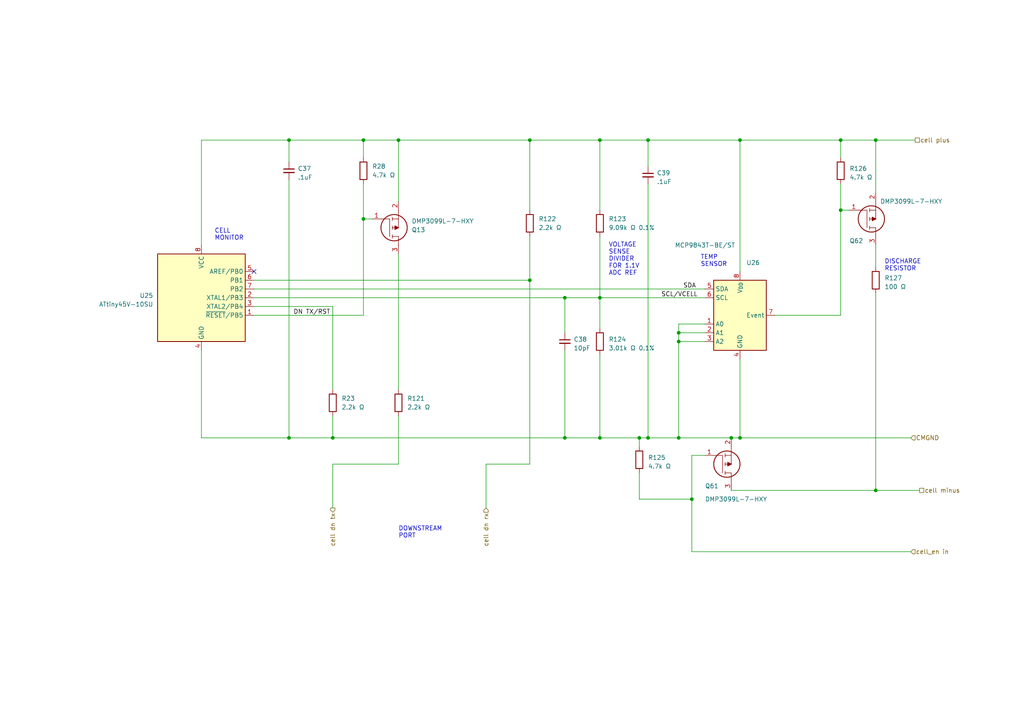
<source format=kicad_sch>
(kicad_sch (version 20250114) (generator "eeschema") (generator_version "9.0")
  (paper "A4")
  (title_block (title "94-CELL BOARD") (date "2024-04-09") (rev "B") (company "MODULAR BATTERY TECHNOLOGIES INC"))
  (text "TEMP\nSENSOR" (at 203.2 77.47 0) (effects (font (size 1.27 1.27)) (justify left bottom)))
  (text "DISCHARGE\nRESISTOR" (at 256.54 78.74 0) (effects (font (size 1.27 1.27)) (justify left bottom)))
  (text "VOLTAGE\nSENSE\nDIVIDER\nFOR 1.1V\nADC REF" (at 176.53 80.01 0) (effects (font (size 1.27 1.27)) (justify left bottom)))
  (text "DOWNSTREAM\nPORT" (at 115.57 156.21 0) (effects (font (size 1.27 1.27)) (justify left bottom)))
  (text "CELL\nMONITOR" (at 62.23 69.85 0) (effects (font (size 1.27 1.27)) (justify left bottom)))
  (junction (at 173.99 86.36))
  (junction (at 187.96 40.64))
  (junction (at 196.85 96.52))
  (junction (at 243.84 40.64))
  (junction (at 212.09 127))
  (junction (at 105.41 40.64))
  (junction (at 173.99 40.64))
  (junction (at 83.82 127))
  (junction (at 196.85 99.06))
  (junction (at 254 142.24))
  (junction (at 214.63 127))
  (junction (at 96.52 127))
  (junction (at 196.85 127))
  (junction (at 153.67 40.64))
  (junction (at 187.96 127))
  (junction (at 185.42 127))
  (junction (at 243.84 60.96))
  (junction (at 163.83 86.36))
  (junction (at 153.67 81.28))
  (junction (at 105.41 63.5))
  (junction (at 115.57 40.64))
  (junction (at 173.99 127))
  (junction (at 83.82 40.64))
  (junction (at 200.66 144.78))
  (junction (at 254 40.64))
  (junction (at 214.63 40.64))
  (junction (at 163.83 127))
  (no_connect (at 73.66 78.74))
  (wire (pts (xy 185.42 127) (xy 185.42 129.54)))
  (wire (pts (xy 115.57 134.62) (xy 96.52 134.62)))
  (wire (pts (xy 115.57 40.64) (xy 153.67 40.64)))
  (wire (pts (xy 196.85 99.06) (xy 204.47 99.06)))
  (wire (pts (xy 187.96 40.64) (xy 187.96 48.26)))
  (wire (pts (xy 214.63 127) (xy 264.16 127)))
  (wire (pts (xy 200.66 160.02) (xy 264.16 160.02)))
  (wire (pts (xy 204.47 93.98) (xy 196.85 93.98)))
  (wire (pts (xy 96.52 127) (xy 163.83 127)))
  (wire (pts (xy 105.41 53.34) (xy 105.41 63.5)))
  (wire (pts (xy 58.42 127) (xy 83.82 127)))
  (wire (pts (xy 187.96 127) (xy 196.85 127)))
  (wire (pts (xy 254 142.24) (xy 266.7 142.24)))
  (wire (pts (xy 243.84 60.96) (xy 243.84 53.34)))
  (wire (pts (xy 163.83 127) (xy 173.99 127)))
  (wire (pts (xy 153.67 81.28) (xy 153.67 68.58)))
  (wire (pts (xy 173.99 102.87) (xy 173.99 127)))
  (wire (pts (xy 254 40.64) (xy 254 55.88)))
  (wire (pts (xy 173.99 127) (xy 185.42 127)))
  (wire (pts (xy 58.42 101.6) (xy 58.42 127)))
  (wire (pts (xy 105.41 40.64) (xy 105.41 45.72)))
  (wire (pts (xy 73.66 91.44) (xy 105.41 91.44)))
  (wire (pts (xy 196.85 93.98) (xy 196.85 96.52)))
  (wire (pts (xy 96.52 134.62) (xy 96.52 147.32)))
  (wire (pts (xy 212.09 142.24) (xy 254 142.24)))
  (wire (pts (xy 173.99 68.58) (xy 173.99 86.36)))
  (wire (pts (xy 185.42 144.78) (xy 200.66 144.78)))
  (wire (pts (xy 254 85.09) (xy 254 142.24)))
  (wire (pts (xy 153.67 40.64) (xy 153.67 60.96)))
  (wire (pts (xy 140.97 134.62) (xy 140.97 147.32)))
  (wire (pts (xy 153.67 134.62) (xy 140.97 134.62)))
  (wire (pts (xy 173.99 40.64) (xy 173.99 60.96)))
  (wire (pts (xy 96.52 120.65) (xy 96.52 127)))
  (wire (pts (xy 196.85 96.52) (xy 196.85 99.06)))
  (wire (pts (xy 243.84 40.64) (xy 243.84 45.72)))
  (wire (pts (xy 200.66 144.78) (xy 200.66 160.02)))
  (wire (pts (xy 254 40.64) (xy 265.43 40.64)))
  (wire (pts (xy 105.41 63.5) (xy 105.41 91.44)))
  (wire (pts (xy 254 71.12) (xy 254 77.47)))
  (wire (pts (xy 214.63 40.64) (xy 243.84 40.64)))
  (wire (pts (xy 196.85 96.52) (xy 204.47 96.52)))
  (wire (pts (xy 73.66 88.9) (xy 96.52 88.9)))
  (wire (pts (xy 173.99 40.64) (xy 187.96 40.64)))
  (wire (pts (xy 83.82 40.64) (xy 105.41 40.64)))
  (wire (pts (xy 187.96 40.64) (xy 214.63 40.64)))
  (wire (pts (xy 212.09 127) (xy 214.63 127)))
  (wire (pts (xy 243.84 91.44) (xy 243.84 60.96)))
  (wire (pts (xy 200.66 132.08) (xy 204.47 132.08)))
  (wire (pts (xy 115.57 73.66) (xy 115.57 113.03)))
  (wire (pts (xy 185.42 137.16) (xy 185.42 144.78)))
  (wire (pts (xy 163.83 86.36) (xy 163.83 96.52)))
  (wire (pts (xy 83.82 52.07) (xy 83.82 127)))
  (wire (pts (xy 214.63 40.64) (xy 214.63 78.74)))
  (wire (pts (xy 105.41 40.64) (xy 115.57 40.64)))
  (wire (pts (xy 96.52 88.9) (xy 96.52 113.03)))
  (wire (pts (xy 115.57 120.65) (xy 115.57 134.62)))
  (wire (pts (xy 200.66 144.78) (xy 200.66 132.08)))
  (wire (pts (xy 153.67 81.28) (xy 153.67 134.62)))
  (wire (pts (xy 83.82 127) (xy 96.52 127)))
  (wire (pts (xy 173.99 86.36) (xy 204.47 86.36)))
  (wire (pts (xy 83.82 40.64) (xy 83.82 46.99)))
  (wire (pts (xy 105.41 63.5) (xy 107.95 63.5)))
  (wire (pts (xy 73.66 86.36) (xy 163.83 86.36)))
  (wire (pts (xy 224.79 91.44) (xy 243.84 91.44)))
  (wire (pts (xy 115.57 40.64) (xy 115.57 58.42)))
  (wire (pts (xy 153.67 40.64) (xy 173.99 40.64)))
  (wire (pts (xy 163.83 101.6) (xy 163.83 127)))
  (wire (pts (xy 243.84 40.64) (xy 254 40.64)))
  (wire (pts (xy 196.85 127) (xy 212.09 127)))
  (wire (pts (xy 163.83 86.36) (xy 173.99 86.36)))
  (wire (pts (xy 185.42 127) (xy 187.96 127)))
  (wire (pts (xy 58.42 40.64) (xy 58.42 71.12)))
  (wire (pts (xy 73.66 83.82) (xy 204.47 83.82)))
  (wire (pts (xy 58.42 40.64) (xy 83.82 40.64)))
  (wire (pts (xy 187.96 53.34) (xy 187.96 127)))
  (wire (pts (xy 243.84 60.96) (xy 246.38 60.96)))
  (wire (pts (xy 214.63 127) (xy 214.63 104.14)))
  (wire (pts (xy 73.66 81.28) (xy 153.67 81.28)))
  (wire (pts (xy 173.99 86.36) (xy 173.99 95.25)))
  (wire (pts (xy 196.85 99.06) (xy 196.85 127)))
  (label "SCL{slash}VCELL" (at 191.77 86.36 0))
  (label "DN TX{slash}RST" (at 85.09 91.44 0))
  (label "SDA" (at 198.12 83.82 0))
  (hierarchical_label "cell dn tx" (shape output) (at 96.52 147.32 270))
  (hierarchical_label "cell minus" (shape passive) (at 266.7 142.24 0))
  (hierarchical_label "cell_en in" (shape input) (at 264.16 160.02 0))
  (hierarchical_label "cell plus" (shape passive) (at 265.43 40.64 0))
  (hierarchical_label "CMGND" (shape input) (at 264.16 127 0))
  (hierarchical_label "cell dn rx" (shape input) (at 140.97 147.32 270))
  (symbol (lib_id "Modbatt_Extracted:R") (at 96.52 116.84 0) (unit 1)
    (property "Reference" "R23" (at 99.06 115.5699 0) (effects (justify left)))
    (property "Value" "2.2k Ω" (at 99.06 118.1099 0) (effects (justify left)))
    (property "Footprint" "modbatt footprints:R_0402_1005Metric_Pad0.72x0.64mm_HandSolder" (effects (hide yes)))
    (property "Description" "RES 2.2k OHM 1/16W 1% 0402" (effects (hide yes)))
    (property "MB p/n" "9042107" (effects (hide yes)))
    (property "Manufacturer_Name" "TT Electronics" (effects (hide yes)))
    (property "Manufacturer_Part_Number" "ASC0402-2K2FT10 " (effects (hide yes)))
    (instances (project "cell string" (path "" (reference "R23") (unit 1))) (project "Cell Monitor Proto 2" (path "" (reference "R?") (unit 1)) (path "" (reference "R21") (unit 1)) (path "" (reference "R11") (unit 1)) (path "" (reference "R34") (unit 1)) (path "" (reference "R1") (unit 1)) (path "" (reference "R57") (unit 1))) (project "VEHICLE ARCHITECTURE" (path "" (reference "R231") (unit 1)) (path "" (reference "R371") (unit 1)) (path "" (reference "R170") (unit 1)) (path "" (reference "R160") (unit 1)) (path "" (reference "R722") (unit 1)) (path "" (reference "R110") (unit 1)) (path "" (reference "R832") (unit 1)) (path "" (reference "R552") (unit 1)) (path "" (reference "R140") (unit 1)) (path "" (reference "R492") (unit 1)) (path "" (reference "R562") (unit 1)) (path "" (reference "R966") (unit 1)) (path "" (reference "R582") (unit 1)) (path "" (reference "R928") (unit 1)) (path "" (reference "R11") (unit 1)) (path "" (reference "R918") (unit 1)) (path "" (reference "R822") (unit 1)) (path "" (reference "R898") (unit 1)) (path "" (reference "R422") (unit 1)) (path "" (reference "R592") (unit 1)) (path "" (reference "R652") (unit 1)) (path "" (reference "R81") (unit 1)) (path "" (reference "R1006") (unit 1)) (path "" (reference "R261") (unit 1)) (path "" (reference "R672") (unit 1)) (path "" (reference "R241") (unit 1)) (path "" (reference "R130") (unit 1)) (path "" (reference "R452") (unit 1)) (path "" (reference "R43") (unit 1)) (path "" (reference "R542") (unit 1)) (path "" (reference "R812") (unit 1)) (path "" (reference "R251") (unit 1)) (path "" (reference "R502") (unit 1)) (path "" (reference "R180") (unit 1)) (path "" (reference "R150") (unit 1)) (path "" (reference "R662") (unit 1)) (path "" (reference "R692") (unit 1)) (path "" (reference "R938") (unit 1)) (path "" (reference "R462") (unit 1)) (path "" (reference "R26") (unit 1)) (path "" (reference "R682") (unit 1)) (path "" (reference "R772") (unit 1)) (path "" (reference "R702") (unit 1)) (path "" (reference "R572") (unit 1)) (path "" (reference "R852") (unit 1)) (path "" (reference "R762") (unit 1)) (path "" (reference "R301") (unit 1)) (path "" (reference "R442") (unit 1)) (path "" (reference "R281") (unit 1)) (path "" (reference "R331") (unit 1)) (path "" (reference "R361") (unit 1)) (path "" (reference "R888") (unit 1)) (path "" (reference "R878") (unit 1)) (path "" (reference "R522") (unit 1)) (path "" (reference "R271") (unit 1)) (path "" (reference "R976") (unit 1)) (path "" (reference "R612") (unit 1)) (path "" (reference "R341") (unit 1)) (path "" (reference "R742") (unit 1)) (path "" (reference "R71") (unit 1)) (path "" (reference "R321") (unit 1)) (path "" (reference "R908") (unit 1)) (path "" (reference "R802") (unit 1)) (path "" (reference "R732") (unit 1)) (path "" (reference "R401") (unit 1)) (path "" (reference "R782") (unit 1)) (path "" (reference "R311") (unit 1)) (path "" (reference "R432") (unit 1)) (path "" (reference "R411") (unit 1)) (path "" (reference "R1016") (unit 1)) (path "" (reference "R512") (unit 1)) (path "" (reference "R602") (unit 1)) (path "" (reference "R622") (unit 1)) (path "" (reference "R792") (unit 1)) (path "" (reference "R200") (unit 1)) (path "" (reference "R842") (unit 1)) (path "" (reference "R381") (unit 1)) (path "" (reference "R291") (unit 1)) (path "" (reference "R211") (unit 1)) (path "" (reference "R752") (unit 1)) (path "" (reference "R642") (unit 1)) (path "" (reference "R482") (unit 1)) (path "" (reference "R120") (unit 1)) (path "" (reference "R472") (unit 1)) (path "" (reference "R862") (unit 1)) (path "" (reference "R996") (unit 1)) (path "" (reference "R351") (unit 1)) (path "" (reference "R712") (unit 1)) (path "" (reference "R391") (unit 1)) (path "" (reference "R632") (unit 1)) (path "" (reference "R986") (unit 1)) (path "" (reference "R532") (unit 1)) (path "" (reference "R221") (unit 1)) (path "" (reference "R190") (unit 1)) (path "" (reference "R1") (unit 1)) (path "" (reference "R1") (unit 1)) (path "" (reference "R1") (unit 1)) (path "" (reference "R1") (unit 1)) (path "" (reference "R1") (unit 1)) (path "" (reference "R1") (unit 1)) (path "" (reference "R1") (unit 1)) (path "" (reference "R1") (unit 1)) (path "" (reference "R1") (unit 1)) (path "" (reference "R1") (unit 1)) (path "" (reference "R1") (unit 1)) (path "" (reference "R1") (unit 1)) (path "" (reference "R1") (unit 1)) (path "" (reference "R1") (unit 1)) (path "" (reference "R1") (unit 1)) (path "" (reference "R1") (unit 1)) (path "" (reference "R1") (unit 1)) (path "" (reference "R1") (unit 1)) (path "" (reference "R1") (unit 1)) (path "" (reference "R1") (unit 1)) (path "" (reference "R1") (unit 1)) (path "" (reference "R1") (unit 1)) (path "" (reference "R1") (unit 1)) (path "" (reference "R1") (unit 1)) (path "" (reference "R1") (unit 1)) (path "" (reference "R1") (unit 1)) (path "" (reference "R1") (unit 1)) (path "" (reference "R1") (unit 1)) (path "" (reference "R1") (unit 1)) (path "" (reference "R1") (unit 1)) (path "" (reference "R1") (unit 1)) (path "" (reference "R1") (unit 1)) (path "" (reference "R1") (unit 1)) (path "" (reference "R1") (unit 1)) (path "" (reference "R1") (unit 1)) (path "" (reference "R1") (unit 1)) (path "" (reference "R1") (unit 1)) (path "" (reference "R1") (unit 1)) (path "" (reference "R1") (unit 1)) (path "" (reference "R1") (unit 1)) (path "" (reference "R1") (unit 1)) (path "" (reference "R1") (unit 1)) (path "" (reference "R1") (unit 1)) (path "" (reference "R1") (unit 1)) (path "" (reference "R1") (unit 1)) (path "" (reference "R1") (unit 1)) (path "" (reference "R1") (unit 1)) (path "" (reference "R1") (unit 1)) (path "" (reference "R1") (unit 1)) (path "" (reference "R1") (unit 1)) (path "" (reference "R1") (unit 1)) (path "" (reference "R1") (unit 1)) (path "" (reference "R1") (unit 1)) (path "" (reference "R1") (unit 1)) (path "" (reference "R1") (unit 1)) (path "" (reference "R1") (unit 1)) (path "" (reference "R1") (unit 1)) (path "" (reference "R1") (unit 1)) (path "" (reference "R1") (unit 1)) (path "" (reference "R1") (unit 1)) (path "" (reference "R1") (unit 1)) (path "" (reference "R1") (unit 1)) (path "" (reference "R1") (unit 1)) (path "" (reference "R1") (unit 1)) (path "" (reference "R1") (unit 1)) (path "" (reference "R1") (unit 1)) (path "" (reference "R1") (unit 1)) (path "" (reference "R1") (unit 1)) (path "" (reference "R1") (unit 1)) (path "" (reference "R1") (unit 1)) (path "" (reference "R1") (unit 1)) (path "" (reference "R1") (unit 1)) (path "" (reference "R1") (unit 1)) (path "" (reference "R1") (unit 1)) (path "" (reference "R1") (unit 1)) (path "" (reference "R1") (unit 1)) (path "" (reference "R1") (unit 1)) (path "" (reference "R1") (unit 1)) (path "" (reference "R1") (unit 1)) (path "" (reference "R1") (unit 1)) (path "" (reference "R1") (unit 1)) (path "" (reference "R1") (unit 1)) (path "" (reference "R1") (unit 1)) (path "" (reference "R1") (unit 1)) (path "" (reference "R1") (unit 1)) (path "" (reference "R1") (unit 1)) (path "" (reference "R1") (unit 1)) (path "" (reference "R1") (unit 1)) (path "" (reference "R1") (unit 1)) (path "" (reference "R1") (unit 1)) (path "" (reference "R1") (unit 1)) (path "" (reference "R1") (unit 1)) (path "" (reference "R1") (unit 1)) (path "" (reference "R1") (unit 1)) (path "" (reference "R1415") (unit 1)) (path "" (reference "R1136") (unit 1)) (path "" (reference "R1886") (unit 1)) (path "" (reference "R1836") (unit 1)) (path "" (reference "R1325") (unit 1)) (path "" (reference "R1575") (unit 1)) (path "" (reference "R1036") (unit 1)) (path "" (reference "R1237") (unit 1)) (path "" (reference "R1026") (unit 1)) (path "" (reference "R1866") (unit 1)) (path "" (reference "R1916") (unit 1)) (path "" (reference "R1166") (unit 1)) (path "" (reference "R1355") (unit 1)) (path "" (reference "R1876") (unit 1)) (path "" (reference "R1086") (unit 1)) (path "" (reference "R1705") (unit 1)) (path "" (reference "R1715") (unit 1)) (path "" (reference "R1305") (unit 1)) (path "" (reference "R1972") (unit 1)) (path "" (reference "R1365") (unit 1)) (path "" (reference "R1385") (unit 1)) (path "" (reference "R1455") (unit 1)) (path "" (reference "R1227") (unit 1)) (path "" (reference "R1056") (unit 1)) (path "" (reference "R1725") (unit 1)) (path "" (reference "R1982") (unit 1)) (path "" (reference "R1685") (unit 1)) (path "" (reference "R1952") (unit 1)) (path "" (reference "R1745") (unit 1)) (path "" (reference "R1936") (unit 1)) (path "" (reference "R1495") (unit 1)) (path "" (reference "R1505") (unit 1)) (path "" (reference "R1435") (unit 1)) (path "" (reference "R1186") (unit 1)) (path "" (reference "R1156") (unit 1)) (path "" (reference "R1665") (unit 1)) (path "" (reference "R1445") (unit 1)) (path "" (reference "R1315") (unit 1)) (path "" (reference "R1295") (unit 1)) (path "" (reference "R1257") (unit 1)) (path "" (reference "R1635") (unit 1)) (path "" (reference "R1485") (unit 1)) (path "" (reference "R1565") (unit 1)) (path "" (reference "R1465") (unit 1)) (path "" (reference "R1375") (unit 1)) (path "" (reference "R1525") (unit 1)) (path "" (reference "R1755") (unit 1)) (path "" (reference "R1595") (unit 1)) (path "" (reference "R1247") (unit 1)) (path "" (reference "R1816") (unit 1)) (path "" (reference "R1615") (unit 1)) (path "" (reference "R1655") (unit 1)) (path "" (reference "R1585") (unit 1)) (path "" (reference "R1775") (unit 1)) (path "" (reference "R1076") (unit 1)) (path "" (reference "R1475") (unit 1)) (path "" (reference "R1207") (unit 1)) (path "" (reference "R1146") (unit 1)) (path "" (reference "R1545") (unit 1)) (path "" (reference "R1066") (unit 1)) (path "" (reference "R1605") (unit 1)) (path "" (reference "R1335") (unit 1)) (path "" (reference "R1795") (unit 1)) (path "" (reference "R1535") (unit 1)) (path "" (reference "R1425") (unit 1)) (path "" (reference "R1126") (unit 1)) (path "" (reference "R1906") (unit 1)) (path "" (reference "R1675") (unit 1)) (path "" (reference "R1197") (unit 1)) (path "" (reference "R1896") (unit 1)) (path "" (reference "R1046") (unit 1)) (path "" (reference "R1846") (unit 1)) (path "" (reference "R1856") (unit 1)) (path "" (reference "R1765") (unit 1)) (path "" (reference "R1395") (unit 1)) (path "" (reference "R1806") (unit 1)) (path "" (reference "R1962") (unit 1)) (path "" (reference "R1176") (unit 1)) (path "" (reference "R1345") (unit 1)) (path "" (reference "R1785") (unit 1)) (path "" (reference "R1735") (unit 1)) (path "" (reference "R1405") (unit 1)) (path "" (reference "R1116") (unit 1)) (path "" (reference "R1695") (unit 1)) (path "" (reference "R1645") (unit 1)) (path "" (reference "R1515") (unit 1)) (path "" (reference "R1106") (unit 1)) (path "" (reference "R1625") (unit 1)) (path "" (reference "R1285") (unit 1)) (path "" (reference "R1555") (unit 1)) (path "" (reference "R1926") (unit 1)) (path "" (reference "R1096") (unit 1)) (path "" (reference "R1217") (unit 1)) (path "" (reference "R1826") (unit 1)) (path "" (reference "R1") (unit 1)) (path "" (reference "R1") (unit 1)) (path "" (reference "R1") (unit 1)) (path "" (reference "R1") (unit 1)) (path "" (reference "R1") (unit 1)) (path "" (reference "R1") (unit 1)) (path "" (reference "R1") (unit 1)) (path "" (reference "R1") (unit 1)) (path "" (reference "R1") (unit 1)) (path "" (reference "R1") (unit 1)) (path "" (reference "R1") (unit 1)) (path "" (reference "R1") (unit 1)) (path "" (reference "R1") (unit 1)) (path "" (reference "R1") (unit 1)) (path "" (reference "R1") (unit 1)) (path "" (reference "R1") (unit 1)) (path "" (reference "R1") (unit 1)) (path "" (reference "R1") (unit 1)) (path "" (reference "R1") (unit 1)) (path "" (reference "R1") (unit 1)) (path "" (reference "R1") (unit 1)) (path "" (reference "R1") (unit 1)) (path "" (reference "R1") (unit 1)) (path "" (reference "R1") (unit 1)) (path "" (reference "R1") (unit 1)) (path "" (reference "R1") (unit 1)) (path "" (reference "R1") (unit 1)) (path "" (reference "R1") (unit 1)) (path "" (reference "R1") (unit 1)) (path "" (reference "R1") (unit 1)) (path "" (reference "R1") (unit 1)) (path "" (reference "R1") (unit 1)) (path "" (reference "R1") (unit 1)) (path "" (reference "R1") (unit 1)) (path "" (reference "R1") (unit 1)) (path "" (reference "R1") (unit 1)) (path "" (reference "R1") (unit 1)) (path "" (reference "R1") (unit 1)) (path "" (reference "R1") (unit 1)) (path "" (reference "R1") (unit 1)) (path "" (reference "R1") (unit 1)) (path "" (reference "R1") (unit 1)) (path "" (reference "R1") (unit 1)) (path "" (reference "R1") (unit 1)) (path "" (reference "R1") (unit 1)) (path "" (reference "R1") (unit 1)) (path "" (reference "R1") (unit 1)) (path "" (reference "R1") (unit 1)) (path "" (reference "R1") (unit 1)) (path "" (reference "R1") (unit 1)) (path "" (reference "R1") (unit 1)) (path "" (reference "R1") (unit 1)) (path "" (reference "R1") (unit 1)) (path "" (reference "R1") (unit 1)) (path "" (reference "R1") (unit 1)) (path "" (reference "R1") (unit 1)) (path "" (reference "R1") (unit 1)) (path "" (reference "R1") (unit 1)) (path "" (reference "R1") (unit 1)) (path "" (reference "R1") (unit 1)) (path "" (reference "R1") (unit 1)) (path "" (reference "R1") (unit 1)) (path "" (reference "R1") (unit 1)) (path "" (reference "R1") (unit 1)) (path "" (reference "R1") (unit 1)) (path "" (reference "R1") (unit 1)) (path "" (reference "R1") (unit 1)) (path "" (reference "R1") (unit 1)) (path "" (reference "R1") (unit 1)) (path "" (reference "R1") (unit 1)) (path "" (reference "R1") (unit 1)) (path "" (reference "R1") (unit 1)) (path "" (reference "R1") (unit 1)) (path "" (reference "R1") (unit 1)) (path "" (reference "R1") (unit 1)) (path "" (reference "R1") (unit 1)) (path "" (reference "R1") (unit 1)) (path "" (reference "R1") (unit 1)) (path "" (reference "R1") (unit 1)) (path "" (reference "R1") (unit 1)) (path "" (reference "R1") (unit 1)) (path "" (reference "R1") (unit 1)) (path "" (reference "R1") (unit 1)) (path "" (reference "R1") (unit 1)) (path "" (reference "R1") (unit 1)) (path "" (reference "R1") (unit 1)) (path "" (reference "R1") (unit 1)) (path "" (reference "R1") (unit 1)) (path "" (reference "R1") (unit 1)) (path "" (reference "R1") (unit 1)) (path "" (reference "R1") (unit 1)) (path "" (reference "R1") (unit 1)) (path "" (reference "R1") (unit 1)) (path "" (reference "R1") (unit 1))))
  )
  (symbol (lib_id "Modbatt_Extracted:R") (at 173.99 99.06 0) (unit 1)
    (property "Reference" "R124" (at 176.53 98.425 0) (effects (justify left)))
    (property "Value" "3.01k Ω 0.1%" (at 176.53 100.965 0) (effects (justify left)))
    (property "Footprint" "modbatt footprints:R_0402_1005Metric_Pad0.72x0.64mm_HandSolder" (effects (hide yes)))
    (property "Description" "RES 3.01k OHM 1/16W 0.1% 0402" (effects (hide yes)))
    (property "MB p/n" "9042178" (effects (hide yes)))
    (property "Manufacturer_Name" "YAGEO" (effects (hide yes)))
    (property "Manufacturer_Part_Number" "RT0402BRD073K01L" (effects (hide yes)))
    (instances (project "cell string" (path "" (reference "R124") (unit 1))) (project "Cell Monitor Proto 2" (path "" (reference "R?") (unit 1)) (path "" (reference "R27") (unit 1)) (path "" (reference "R17") (unit 1)) (path "" (reference "R45") (unit 1)) (path "" (reference "R7") (unit 1)) (path "" (reference "R64") (unit 1))) (project "VEHICLE ARCHITECTURE" (path "" (reference "R237") (unit 1)) (path "" (reference "R377") (unit 1)) (path "" (reference "R176") (unit 1)) (path "" (reference "R166") (unit 1)) (path "" (reference "R728") (unit 1)) (path "" (reference "R116") (unit 1)) (path "" (reference "R838") (unit 1)) (path "" (reference "R558") (unit 1)) (path "" (reference "R146") (unit 1)) (path "" (reference "R498") (unit 1)) (path "" (reference "R568") (unit 1)) (path "" (reference "R972") (unit 1)) (path "" (reference "R588") (unit 1)) (path "" (reference "R934") (unit 1)) (path "" (reference "R17") (unit 1)) (path "" (reference "R924") (unit 1)) (path "" (reference "R828") (unit 1)) (path "" (reference "R904") (unit 1)) (path "" (reference "R428") (unit 1)) (path "" (reference "R598") (unit 1)) (path "" (reference "R658") (unit 1)) (path "" (reference "R106") (unit 1)) (path "" (reference "R1012") (unit 1)) (path "" (reference "R267") (unit 1)) (path "" (reference "R678") (unit 1)) (path "" (reference "R247") (unit 1)) (path "" (reference "R136") (unit 1)) (path "" (reference "R458") (unit 1)) (path "" (reference "R67") (unit 1)) (path "" (reference "R548") (unit 1)) (path "" (reference "R818") (unit 1)) (path "" (reference "R257") (unit 1)) (path "" (reference "R508") (unit 1)) (path "" (reference "R186") (unit 1)) (path "" (reference "R156") (unit 1)) (path "" (reference "R668") (unit 1)) (path "" (reference "R698") (unit 1)) (path "" (reference "R944") (unit 1)) (path "" (reference "R468") (unit 1)) (path "" (reference "R39") (unit 1)) (path "" (reference "R688") (unit 1)) (path "" (reference "R778") (unit 1)) (path "" (reference "R708") (unit 1)) (path "" (reference "R578") (unit 1)) (path "" (reference "R858") (unit 1)) (path "" (reference "R768") (unit 1)) (path "" (reference "R307") (unit 1)) (path "" (reference "R448") (unit 1)) (path "" (reference "R287") (unit 1)) (path "" (reference "R337") (unit 1)) (path "" (reference "R367") (unit 1)) (path "" (reference "R894") (unit 1)) (path "" (reference "R884") (unit 1)) (path "" (reference "R528") (unit 1)) (path "" (reference "R277") (unit 1)) (path "" (reference "R982") (unit 1)) (path "" (reference "R618") (unit 1)) (path "" (reference "R347") (unit 1)) (path "" (reference "R748") (unit 1)) (path "" (reference "R77") (unit 1)) (path "" (reference "R327") (unit 1)) (path "" (reference "R914") (unit 1)) (path "" (reference "R808") (unit 1)) (path "" (reference "R738") (unit 1)) (path "" (reference "R407") (unit 1)) (path "" (reference "R788") (unit 1)) (path "" (reference "R317") (unit 1)) (path "" (reference "R438") (unit 1)) (path "" (reference "R417") (unit 1)) (path "" (reference "R1022") (unit 1)) (path "" (reference "R518") (unit 1)) (path "" (reference "R608") (unit 1)) (path "" (reference "R628") (unit 1)) (path "" (reference "R798") (unit 1)) (path "" (reference "R206") (unit 1)) (path "" (reference "R848") (unit 1)) (path "" (reference "R387") (unit 1)) (path "" (reference "R297") (unit 1)) (path "" (reference "R217") (unit 1)) (path "" (reference "R758") (unit 1)) (path "" (reference "R648") (unit 1)) (path "" (reference "R488") (unit 1)) (path "" (reference "R126") (unit 1)) (path "" (reference "R478") (unit 1)) (path "" (reference "R868") (unit 1)) (path "" (reference "R1002") (unit 1)) (path "" (reference "R357") (unit 1)) (path "" (reference "R718") (unit 1)) (path "" (reference "R397") (unit 1)) (path "" (reference "R638") (unit 1)) (path "" (reference "R992") (unit 1)) (path "" (reference "R538") (unit 1)) (path "" (reference "R227") (unit 1)) (path "" (reference "R196") (unit 1)) (path "" (reference "R7") (unit 1)) (path "" (reference "R7") (unit 1)) (path "" (reference "R7") (unit 1)) (path "" (reference "R7") (unit 1)) (path "" (reference "R7") (unit 1)) (path "" (reference "R7") (unit 1)) (path "" (reference "R7") (unit 1)) (path "" (reference "R7") (unit 1)) (path "" (reference "R7") (unit 1)) (path "" (reference "R7") (unit 1)) (path "" (reference "R7") (unit 1)) (path "" (reference "R7") (unit 1)) (path "" (reference "R7") (unit 1)) (path "" (reference "R7") (unit 1)) (path "" (reference "R7") (unit 1)) (path "" (reference "R7") (unit 1)) (path "" (reference "R7") (unit 1)) (path "" (reference "R7") (unit 1)) (path "" (reference "R7") (unit 1)) (path "" (reference "R7") (unit 1)) (path "" (reference "R7") (unit 1)) (path "" (reference "R7") (unit 1)) (path "" (reference "R7") (unit 1)) (path "" (reference "R7") (unit 1)) (path "" (reference "R7") (unit 1)) (path "" (reference "R7") (unit 1)) (path "" (reference "R7") (unit 1)) (path "" (reference "R7") (unit 1)) (path "" (reference "R7") (unit 1)) (path "" (reference "R7") (unit 1)) (path "" (reference "R7") (unit 1)) (path "" (reference "R7") (unit 1)) (path "" (reference "R7") (unit 1)) (path "" (reference "R7") (unit 1)) (path "" (reference "R7") (unit 1)) (path "" (reference "R7") (unit 1)) (path "" (reference "R7") (unit 1)) (path "" (reference "R7") (unit 1)) (path "" (reference "R7") (unit 1)) (path "" (reference "R7") (unit 1)) (path "" (reference "R7") (unit 1)) (path "" (reference "R7") (unit 1)) (path "" (reference "R7") (unit 1)) (path "" (reference "R7") (unit 1)) (path "" (reference "R7") (unit 1)) (path "" (reference "R7") (unit 1)) (path "" (reference "R7") (unit 1)) (path "" (reference "R7") (unit 1)) (path "" (reference "R7") (unit 1)) (path "" (reference "R7") (unit 1)) (path "" (reference "R7") (unit 1)) (path "" (reference "R7") (unit 1)) (path "" (reference "R7") (unit 1)) (path "" (reference "R7") (unit 1)) (path "" (reference "R7") (unit 1)) (path "" (reference "R7") (unit 1)) (path "" (reference "R7") (unit 1)) (path "" (reference "R7") (unit 1)) (path "" (reference "R7") (unit 1)) (path "" (reference "R7") (unit 1)) (path "" (reference "R7") (unit 1)) (path "" (reference "R7") (unit 1)) (path "" (reference "R7") (unit 1)) (path "" (reference "R7") (unit 1)) (path "" (reference "R7") (unit 1)) (path "" (reference "R7") (unit 1)) (path "" (reference "R7") (unit 1)) (path "" (reference "R7") (unit 1)) (path "" (reference "R7") (unit 1)) (path "" (reference "R7") (unit 1)) (path "" (reference "R7") (unit 1)) (path "" (reference "R7") (unit 1)) (path "" (reference "R7") (unit 1)) (path "" (reference "R7") (unit 1)) (path "" (reference "R7") (unit 1)) (path "" (reference "R7") (unit 1)) (path "" (reference "R7") (unit 1)) (path "" (reference "R7") (unit 1)) (path "" (reference "R7") (unit 1)) (path "" (reference "R7") (unit 1)) (path "" (reference "R7") (unit 1)) (path "" (reference "R7") (unit 1)) (path "" (reference "R7") (unit 1)) (path "" (reference "R7") (unit 1)) (path "" (reference "R7") (unit 1)) (path "" (reference "R7") (unit 1)) (path "" (reference "R7") (unit 1)) (path "" (reference "R7") (unit 1)) (path "" (reference "R7") (unit 1)) (path "" (reference "R7") (unit 1)) (path "" (reference "R7") (unit 1)) (path "" (reference "R7") (unit 1)) (path "" (reference "R7") (unit 1)) (path "" (reference "R7") (unit 1)) (path "" (reference "R1421") (unit 1)) (path "" (reference "R1142") (unit 1)) (path "" (reference "R1892") (unit 1)) (path "" (reference "R1842") (unit 1)) (path "" (reference "R1331") (unit 1)) (path "" (reference "R1581") (unit 1)) (path "" (reference "R1042") (unit 1)) (path "" (reference "R1243") (unit 1)) (path "" (reference "R1032") (unit 1)) (path "" (reference "R1872") (unit 1)) (path "" (reference "R1922") (unit 1)) (path "" (reference "R1172") (unit 1)) (path "" (reference "R1361") (unit 1)) (path "" (reference "R1882") (unit 1)) (path "" (reference "R1092") (unit 1)) (path "" (reference "R1711") (unit 1)) (path "" (reference "R1721") (unit 1)) (path "" (reference "R1311") (unit 1)) (path "" (reference "R1978") (unit 1)) (path "" (reference "R1371") (unit 1)) (path "" (reference "R1391") (unit 1)) (path "" (reference "R1461") (unit 1)) (path "" (reference "R1233") (unit 1)) (path "" (reference "R1062") (unit 1)) (path "" (reference "R1731") (unit 1)) (path "" (reference "R1988") (unit 1)) (path "" (reference "R1691") (unit 1)) (path "" (reference "R1958") (unit 1)) (path "" (reference "R1751") (unit 1)) (path "" (reference "R1942") (unit 1)) (path "" (reference "R1501") (unit 1)) (path "" (reference "R1511") (unit 1)) (path "" (reference "R1441") (unit 1)) (path "" (reference "R1192") (unit 1)) (path "" (reference "R1162") (unit 1)) (path "" (reference "R1671") (unit 1)) (path "" (reference "R1451") (unit 1)) (path "" (reference "R1321") (unit 1)) (path "" (reference "R1301") (unit 1)) (path "" (reference "R1263") (unit 1)) (path "" (reference "R1641") (unit 1)) (path "" (reference "R1491") (unit 1)) (path "" (reference "R1571") (unit 1)) (path "" (reference "R1471") (unit 1)) (path "" (reference "R1381") (unit 1)) (path "" (reference "R1531") (unit 1)) (path "" (reference "R1761") (unit 1)) (path "" (reference "R1601") (unit 1)) (path "" (reference "R1253") (unit 1)) (path "" (reference "R1822") (unit 1)) (path "" (reference "R1621") (unit 1)) (path "" (reference "R1661") (unit 1)) (path "" (reference "R1591") (unit 1)) (path "" (reference "R1781") (unit 1)) (path "" (reference "R1082") (unit 1)) (path "" (reference "R1481") (unit 1)) (path "" (reference "R1213") (unit 1)) (path "" (reference "R1152") (unit 1)) (path "" (reference "R1551") (unit 1)) (path "" (reference "R1072") (unit 1)) (path "" (reference "R1611") (unit 1)) (path "" (reference "R1341") (unit 1)) (path "" (reference "R1801") (unit 1)) (path "" (reference "R1541") (unit 1)) (path "" (reference "R1431") (unit 1)) (path "" (reference "R1132") (unit 1)) (path "" (reference "R1912") (unit 1)) (path "" (reference "R1681") (unit 1)) (path "" (reference "R1203") (unit 1)) (path "" (reference "R1902") (unit 1)) (path "" (reference "R1052") (unit 1)) (path "" (reference "R1852") (unit 1)) (path "" (reference "R1862") (unit 1)) (path "" (reference "R1771") (unit 1)) (path "" (reference "R1401") (unit 1)) (path "" (reference "R1812") (unit 1)) (path "" (reference "R1968") (unit 1)) (path "" (reference "R1182") (unit 1)) (path "" (reference "R1351") (unit 1)) (path "" (reference "R1791") (unit 1)) (path "" (reference "R1741") (unit 1)) (path "" (reference "R1411") (unit 1)) (path "" (reference "R1122") (unit 1)) (path "" (reference "R1701") (unit 1)) (path "" (reference "R1651") (unit 1)) (path "" (reference "R1521") (unit 1)) (path "" (reference "R1112") (unit 1)) (path "" (reference "R1631") (unit 1)) (path "" (reference "R1291") (unit 1)) (path "" (reference "R1561") (unit 1)) (path "" (reference "R1932") (unit 1)) (path "" (reference "R1102") (unit 1)) (path "" (reference "R1223") (unit 1)) (path "" (reference "R1832") (unit 1)) (path "" (reference "R7") (unit 1)) (path "" (reference "R7") (unit 1)) (path "" (reference "R7") (unit 1)) (path "" (reference "R7") (unit 1)) (path "" (reference "R7") (unit 1)) (path "" (reference "R7") (unit 1)) (path "" (reference "R7") (unit 1)) (path "" (reference "R7") (unit 1)) (path "" (reference "R7") (unit 1)) (path "" (reference "R7") (unit 1)) (path "" (reference "R7") (unit 1)) (path "" (reference "R7") (unit 1)) (path "" (reference "R7") (unit 1)) (path "" (reference "R7") (unit 1)) (path "" (reference "R7") (unit 1)) (path "" (reference "R7") (unit 1)) (path "" (reference "R7") (unit 1)) (path "" (reference "R7") (unit 1)) (path "" (reference "R7") (unit 1)) (path "" (reference "R7") (unit 1)) (path "" (reference "R7") (unit 1)) (path "" (reference "R7") (unit 1)) (path "" (reference "R7") (unit 1)) (path "" (reference "R7") (unit 1)) (path "" (reference "R7") (unit 1)) (path "" (reference "R7") (unit 1)) (path "" (reference "R7") (unit 1)) (path "" (reference "R7") (unit 1)) (path "" (reference "R7") (unit 1)) (path "" (reference "R7") (unit 1)) (path "" (reference "R7") (unit 1)) (path "" (reference "R7") (unit 1)) (path "" (reference "R7") (unit 1)) (path "" (reference "R7") (unit 1)) (path "" (reference "R7") (unit 1)) (path "" (reference "R7") (unit 1)) (path "" (reference "R7") (unit 1)) (path "" (reference "R7") (unit 1)) (path "" (reference "R7") (unit 1)) (path "" (reference "R7") (unit 1)) (path "" (reference "R7") (unit 1)) (path "" (reference "R7") (unit 1)) (path "" (reference "R7") (unit 1)) (path "" (reference "R7") (unit 1)) (path "" (reference "R7") (unit 1)) (path "" (reference "R7") (unit 1)) (path "" (reference "R7") (unit 1)) (path "" (reference "R7") (unit 1)) (path "" (reference "R7") (unit 1)) (path "" (reference "R7") (unit 1)) (path "" (reference "R7") (unit 1)) (path "" (reference "R7") (unit 1)) (path "" (reference "R7") (unit 1)) (path "" (reference "R7") (unit 1)) (path "" (reference "R7") (unit 1)) (path "" (reference "R7") (unit 1)) (path "" (reference "R7") (unit 1)) (path "" (reference "R7") (unit 1)) (path "" (reference "R7") (unit 1)) (path "" (reference "R7") (unit 1)) (path "" (reference "R7") (unit 1)) (path "" (reference "R7") (unit 1)) (path "" (reference "R7") (unit 1)) (path "" (reference "R7") (unit 1)) (path "" (reference "R7") (unit 1)) (path "" (reference "R7") (unit 1)) (path "" (reference "R7") (unit 1)) (path "" (reference "R7") (unit 1)) (path "" (reference "R7") (unit 1)) (path "" (reference "R7") (unit 1)) (path "" (reference "R7") (unit 1)) (path "" (reference "R7") (unit 1)) (path "" (reference "R7") (unit 1)) (path "" (reference "R7") (unit 1)) (path "" (reference "R7") (unit 1)) (path "" (reference "R7") (unit 1)) (path "" (reference "R7") (unit 1)) (path "" (reference "R7") (unit 1)) (path "" (reference "R7") (unit 1)) (path "" (reference "R7") (unit 1)) (path "" (reference "R7") (unit 1)) (path "" (reference "R7") (unit 1)) (path "" (reference "R7") (unit 1)) (path "" (reference "R7") (unit 1)) (path "" (reference "R7") (unit 1)) (path "" (reference "R7") (unit 1)) (path "" (reference "R7") (unit 1)) (path "" (reference "R7") (unit 1)) (path "" (reference "R7") (unit 1)) (path "" (reference "R7") (unit 1)) (path "" (reference "R7") (unit 1)) (path "" (reference "R7") (unit 1)) (path "" (reference "R7") (unit 1)) (path "" (reference "R7") (unit 1))))
  )
  (symbol (lib_id "Modbatt_Common:DMP3099L-7") (at 107.95 63.5 0) (mirror x) (unit 1)
    (property "Reference" "Q13" (at 119.38 66.675 0) (effects (justify left)))
    (property "Value" "DMP3099L-7-HXY" (at 119.38 64.135 0) (effects (justify left)))
    (property "Footprint" "modbatt footprints:SOT-23" (effects (hide yes)))
    (property "Datasheet" "https://www.mouser.com/datasheet/3/175/1/DMP3099L.pdf" (effects (hide yes)))
    (property "Description" "P-Ch ENH FET -30V 65" (effects (hide yes)))
    (property "Height" "0.55" (effects (hide yes)))
    (property "Mouser Part Number" "621-DMP3099L-7 " (effects (hide yes)))
    (property "Mouser Price/Stock" "https://www.mouser.com/ProductDetail/Diodes-Incorporated/DMP3099L-7?qs=L1DZKBg7t5HhdiZT7qYxFw%3D%3D" (effects (hide yes)))
    (property "Manufacturer_Name" "Diodes Inc" (effects (hide yes)))
    (property "Manufacturer_Part_Number" "DMP3099L-7" (effects (hide yes)))
    (property "MB p/n" "9042164" (effects (hide yes)))
    (instances (project "cell string" (path "" (reference "Q13") (unit 1))) (project "Cell Monitor Proto 2" (path "" (reference "Q?") (unit 1)) (path "" (reference "Q7") (unit 1)) (path "" (reference "Q4") (unit 1)) (path "" (reference "Q10") (unit 1)) (path "" (reference "Q1") (unit 1)) (path "" (reference "Q16") (unit 1))) (project "VEHICLE ARCHITECTURE" (path "" (reference "Q83") (unit 1)) (path "" (reference "Q139") (unit 1)) (path "" (reference "Q56") (unit 1)) (path "" (reference "Q52") (unit 1)) (path "" (reference "Q280") (unit 1)) (path "" (reference "Q32") (unit 1)) (path "" (reference "Q324") (unit 1)) (path "" (reference "Q212") (unit 1)) (path "" (reference "Q44") (unit 1)) (path "" (reference "Q188") (unit 1)) (path "" (reference "Q216") (unit 1)) (path "" (reference "Q369") (unit 1)) (path "" (reference "Q224") (unit 1)) (path "" (reference "Q361") (unit 1)) (path "" (reference "Q8") (unit 1)) (path "" (reference "Q357") (unit 1)) (path "" (reference "Q320") (unit 1)) (path "" (reference "Q349") (unit 1)) (path "" (reference "Q160") (unit 1)) (path "" (reference "Q228") (unit 1)) (path "" (reference "Q252") (unit 1)) (path "" (reference "Q28") (unit 1)) (path "" (reference "Q385") (unit 1)) (path "" (reference "Q95") (unit 1)) (path "" (reference "Q260") (unit 1)) (path "" (reference "Q87") (unit 1)) (path "" (reference "Q40") (unit 1)) (path "" (reference "Q172") (unit 1)) (path "" (reference "Q19") (unit 1)) (path "" (reference "Q208") (unit 1)) (path "" (reference "Q316") (unit 1)) (path "" (reference "Q91") (unit 1)) (path "" (reference "Q192") (unit 1)) (path "" (reference "Q60") (unit 1)) (path "" (reference "Q48") (unit 1)) (path "" (reference "Q256") (unit 1)) (path "" (reference "Q268") (unit 1)) (path "" (reference "Q365") (unit 1)) (path "" (reference "Q176") (unit 1)) (path "" (reference "Q15") (unit 1)) (path "" (reference "Q264") (unit 1)) (path "" (reference "Q300") (unit 1)) (path "" (reference "Q272") (unit 1)) (path "" (reference "Q220") (unit 1)) (path "" (reference "Q332") (unit 1)) (path "" (reference "Q296") (unit 1)) (path "" (reference "Q111") (unit 1)) (path "" (reference "Q168") (unit 1)) (path "" (reference "Q103") (unit 1)) (path "" (reference "Q123") (unit 1)) (path "" (reference "Q135") (unit 1)) (path "" (reference "Q345") (unit 1)) (path "" (reference "Q341") (unit 1)) (path "" (reference "Q200") (unit 1)) (path "" (reference "Q99") (unit 1)) (path "" (reference "Q373") (unit 1)) (path "" (reference "Q236") (unit 1)) (path "" (reference "Q127") (unit 1)) (path "" (reference "Q288") (unit 1)) (path "" (reference "Q23") (unit 1)) (path "" (reference "Q119") (unit 1)) (path "" (reference "Q353") (unit 1)) (path "" (reference "Q312") (unit 1)) (path "" (reference "Q284") (unit 1)) (path "" (reference "Q151") (unit 1)) (path "" (reference "Q304") (unit 1)) (path "" (reference "Q115") (unit 1)) (path "" (reference "Q164") (unit 1)) (path "" (reference "Q155") (unit 1)) (path "" (reference "Q389") (unit 1)) (path "" (reference "Q196") (unit 1)) (path "" (reference "Q232") (unit 1)) (path "" (reference "Q240") (unit 1)) (path "" (reference "Q308") (unit 1)) (path "" (reference "Q68") (unit 1)) (path "" (reference "Q328") (unit 1)) (path "" (reference "Q143") (unit 1)) (path "" (reference "Q107") (unit 1)) (path "" (reference "Q75") (unit 1)) (path "" (reference "Q292") (unit 1)) (path "" (reference "Q248") (unit 1)) (path "" (reference "Q184") (unit 1)) (path "" (reference "Q36") (unit 1)) (path "" (reference "Q180") (unit 1)) (path "" (reference "Q336") (unit 1)) (path "" (reference "Q381") (unit 1)) (path "" (reference "Q131") (unit 1)) (path "" (reference "Q276") (unit 1)) (path "" (reference "Q147") (unit 1)) (path "" (reference "Q244") (unit 1)) (path "" (reference "Q377") (unit 1)) (path "" (reference "Q204") (unit 1)) (path "" (reference "Q79") (unit 1)) (path "" (reference "Q64") (unit 1)) (path "" (reference "Q1") (unit 1)) (path "" (reference "Q1") (unit 1)) (path "" (reference "Q1") (unit 1)) (path "" (reference "Q1") (unit 1)) (path "" (reference "Q1") (unit 1)) (path "" (reference "Q1") (unit 1)) (path "" (reference "Q1") (unit 1)) (path "" (reference "Q1") (unit 1)) (path "" (reference "Q1") (unit 1)) (path "" (reference "Q1") (unit 1)) (path "" (reference "Q1") (unit 1)) (path "" (reference "Q1") (unit 1)) (path "" (reference "Q1") (unit 1)) (path "" (reference "Q1") (unit 1)) (path "" (reference "Q1") (unit 1)) (path "" (reference "Q1") (unit 1)) (path "" (reference "Q1") (unit 1)) (path "" (reference "Q1") (unit 1)) (path "" (reference "Q1") (unit 1)) (path "" (reference "Q1") (unit 1)) (path "" (reference "Q1") (unit 1)) (path "" (reference "Q1") (unit 1)) (path "" (reference "Q1") (unit 1)) (path "" (reference "Q1") (unit 1)) (path "" (reference "Q1") (unit 1)) (path "" (reference "Q1") (unit 1)) (path "" (reference "Q1") (unit 1)) (path "" (reference "Q1") (unit 1)) (path "" (reference "Q1") (unit 1)) (path "" (reference "Q1") (unit 1)) (path "" (reference "Q1") (unit 1)) (path "" (reference "Q1") (unit 1)) (path "" (reference "Q1") (unit 1)) (path "" (reference "Q1") (unit 1)) (path "" (reference "Q1") (unit 1)) (path "" (reference "Q1") (unit 1)) (path "" (reference "Q1") (unit 1)) (path "" (reference "Q1") (unit 1)) (path "" (reference "Q1") (unit 1)) (path "" (reference "Q1") (unit 1)) (path "" (reference "Q1") (unit 1)) (path "" (reference "Q1") (unit 1)) (path "" (reference "Q1") (unit 1)) (path "" (reference "Q1") (unit 1)) (path "" (reference "Q1") (unit 1)) (path "" (reference "Q1") (unit 1)) (path "" (reference "Q1") (unit 1)) (path "" (reference "Q1") (unit 1)) (path "" (reference "Q1") (unit 1)) (path "" (reference "Q1") (unit 1)) (path "" (reference "Q1") (unit 1)) (path "" (reference "Q1") (unit 1)) (path "" (reference "Q1") (unit 1)) (path "" (reference "Q1") (unit 1)) (path "" (reference "Q1") (unit 1)) (path "" (reference "Q1") (unit 1)) (path "" (reference "Q1") (unit 1)) (path "" (reference "Q1") (unit 1)) (path "" (reference "Q1") (unit 1)) (path "" (reference "Q1") (unit 1)) (path "" (reference "Q1") (unit 1)) (path "" (reference "Q1") (unit 1)) (path "" (reference "Q1") (unit 1)) (path "" (reference "Q1") (unit 1)) (path "" (reference "Q1") (unit 1)) (path "" (reference "Q1") (unit 1)) (path "" (reference "Q1") (unit 1)) (path "" (reference "Q1") (unit 1)) (path "" (reference "Q1") (unit 1)) (path "" (reference "Q1") (unit 1)) (path "" (reference "Q1") (unit 1)) (path "" (reference "Q1") (unit 1)) (path "" (reference "Q1") (unit 1)) (path "" (reference "Q1") (unit 1)) (path "" (reference "Q1") (unit 1)) (path "" (reference "Q1") (unit 1)) (path "" (reference "Q1") (unit 1)) (path "" (reference "Q1") (unit 1)) (path "" (reference "Q1") (unit 1)) (path "" (reference "Q1") (unit 1)) (path "" (reference "Q1") (unit 1)) (path "" (reference "Q1") (unit 1)) (path "" (reference "Q1") (unit 1)) (path "" (reference "Q1") (unit 1)) (path "" (reference "Q1") (unit 1)) (path "" (reference "Q1") (unit 1)) (path "" (reference "Q1") (unit 1)) (path "" (reference "Q1") (unit 1)) (path "" (reference "Q1") (unit 1)) (path "" (reference "Q1") (unit 1)) (path "" (reference "Q1") (unit 1)) (path "" (reference "Q1") (unit 1)) (path "" (reference "Q1") (unit 1)) (path "" (reference "Q1") (unit 1)) (path "" (reference "Q542") (unit 1)) (path "" (reference "Q437") (unit 1)) (path "" (reference "Q733") (unit 1)) (path "" (reference "Q713") (unit 1)) (path "" (reference "Q506") (unit 1)) (path "" (reference "Q606") (unit 1)) (path "" (reference "Q397") (unit 1)) (path "" (reference "Q478") (unit 1)) (path "" (reference "Q393") (unit 1)) (path "" (reference "Q725") (unit 1)) (path "" (reference "Q745") (unit 1)) (path "" (reference "Q449") (unit 1)) (path "" (reference "Q518") (unit 1)) (path "" (reference "Q729") (unit 1)) (path "" (reference "Q417") (unit 1)) (path "" (reference "Q658") (unit 1)) (path "" (reference "Q662") (unit 1)) (path "" (reference "Q498") (unit 1)) (path "" (reference "Q766") (unit 1)) (path "" (reference "Q522") (unit 1)) (path "" (reference "Q530") (unit 1)) (path "" (reference "Q558") (unit 1)) (path "" (reference "Q474") (unit 1)) (path "" (reference "Q405") (unit 1)) (path "" (reference "Q666") (unit 1)) (path "" (reference "Q770") (unit 1)) (path "" (reference "Q650") (unit 1)) (path "" (reference "Q758") (unit 1)) (path "" (reference "Q674") (unit 1)) (path "" (reference "Q753") (unit 1)) (path "" (reference "Q574") (unit 1)) (path "" (reference "Q578") (unit 1)) (path "" (reference "Q550") (unit 1)) (path "" (reference "Q457") (unit 1)) (path "" (reference "Q445") (unit 1)) (path "" (reference "Q642") (unit 1)) (path "" (reference "Q554") (unit 1)) (path "" (reference "Q502") (unit 1)) (path "" (reference "Q494") (unit 1)) (path "" (reference "Q486") (unit 1)) (path "" (reference "Q630") (unit 1)) (path "" (reference "Q570") (unit 1)) (path "" (reference "Q602") (unit 1)) (path "" (reference "Q562") (unit 1)) (path "" (reference "Q526") (unit 1)) (path "" (reference "Q586") (unit 1)) (path "" (reference "Q678") (unit 1)) (path "" (reference "Q614") (unit 1)) (path "" (reference "Q482") (unit 1)) (path "" (reference "Q705") (unit 1)) (path "" (reference "Q622") (unit 1)) (path "" (reference "Q638") (unit 1)) (path "" (reference "Q610") (unit 1)) (path "" (reference "Q686") (unit 1)) (path "" (reference "Q413") (unit 1)) (path "" (reference "Q566") (unit 1)) (path "" (reference "Q466") (unit 1)) (path "" (reference "Q441") (unit 1)) (path "" (reference "Q594") (unit 1)) (path "" (reference "Q409") (unit 1)) (path "" (reference "Q618") (unit 1)) (path "" (reference "Q510") (unit 1)) (path "" (reference "Q694") (unit 1)) (path "" (reference "Q590") (unit 1)) (path "" (reference "Q546") (unit 1)) (path "" (reference "Q433") (unit 1)) (path "" (reference "Q741") (unit 1)) (path "" (reference "Q646") (unit 1)) (path "" (reference "Q462") (unit 1)) (path "" (reference "Q737") (unit 1)) (path "" (reference "Q401") (unit 1)) (path "" (reference "Q717") (unit 1)) (path "" (reference "Q721") (unit 1)) (path "" (reference "Q682") (unit 1)) (path "" (reference "Q534") (unit 1)) (path "" (reference "Q701") (unit 1)) (path "" (reference "Q762") (unit 1)) (path "" (reference "Q453") (unit 1)) (path "" (reference "Q514") (unit 1)) (path "" (reference "Q690") (unit 1)) (path "" (reference "Q670") (unit 1)) (path "" (reference "Q538") (unit 1)) (path "" (reference "Q429") (unit 1)) (path "" (reference "Q654") (unit 1)) (path "" (reference "Q634") (unit 1)) (path "" (reference "Q582") (unit 1)) (path "" (reference "Q425") (unit 1)) (path "" (reference "Q626") (unit 1)) (path "" (reference "Q490") (unit 1)) (path "" (reference "Q598") (unit 1)) (path "" (reference "Q749") (unit 1)) (path "" (reference "Q421") (unit 1)) (path "" (reference "Q470") (unit 1)) (path "" (reference "Q709") (unit 1)) (path "" (reference "Q1") (unit 1)) (path "" (reference "Q1") (unit 1)) (path "" (reference "Q1") (unit 1)) (path "" (reference "Q1") (unit 1)) (path "" (reference "Q1") (unit 1)) (path "" (reference "Q1") (unit 1)) (path "" (reference "Q1") (unit 1)) (path "" (reference "Q1") (unit 1)) (path "" (reference "Q1") (unit 1)) (path "" (reference "Q1") (unit 1)) (path "" (reference "Q1") (unit 1)) (path "" (reference "Q1") (unit 1)) (path "" (reference "Q1") (unit 1)) (path "" (reference "Q1") (unit 1)) (path "" (reference "Q1") (unit 1)) (path "" (reference "Q1") (unit 1)) (path "" (reference "Q1") (unit 1)) (path "" (reference "Q1") (unit 1)) (path "" (reference "Q1") (unit 1)) (path "" (reference "Q1") (unit 1)) (path "" (reference "Q1") (unit 1)) (path "" (reference "Q1") (unit 1)) (path "" (reference "Q1") (unit 1)) (path "" (reference "Q1") (unit 1)) (path "" (reference "Q1") (unit 1)) (path "" (reference "Q1") (unit 1)) (path "" (reference "Q1") (unit 1)) (path "" (reference "Q1") (unit 1)) (path "" (reference "Q1") (unit 1)) (path "" (reference "Q1") (unit 1)) (path "" (reference "Q1") (unit 1)) (path "" (reference "Q1") (unit 1)) (path "" (reference "Q1") (unit 1)) (path "" (reference "Q1") (unit 1)) (path "" (reference "Q1") (unit 1)) (path "" (reference "Q1") (unit 1)) (path "" (reference "Q1") (unit 1)) (path "" (reference "Q1") (unit 1)) (path "" (reference "Q1") (unit 1)) (path "" (reference "Q1") (unit 1)) (path "" (reference "Q1") (unit 1)) (path "" (reference "Q1") (unit 1)) (path "" (reference "Q1") (unit 1)) (path "" (reference "Q1") (unit 1)) (path "" (reference "Q1") (unit 1)) (path "" (reference "Q1") (unit 1)) (path "" (reference "Q1") (unit 1)) (path "" (reference "Q1") (unit 1)) (path "" (reference "Q1") (unit 1)) (path "" (reference "Q1") (unit 1)) (path "" (reference "Q1") (unit 1)) (path "" (reference "Q1") (unit 1)) (path "" (reference "Q1") (unit 1)) (path "" (reference "Q1") (unit 1)) (path "" (reference "Q1") (unit 1)) (path "" (reference "Q1") (unit 1)) (path "" (reference "Q1") (unit 1)) (path "" (reference "Q1") (unit 1)) (path "" (reference "Q1") (unit 1)) (path "" (reference "Q1") (unit 1)) (path "" (reference "Q1") (unit 1)) (path "" (reference "Q1") (unit 1)) (path "" (reference "Q1") (unit 1)) (path "" (reference "Q1") (unit 1)) (path "" (reference "Q1") (unit 1)) (path "" (reference "Q1") (unit 1)) (path "" (reference "Q1") (unit 1)) (path "" (reference "Q1") (unit 1)) (path "" (reference "Q1") (unit 1)) (path "" (reference "Q1") (unit 1)) (path "" (reference "Q1") (unit 1)) (path "" (reference "Q1") (unit 1)) (path "" (reference "Q1") (unit 1)) (path "" (reference "Q1") (unit 1)) (path "" (reference "Q1") (unit 1)) (path "" (reference "Q1") (unit 1)) (path "" (reference "Q1") (unit 1)) (path "" (reference "Q1") (unit 1)) (path "" (reference "Q1") (unit 1)) (path "" (reference "Q1") (unit 1)) (path "" (reference "Q1") (unit 1)) (path "" (reference "Q1") (unit 1)) (path "" (reference "Q1") (unit 1)) (path "" (reference "Q1") (unit 1)) (path "" (reference "Q1") (unit 1)) (path "" (reference "Q1") (unit 1)) (path "" (reference "Q1") (unit 1)) (path "" (reference "Q1") (unit 1)) (path "" (reference "Q1") (unit 1)) (path "" (reference "Q1") (unit 1)) (path "" (reference "Q1") (unit 1)) (path "" (reference "Q1") (unit 1)) (path "" (reference "Q1") (unit 1)) (path "" (reference "Q1") (unit 1))))
  )
  (symbol (lib_id "Modbatt_Extracted:R") (at 254 81.28 0) (unit 1)
    (property "Reference" "R127" (at 256.54 80.645 0) (effects (justify left)))
    (property "Value" "100 Ω" (at 256.54 83.185 0) (effects (justify left)))
    (property "Footprint" "modbatt footprints:R_1206_3216Metric_Pad1.30x1.75mm_HandSolder" (effects (hide yes)))
    (property "Description" "RES 100 OHM 1/4W 5% 1206" (effects (hide yes)))
    (property "MB p/n" "9042026" (effects (hide yes)))
    (property "Manufacturer_Name" "YAGEO" (effects (hide yes)))
    (property "Manufacturer_Part_Number" "RC1206JR-07100RL" (effects (hide yes)))
    (instances (project "cell string" (path "" (reference "R127") (unit 1))) (project "Cell Monitor Proto 2" (path "" (reference "R?") (unit 1)) (path "" (reference "R33") (unit 1)) (path "" (reference "R20") (unit 1)) (path "" (reference "R56") (unit 1)) (path "" (reference "R10") (unit 1)) (path "" (reference "R67") (unit 1))) (project "VEHICLE ARCHITECTURE" (path "" (reference "R240") (unit 1)) (path "" (reference "R380") (unit 1)) (path "" (reference "R179") (unit 1)) (path "" (reference "R169") (unit 1)) (path "" (reference "R731") (unit 1)) (path "" (reference "R119") (unit 1)) (path "" (reference "R841") (unit 1)) (path "" (reference "R561") (unit 1)) (path "" (reference "R149") (unit 1)) (path "" (reference "R501") (unit 1)) (path "" (reference "R571") (unit 1)) (path "" (reference "R975") (unit 1)) (path "" (reference "R591") (unit 1)) (path "" (reference "R937") (unit 1)) (path "" (reference "R25") (unit 1)) (path "" (reference "R927") (unit 1)) (path "" (reference "R831") (unit 1)) (path "" (reference "R907") (unit 1)) (path "" (reference "R431") (unit 1)) (path "" (reference "R601") (unit 1)) (path "" (reference "R661") (unit 1)) (path "" (reference "R109") (unit 1)) (path "" (reference "R1015") (unit 1)) (path "" (reference "R270") (unit 1)) (path "" (reference "R681") (unit 1)) (path "" (reference "R250") (unit 1)) (path "" (reference "R139") (unit 1)) (path "" (reference "R461") (unit 1)) (path "" (reference "R70") (unit 1)) (path "" (reference "R551") (unit 1)) (path "" (reference "R821") (unit 1)) (path "" (reference "R260") (unit 1)) (path "" (reference "R511") (unit 1)) (path "" (reference "R189") (unit 1)) (path "" (reference "R159") (unit 1)) (path "" (reference "R671") (unit 1)) (path "" (reference "R701") (unit 1)) (path "" (reference "R947") (unit 1)) (path "" (reference "R471") (unit 1)) (path "" (reference "R42") (unit 1)) (path "" (reference "R691") (unit 1)) (path "" (reference "R781") (unit 1)) (path "" (reference "R711") (unit 1)) (path "" (reference "R581") (unit 1)) (path "" (reference "R861") (unit 1)) (path "" (reference "R771") (unit 1)) (path "" (reference "R310") (unit 1)) (path "" (reference "R451") (unit 1)) (path "" (reference "R290") (unit 1)) (path "" (reference "R340") (unit 1)) (path "" (reference "R370") (unit 1)) (path "" (reference "R897") (unit 1)) (path "" (reference "R887") (unit 1)) (path "" (reference "R531") (unit 1)) (path "" (reference "R280") (unit 1)) (path "" (reference "R985") (unit 1)) (path "" (reference "R621") (unit 1)) (path "" (reference "R350") (unit 1)) (path "" (reference "R751") (unit 1)) (path "" (reference "R80") (unit 1)) (path "" (reference "R330") (unit 1)) (path "" (reference "R917") (unit 1)) (path "" (reference "R811") (unit 1)) (path "" (reference "R741") (unit 1)) (path "" (reference "R410") (unit 1)) (path "" (reference "R791") (unit 1)) (path "" (reference "R320") (unit 1)) (path "" (reference "R441") (unit 1)) (path "" (reference "R420") (unit 1)) (path "" (reference "R1025") (unit 1)) (path "" (reference "R521") (unit 1)) (path "" (reference "R611") (unit 1)) (path "" (reference "R631") (unit 1)) (path "" (reference "R801") (unit 1)) (path "" (reference "R209") (unit 1)) (path "" (reference "R851") (unit 1)) (path "" (reference "R390") (unit 1)) (path "" (reference "R300") (unit 1)) (path "" (reference "R220") (unit 1)) (path "" (reference "R761") (unit 1)) (path "" (reference "R651") (unit 1)) (path "" (reference "R491") (unit 1)) (path "" (reference "R129") (unit 1)) (path "" (reference "R481") (unit 1)) (path "" (reference "R871") (unit 1)) (path "" (reference "R1005") (unit 1)) (path "" (reference "R360") (unit 1)) (path "" (reference "R721") (unit 1)) (path "" (reference "R400") (unit 1)) (path "" (reference "R641") (unit 1)) (path "" (reference "R995") (unit 1)) (path "" (reference "R541") (unit 1)) (path "" (reference "R230") (unit 1)) (path "" (reference "R199") (unit 1)) (path "" (reference "R10") (unit 1)) (path "" (reference "R10") (unit 1)) (path "" (reference "R10") (unit 1)) (path "" (reference "R10") (unit 1)) (path "" (reference "R10") (unit 1)) (path "" (reference "R10") (unit 1)) (path "" (reference "R10") (unit 1)) (path "" (reference "R10") (unit 1)) (path "" (reference "R10") (unit 1)) (path "" (reference "R10") (unit 1)) (path "" (reference "R10") (unit 1)) (path "" (reference "R10") (unit 1)) (path "" (reference "R10") (unit 1)) (path "" (reference "R10") (unit 1)) (path "" (reference "R10") (unit 1)) (path "" (reference "R10") (unit 1)) (path "" (reference "R10") (unit 1)) (path "" (reference "R10") (unit 1)) (path "" (reference "R10") (unit 1)) (path "" (reference "R10") (unit 1)) (path "" (reference "R10") (unit 1)) (path "" (reference "R10") (unit 1)) (path "" (reference "R10") (unit 1)) (path "" (reference "R10") (unit 1)) (path "" (reference "R10") (unit 1)) (path "" (reference "R10") (unit 1)) (path "" (reference "R10") (unit 1)) (path "" (reference "R10") (unit 1)) (path "" (reference "R10") (unit 1)) (path "" (reference "R10") (unit 1)) (path "" (reference "R10") (unit 1)) (path "" (reference "R10") (unit 1)) (path "" (reference "R10") (unit 1)) (path "" (reference "R10") (unit 1)) (path "" (reference "R10") (unit 1)) (path "" (reference "R10") (unit 1)) (path "" (reference "R10") (unit 1)) (path "" (reference "R10") (unit 1)) (path "" (reference "R10") (unit 1)) (path "" (reference "R10") (unit 1)) (path "" (reference "R10") (unit 1)) (path "" (reference "R10") (unit 1)) (path "" (reference "R10") (unit 1)) (path "" (reference "R10") (unit 1)) (path "" (reference "R10") (unit 1)) (path "" (reference "R10") (unit 1)) (path "" (reference "R10") (unit 1)) (path "" (reference "R10") (unit 1)) (path "" (reference "R10") (unit 1)) (path "" (reference "R10") (unit 1)) (path "" (reference "R10") (unit 1)) (path "" (reference "R10") (unit 1)) (path "" (reference "R10") (unit 1)) (path "" (reference "R10") (unit 1)) (path "" (reference "R10") (unit 1)) (path "" (reference "R10") (unit 1)) (path "" (reference "R10") (unit 1)) (path "" (reference "R10") (unit 1)) (path "" (reference "R10") (unit 1)) (path "" (reference "R10") (unit 1)) (path "" (reference "R10") (unit 1)) (path "" (reference "R10") (unit 1)) (path "" (reference "R10") (unit 1)) (path "" (reference "R10") (unit 1)) (path "" (reference "R10") (unit 1)) (path "" (reference "R10") (unit 1)) (path "" (reference "R10") (unit 1)) (path "" (reference "R10") (unit 1)) (path "" (reference "R10") (unit 1)) (path "" (reference "R10") (unit 1)) (path "" (reference "R10") (unit 1)) (path "" (reference "R10") (unit 1)) (path "" (reference "R10") (unit 1)) (path "" (reference "R10") (unit 1)) (path "" (reference "R10") (unit 1)) (path "" (reference "R10") (unit 1)) (path "" (reference "R10") (unit 1)) (path "" (reference "R10") (unit 1)) (path "" (reference "R10") (unit 1)) (path "" (reference "R10") (unit 1)) (path "" (reference "R10") (unit 1)) (path "" (reference "R10") (unit 1)) (path "" (reference "R10") (unit 1)) (path "" (reference "R10") (unit 1)) (path "" (reference "R10") (unit 1)) (path "" (reference "R10") (unit 1)) (path "" (reference "R10") (unit 1)) (path "" (reference "R10") (unit 1)) (path "" (reference "R10") (unit 1)) (path "" (reference "R10") (unit 1)) (path "" (reference "R10") (unit 1)) (path "" (reference "R10") (unit 1)) (path "" (reference "R10") (unit 1)) (path "" (reference "R10") (unit 1)) (path "" (reference "R1424") (unit 1)) (path "" (reference "R1145") (unit 1)) (path "" (reference "R1895") (unit 1)) (path "" (reference "R1845") (unit 1)) (path "" (reference "R1334") (unit 1)) (path "" (reference "R1584") (unit 1)) (path "" (reference "R1045") (unit 1)) (path "" (reference "R1246") (unit 1)) (path "" (reference "R1035") (unit 1)) (path "" (reference "R1875") (unit 1)) (path "" (reference "R1925") (unit 1)) (path "" (reference "R1175") (unit 1)) (path "" (reference "R1364") (unit 1)) (path "" (reference "R1885") (unit 1)) (path "" (reference "R1095") (unit 1)) (path "" (reference "R1714") (unit 1)) (path "" (reference "R1724") (unit 1)) (path "" (reference "R1314") (unit 1)) (path "" (reference "R1981") (unit 1)) (path "" (reference "R1374") (unit 1)) (path "" (reference "R1394") (unit 1)) (path "" (reference "R1464") (unit 1)) (path "" (reference "R1236") (unit 1)) (path "" (reference "R1065") (unit 1)) (path "" (reference "R1734") (unit 1)) (path "" (reference "R1991") (unit 1)) (path "" (reference "R1694") (unit 1)) (path "" (reference "R1961") (unit 1)) (path "" (reference "R1754") (unit 1)) (path "" (reference "R1945") (unit 1)) (path "" (reference "R1504") (unit 1)) (path "" (reference "R1514") (unit 1)) (path "" (reference "R1444") (unit 1)) (path "" (reference "R1195") (unit 1)) (path "" (reference "R1165") (unit 1)) (path "" (reference "R1674") (unit 1)) (path "" (reference "R1454") (unit 1)) (path "" (reference "R1324") (unit 1)) (path "" (reference "R1304") (unit 1)) (path "" (reference "R1266") (unit 1)) (path "" (reference "R1644") (unit 1)) (path "" (reference "R1494") (unit 1)) (path "" (reference "R1574") (unit 1)) (path "" (reference "R1474") (unit 1)) (path "" (reference "R1384") (unit 1)) (path "" (reference "R1534") (unit 1)) (path "" (reference "R1764") (unit 1)) (path "" (reference "R1604") (unit 1)) (path "" (reference "R1256") (unit 1)) (path "" (reference "R1825") (unit 1)) (path "" (reference "R1624") (unit 1)) (path "" (reference "R1664") (unit 1)) (path "" (reference "R1594") (unit 1)) (path "" (reference "R1784") (unit 1)) (path "" (reference "R1085") (unit 1)) (path "" (reference "R1484") (unit 1)) (path "" (reference "R1216") (unit 1)) (path "" (reference "R1155") (unit 1)) (path "" (reference "R1554") (unit 1)) (path "" (reference "R1075") (unit 1)) (path "" (reference "R1614") (unit 1)) (path "" (reference "R1344") (unit 1)) (path "" (reference "R1804") (unit 1)) (path "" (reference "R1544") (unit 1)) (path "" (reference "R1434") (unit 1)) (path "" (reference "R1135") (unit 1)) (path "" (reference "R1915") (unit 1)) (path "" (reference "R1684") (unit 1)) (path "" (reference "R1206") (unit 1)) (path "" (reference "R1905") (unit 1)) (path "" (reference "R1055") (unit 1)) (path "" (reference "R1855") (unit 1)) (path "" (reference "R1865") (unit 1)) (path "" (reference "R1774") (unit 1)) (path "" (reference "R1404") (unit 1)) (path "" (reference "R1815") (unit 1)) (path "" (reference "R1971") (unit 1)) (path "" (reference "R1185") (unit 1)) (path "" (reference "R1354") (unit 1)) (path "" (reference "R1794") (unit 1)) (path "" (reference "R1744") (unit 1)) (path "" (reference "R1414") (unit 1)) (path "" (reference "R1125") (unit 1)) (path "" (reference "R1704") (unit 1)) (path "" (reference "R1654") (unit 1)) (path "" (reference "R1524") (unit 1)) (path "" (reference "R1115") (unit 1)) (path "" (reference "R1634") (unit 1)) (path "" (reference "R1294") (unit 1)) (path "" (reference "R1564") (unit 1)) (path "" (reference "R1935") (unit 1)) (path "" (reference "R1105") (unit 1)) (path "" (reference "R1226") (unit 1)) (path "" (reference "R1835") (unit 1)) (path "" (reference "R10") (unit 1)) (path "" (reference "R10") (unit 1)) (path "" (reference "R10") (unit 1)) (path "" (reference "R10") (unit 1)) (path "" (reference "R10") (unit 1)) (path "" (reference "R10") (unit 1)) (path "" (reference "R10") (unit 1)) (path "" (reference "R10") (unit 1)) (path "" (reference "R10") (unit 1)) (path "" (reference "R10") (unit 1)) (path "" (reference "R10") (unit 1)) (path "" (reference "R10") (unit 1)) (path "" (reference "R10") (unit 1)) (path "" (reference "R10") (unit 1)) (path "" (reference "R10") (unit 1)) (path "" (reference "R10") (unit 1)) (path "" (reference "R10") (unit 1)) (path "" (reference "R10") (unit 1)) (path "" (reference "R10") (unit 1)) (path "" (reference "R10") (unit 1)) (path "" (reference "R10") (unit 1)) (path "" (reference "R10") (unit 1)) (path "" (reference "R10") (unit 1)) (path "" (reference "R10") (unit 1)) (path "" (reference "R10") (unit 1)) (path "" (reference "R10") (unit 1)) (path "" (reference "R10") (unit 1)) (path "" (reference "R10") (unit 1)) (path "" (reference "R10") (unit 1)) (path "" (reference "R10") (unit 1)) (path "" (reference "R10") (unit 1)) (path "" (reference "R10") (unit 1)) (path "" (reference "R10") (unit 1)) (path "" (reference "R10") (unit 1)) (path "" (reference "R10") (unit 1)) (path "" (reference "R10") (unit 1)) (path "" (reference "R10") (unit 1)) (path "" (reference "R10") (unit 1)) (path "" (reference "R10") (unit 1)) (path "" (reference "R10") (unit 1)) (path "" (reference "R10") (unit 1)) (path "" (reference "R10") (unit 1)) (path "" (reference "R10") (unit 1)) (path "" (reference "R10") (unit 1)) (path "" (reference "R10") (unit 1)) (path "" (reference "R10") (unit 1)) (path "" (reference "R10") (unit 1)) (path "" (reference "R10") (unit 1)) (path "" (reference "R10") (unit 1)) (path "" (reference "R10") (unit 1)) (path "" (reference "R10") (unit 1)) (path "" (reference "R10") (unit 1)) (path "" (reference "R10") (unit 1)) (path "" (reference "R10") (unit 1)) (path "" (reference "R10") (unit 1)) (path "" (reference "R10") (unit 1)) (path "" (reference "R10") (unit 1)) (path "" (reference "R10") (unit 1)) (path "" (reference "R10") (unit 1)) (path "" (reference "R10") (unit 1)) (path "" (reference "R10") (unit 1)) (path "" (reference "R10") (unit 1)) (path "" (reference "R10") (unit 1)) (path "" (reference "R10") (unit 1)) (path "" (reference "R10") (unit 1)) (path "" (reference "R10") (unit 1)) (path "" (reference "R10") (unit 1)) (path "" (reference "R10") (unit 1)) (path "" (reference "R10") (unit 1)) (path "" (reference "R10") (unit 1)) (path "" (reference "R10") (unit 1)) (path "" (reference "R10") (unit 1)) (path "" (reference "R10") (unit 1)) (path "" (reference "R10") (unit 1)) (path "" (reference "R10") (unit 1)) (path "" (reference "R10") (unit 1)) (path "" (reference "R10") (unit 1)) (path "" (reference "R10") (unit 1)) (path "" (reference "R10") (unit 1)) (path "" (reference "R10") (unit 1)) (path "" (reference "R10") (unit 1)) (path "" (reference "R10") (unit 1)) (path "" (reference "R10") (unit 1)) (path "" (reference "R10") (unit 1)) (path "" (reference "R10") (unit 1)) (path "" (reference "R10") (unit 1)) (path "" (reference "R10") (unit 1)) (path "" (reference "R10") (unit 1)) (path "" (reference "R10") (unit 1)) (path "" (reference "R10") (unit 1)) (path "" (reference "R10") (unit 1)) (path "" (reference "R10") (unit 1)) (path "" (reference "R10") (unit 1)) (path "" (reference "R10") (unit 1))))
  )
  (symbol (lib_id "Modbatt_Extracted:C_Small") (at 83.82 49.53 0) (unit 1)
    (property "Reference" "C37" (at 86.36 48.9013 0) (effects (justify left)))
    (property "Value" ".1uF" (at 86.36 51.4413 0) (effects (justify left)))
    (property "Footprint" "modbatt footprints:C_0402_1005Metric_Pad0.74x0.62mm_HandSolder" (effects (hide yes)))
    (property "Description" "CAP CER .1UF 50V 5% 0402" (effects (hide yes)))
    (property "MB p/n" "9042102" (effects (hide yes)))
    (property "Manufacturer_Name" "MURATA" (effects (hide yes)))
    (property "Manufacturer_Part_Number" "GRM155R61H104JE14D" (effects (hide yes)))
    (instances (project "cell string" (path "" (reference "C37") (unit 1))) (project "Cell Monitor Proto 2" (path "" (reference "C13") (unit 1)) (path "" (reference "C6") (unit 1)) (path "" (reference "C24") (unit 1)) (path "" (reference "C2") (unit 1)) (path "" (reference "C36") (unit 1))) (project "VEHICLE ARCHITECTURE" (path "" (reference "C95") (unit 1)) (path "" (reference "C137") (unit 1)) (path "" (reference "C76") (unit 1)) (path "" (reference "C73") (unit 1)) (path "" (reference "C242") (unit 1)) (path "" (reference "C58") (unit 1)) (path "" (reference "C275") (unit 1)) (path "" (reference "C191") (unit 1)) (path "" (reference "C67") (unit 1)) (path "" (reference "C173") (unit 1)) (path "" (reference "C194") (unit 1)) (path "" (reference "C328") (unit 1)) (path "" (reference "C200") (unit 1)) (path "" (reference "C310") (unit 1)) (path "" (reference "C9") (unit 1)) (path "" (reference "C307") (unit 1)) (path "" (reference "C272") (unit 1)) (path "" (reference "C301") (unit 1)) (path "" (reference "C152") (unit 1)) (path "" (reference "C203") (unit 1)) (path "" (reference "C221") (unit 1)) (path "" (reference "C55") (unit 1)) (path "" (reference "C340") (unit 1)) (path "" (reference "C104") (unit 1)) (path "" (reference "C227") (unit 1)) (path "" (reference "C98") (unit 1)) (path "" (reference "C64") (unit 1)) (path "" (reference "C161") (unit 1)) (path "" (reference "C49") (unit 1)) (path "" (reference "C188") (unit 1)) (path "" (reference "C269") (unit 1)) (path "" (reference "C101") (unit 1)) (path "" (reference "C176") (unit 1)) (path "" (reference "C79") (unit 1)) (path "" (reference "C70") (unit 1)) (path "" (reference "C224") (unit 1)) (path "" (reference "C233") (unit 1)) (path "" (reference "C313") (unit 1)) (path "" (reference "C164") (unit 1)) (path "" (reference "C21") (unit 1)) (path "" (reference "C230") (unit 1)) (path "" (reference "C257") (unit 1)) (path "" (reference "C236") (unit 1)) (path "" (reference "C197") (unit 1)) (path "" (reference "C281") (unit 1)) (path "" (reference "C254") (unit 1)) (path "" (reference "C116") (unit 1)) (path "" (reference "C158") (unit 1)) (path "" (reference "C110") (unit 1)) (path "" (reference "C125") (unit 1)) (path "" (reference "C134") (unit 1)) (path "" (reference "C298") (unit 1)) (path "" (reference "C295") (unit 1)) (path "" (reference "C182") (unit 1)) (path "" (reference "C107") (unit 1)) (path "" (reference "C331") (unit 1)) (path "" (reference "C209") (unit 1)) (path "" (reference "C128") (unit 1)) (path "" (reference "C248") (unit 1)) (path "" (reference "C52") (unit 1)) (path "" (reference "C122") (unit 1)) (path "" (reference "C304") (unit 1)) (path "" (reference "C266") (unit 1)) (path "" (reference "C245") (unit 1)) (path "" (reference "C146") (unit 1)) (path "" (reference "C260") (unit 1)) (path "" (reference "C119") (unit 1)) (path "" (reference "C155") (unit 1)) (path "" (reference "C149") (unit 1)) (path "" (reference "C343") (unit 1)) (path "" (reference "C179") (unit 1)) (path "" (reference "C206") (unit 1)) (path "" (reference "C212") (unit 1)) (path "" (reference "C263") (unit 1)) (path "" (reference "C85") (unit 1)) (path "" (reference "C278") (unit 1)) (path "" (reference "C140") (unit 1)) (path "" (reference "C113") (unit 1)) (path "" (reference "C89") (unit 1)) (path "" (reference "C251") (unit 1)) (path "" (reference "C218") (unit 1)) (path "" (reference "C170") (unit 1)) (path "" (reference "C61") (unit 1)) (path "" (reference "C167") (unit 1)) (path "" (reference "C284") (unit 1)) (path "" (reference "C337") (unit 1)) (path "" (reference "C131") (unit 1)) (path "" (reference "C239") (unit 1)) (path "" (reference "C143") (unit 1)) (path "" (reference "C215") (unit 1)) (path "" (reference "C334") (unit 1)) (path "" (reference "C185") (unit 1)) (path "" (reference "C92") (unit 1)) (path "" (reference "C82") (unit 1)) (path "" (reference "C1") (unit 1)) (path "" (reference "C1") (unit 1)) (path "" (reference "C1") (unit 1)) (path "" (reference "C1") (unit 1)) (path "" (reference "C1") (unit 1)) (path "" (reference "C1") (unit 1)) (path "" (reference "C1") (unit 1)) (path "" (reference "C1") (unit 1)) (path "" (reference "C1") (unit 1)) (path "" (reference "C1") (unit 1)) (path "" (reference "C1") (unit 1)) (path "" (reference "C1") (unit 1)) (path "" (reference "C1") (unit 1)) (path "" (reference "C1") (unit 1)) (path "" (reference "C1") (unit 1)) (path "" (reference "C1") (unit 1)) (path "" (reference "C1") (unit 1)) (path "" (reference "C1") (unit 1)) (path "" (reference "C1") (unit 1)) (path "" (reference "C1") (unit 1)) (path "" (reference "C1") (unit 1)) (path "" (reference "C1") (unit 1)) (path "" (reference "C1") (unit 1)) (path "" (reference "C1") (unit 1)) (path "" (reference "C1") (unit 1)) (path "" (reference "C1") (unit 1)) (path "" (reference "C1") (unit 1)) (path "" (reference "C1") (unit 1)) (path "" (reference "C1") (unit 1)) (path "" (reference "C1") (unit 1)) (path "" (reference "C1") (unit 1)) (path "" (reference "C1") (unit 1)) (path "" (reference "C1") (unit 1)) (path "" (reference "C1") (unit 1)) (path "" (reference "C1") (unit 1)) (path "" (reference "C1") (unit 1)) (path "" (reference "C1") (unit 1)) (path "" (reference "C1") (unit 1)) (path "" (reference "C1") (unit 1)) (path "" (reference "C1") (unit 1)) (path "" (reference "C1") (unit 1)) (path "" (reference "C1") (unit 1)) (path "" (reference "C1") (unit 1)) (path "" (reference "C1") (unit 1)) (path "" (reference "C1") (unit 1)) (path "" (reference "C1") (unit 1)) (path "" (reference "C1") (unit 1)) (path "" (reference "C1") (unit 1)) (path "" (reference "C1") (unit 1)) (path "" (reference "C1") (unit 1)) (path "" (reference "C1") (unit 1)) (path "" (reference "C1") (unit 1)) (path "" (reference "C1") (unit 1)) (path "" (reference "C1") (unit 1)) (path "" (reference "C1") (unit 1)) (path "" (reference "C1") (unit 1)) (path "" (reference "C1") (unit 1)) (path "" (reference "C1") (unit 1)) (path "" (reference "C1") (unit 1)) (path "" (reference "C1") (unit 1)) (path "" (reference "C1") (unit 1)) (path "" (reference "C1") (unit 1)) (path "" (reference "C1") (unit 1)) (path "" (reference "C1") (unit 1)) (path "" (reference "C1") (unit 1)) (path "" (reference "C1") (unit 1)) (path "" (reference "C1") (unit 1)) (path "" (reference "C1") (unit 1)) (path "" (reference "C1") (unit 1)) (path "" (reference "C1") (unit 1)) (path "" (reference "C1") (unit 1)) (path "" (reference "C1") (unit 1)) (path "" (reference "C1") (unit 1)) (path "" (reference "C1") (unit 1)) (path "" (reference "C1") (unit 1)) (path "" (reference "C1") (unit 1)) (path "" (reference "C1") (unit 1)) (path "" (reference "C1") (unit 1)) (path "" (reference "C1") (unit 1)) (path "" (reference "C1") (unit 1)) (path "" (reference "C1") (unit 1)) (path "" (reference "C1") (unit 1)) (path "" (reference "C1") (unit 1)) (path "" (reference "C1") (unit 1)) (path "" (reference "C1") (unit 1)) (path "" (reference "C1") (unit 1)) (path "" (reference "C1") (unit 1)) (path "" (reference "C1") (unit 1)) (path "" (reference "C1") (unit 1)) (path "" (reference "C1") (unit 1)) (path "" (reference "C1") (unit 1)) (path "" (reference "C1") (unit 1)) (path "" (reference "C1") (unit 1)) (path "" (reference "C1") (unit 1)) (path "" (reference "C469") (unit 1)) (path "" (reference "C379") (unit 1)) (path "" (reference "C611") (unit 1)) (path "" (reference "C596") (unit 1)) (path "" (reference "C442") (unit 1)) (path "" (reference "C517") (unit 1)) (path "" (reference "C349") (unit 1)) (path "" (reference "C409") (unit 1)) (path "" (reference "C346") (unit 1)) (path "" (reference "C605") (unit 1)) (path "" (reference "C620") (unit 1)) (path "" (reference "C388") (unit 1)) (path "" (reference "C451") (unit 1)) (path "" (reference "C608") (unit 1)) (path "" (reference "C364") (unit 1)) (path "" (reference "C556") (unit 1)) (path "" (reference "C559") (unit 1)) (path "" (reference "C436") (unit 1)) (path "" (reference "C643") (unit 1)) (path "" (reference "C454") (unit 1)) (path "" (reference "C460") (unit 1)) (path "" (reference "C481") (unit 1)) (path "" (reference "C406") (unit 1)) (path "" (reference "C355") (unit 1)) (path "" (reference "C562") (unit 1)) (path "" (reference "C646") (unit 1)) (path "" (reference "C550") (unit 1)) (path "" (reference "C637") (unit 1)) (path "" (reference "C568") (unit 1)) (path "" (reference "C626") (unit 1)) (path "" (reference "C493") (unit 1)) (path "" (reference "C496") (unit 1)) (path "" (reference "C475") (unit 1)) (path "" (reference "C394") (unit 1)) (path "" (reference "C385") (unit 1)) (path "" (reference "C544") (unit 1)) (path "" (reference "C478") (unit 1)) (path "" (reference "C439") (unit 1)) (path "" (reference "C433") (unit 1)) (path "" (reference "C415") (unit 1)) (path "" (reference "C535") (unit 1)) (path "" (reference "C490") (unit 1)) (path "" (reference "C514") (unit 1)) (path "" (reference "C484") (unit 1)) (path "" (reference "C457") (unit 1)) (path "" (reference "C502") (unit 1)) (path "" (reference "C571") (unit 1)) (path "" (reference "C523") (unit 1)) (path "" (reference "C412") (unit 1)) (path "" (reference "C590") (unit 1)) (path "" (reference "C529") (unit 1)) (path "" (reference "C541") (unit 1)) (path "" (reference "C520") (unit 1)) (path "" (reference "C577") (unit 1)) (path "" (reference "C361") (unit 1)) (path "" (reference "C487") (unit 1)) (path "" (reference "C400") (unit 1)) (path "" (reference "C382") (unit 1)) (path "" (reference "C508") (unit 1)) (path "" (reference "C358") (unit 1)) (path "" (reference "C526") (unit 1)) (path "" (reference "C445") (unit 1)) (path "" (reference "C583") (unit 1)) (path "" (reference "C505") (unit 1)) (path "" (reference "C472") (unit 1)) (path "" (reference "C376") (unit 1)) (path "" (reference "C617") (unit 1)) (path "" (reference "C547") (unit 1)) (path "" (reference "C397") (unit 1)) (path "" (reference "C614") (unit 1)) (path "" (reference "C352") (unit 1)) (path "" (reference "C599") (unit 1)) (path "" (reference "C602") (unit 1)) (path "" (reference "C574") (unit 1)) (path "" (reference "C463") (unit 1)) (path "" (reference "C587") (unit 1)) (path "" (reference "C640") (unit 1)) (path "" (reference "C391") (unit 1)) (path "" (reference "C448") (unit 1)) (path "" (reference "C580") (unit 1)) (path "" (reference "C565") (unit 1)) (path "" (reference "C466") (unit 1)) (path "" (reference "C373") (unit 1)) (path "" (reference "C553") (unit 1)) (path "" (reference "C538") (unit 1)) (path "" (reference "C499") (unit 1)) (path "" (reference "C370") (unit 1)) (path "" (reference "C532") (unit 1)) (path "" (reference "C430") (unit 1)) (path "" (reference "C511") (unit 1)) (path "" (reference "C623") (unit 1)) (path "" (reference "C367") (unit 1)) (path "" (reference "C403") (unit 1)) (path "" (reference "C593") (unit 1)) (path "" (reference "C1") (unit 1)) (path "" (reference "C1") (unit 1)) (path "" (reference "C1") (unit 1)) (path "" (reference "C1") (unit 1)) (path "" (reference "C1") (unit 1)) (path "" (reference "C1") (unit 1)) (path "" (reference "C1") (unit 1)) (path "" (reference "C1") (unit 1)) (path "" (reference "C1") (unit 1)) (path "" (reference "C1") (unit 1)) (path "" (reference "C1") (unit 1)) (path "" (reference "C1") (unit 1)) (path "" (reference "C1") (unit 1)) (path "" (reference "C1") (unit 1)) (path "" (reference "C1") (unit 1)) (path "" (reference "C1") (unit 1)) (path "" (reference "C1") (unit 1)) (path "" (reference "C1") (unit 1)) (path "" (reference "C1") (unit 1)) (path "" (reference "C1") (unit 1)) (path "" (reference "C1") (unit 1)) (path "" (reference "C1") (unit 1)) (path "" (reference "C1") (unit 1)) (path "" (reference "C1") (unit 1)) (path "" (reference "C1") (unit 1)) (path "" (reference "C1") (unit 1)) (path "" (reference "C1") (unit 1)) (path "" (reference "C1") (unit 1)) (path "" (reference "C1") (unit 1)) (path "" (reference "C1") (unit 1)) (path "" (reference "C1") (unit 1)) (path "" (reference "C1") (unit 1)) (path "" (reference "C1") (unit 1)) (path "" (reference "C1") (unit 1)) (path "" (reference "C1") (unit 1)) (path "" (reference "C1") (unit 1)) (path "" (reference "C1") (unit 1)) (path "" (reference "C1") (unit 1)) (path "" (reference "C1") (unit 1)) (path "" (reference "C1") (unit 1)) (path "" (reference "C1") (unit 1)) (path "" (reference "C1") (unit 1)) (path "" (reference "C1") (unit 1)) (path "" (reference "C1") (unit 1)) (path "" (reference "C1") (unit 1)) (path "" (reference "C1") (unit 1)) (path "" (reference "C1") (unit 1)) (path "" (reference "C1") (unit 1)) (path "" (reference "C1") (unit 1)) (path "" (reference "C1") (unit 1)) (path "" (reference "C1") (unit 1)) (path "" (reference "C1") (unit 1)) (path "" (reference "C1") (unit 1)) (path "" (reference "C1") (unit 1)) (path "" (reference "C1") (unit 1)) (path "" (reference "C1") (unit 1)) (path "" (reference "C1") (unit 1)) (path "" (reference "C1") (unit 1)) (path "" (reference "C1") (unit 1)) (path "" (reference "C1") (unit 1)) (path "" (reference "C1") (unit 1)) (path "" (reference "C1") (unit 1)) (path "" (reference "C1") (unit 1)) (path "" (reference "C1") (unit 1)) (path "" (reference "C1") (unit 1)) (path "" (reference "C1") (unit 1)) (path "" (reference "C1") (unit 1)) (path "" (reference "C1") (unit 1)) (path "" (reference "C1") (unit 1)) (path "" (reference "C1") (unit 1)) (path "" (reference "C1") (unit 1)) (path "" (reference "C1") (unit 1)) (path "" (reference "C1") (unit 1)) (path "" (reference "C1") (unit 1)) (path "" (reference "C1") (unit 1)) (path "" (reference "C1") (unit 1)) (path "" (reference "C1") (unit 1)) (path "" (reference "C1") (unit 1)) (path "" (reference "C1") (unit 1)) (path "" (reference "C1") (unit 1)) (path "" (reference "C1") (unit 1)) (path "" (reference "C1") (unit 1)) (path "" (reference "C1") (unit 1)) (path "" (reference "C1") (unit 1)) (path "" (reference "C1") (unit 1)) (path "" (reference "C1") (unit 1)) (path "" (reference "C1") (unit 1)) (path "" (reference "C1") (unit 1)) (path "" (reference "C1") (unit 1)) (path "" (reference "C1") (unit 1)) (path "" (reference "C1") (unit 1)) (path "" (reference "C1") (unit 1)) (path "" (reference "C1") (unit 1)) (path "" (reference "C1") (unit 1))))
  )
  (symbol (lib_id "Modbatt_Common:DMP3099L-7") (at 246.38 60.96 0) (mirror x) (unit 1)
    (property "Reference" "Q62" (at 246.38 69.85 0) (effects (justify left)))
    (property "Value" "DMP3099L-7-HXY" (at 255.27 58.42 0) (effects (justify left)))
    (property "Footprint" "modbatt footprints:SOT-23" (effects (hide yes)))
    (property "Datasheet" "https://www.mouser.com/datasheet/3/175/1/DMP3099L.pdf" (effects (hide yes)))
    (property "Description" "P-Ch ENH FET -30V 65" (effects (hide yes)))
    (property "Height" "0.55" (effects (hide yes)))
    (property "Mouser Part Number" "621-DMP3099L-7 " (effects (hide yes)))
    (property "Mouser Price/Stock" "https://www.mouser.com/ProductDetail/Diodes-Incorporated/DMP3099L-7?qs=L1DZKBg7t5HhdiZT7qYxFw%3D%3D" (effects (hide yes)))
    (property "Manufacturer_Name" "Diodes Inc" (effects (hide yes)))
    (property "Manufacturer_Part_Number" "DMP3099L-7" (effects (hide yes)))
    (property "MB p/n" "9042164" (effects (hide yes)))
    (instances (project "cell string" (path "" (reference "Q62") (unit 1))) (project "Cell Monitor Proto 2" (path "" (reference "Q?") (unit 1)) (path "" (reference "Q7") (unit 1)) (path "" (reference "Q4") (unit 1)) (path "" (reference "Q10") (unit 1)) (path "" (reference "Q1") (unit 1)) (path "" (reference "Q16") (unit 1))) (project "VEHICLE ARCHITECTURE" (path "" (reference "Q85") (unit 1)) (path "" (reference "Q141") (unit 1)) (path "" (reference "Q58") (unit 1)) (path "" (reference "Q54") (unit 1)) (path "" (reference "Q282") (unit 1)) (path "" (reference "Q34") (unit 1)) (path "" (reference "Q326") (unit 1)) (path "" (reference "Q214") (unit 1)) (path "" (reference "Q46") (unit 1)) (path "" (reference "Q190") (unit 1)) (path "" (reference "Q218") (unit 1)) (path "" (reference "Q371") (unit 1)) (path "" (reference "Q226") (unit 1)) (path "" (reference "Q363") (unit 1)) (path "" (reference "Q10") (unit 1)) (path "" (reference "Q359") (unit 1)) (path "" (reference "Q322") (unit 1)) (path "" (reference "Q351") (unit 1)) (path "" (reference "Q162") (unit 1)) (path "" (reference "Q230") (unit 1)) (path "" (reference "Q254") (unit 1)) (path "" (reference "Q30") (unit 1)) (path "" (reference "Q387") (unit 1)) (path "" (reference "Q97") (unit 1)) (path "" (reference "Q262") (unit 1)) (path "" (reference "Q89") (unit 1)) (path "" (reference "Q42") (unit 1)) (path "" (reference "Q174") (unit 1)) (path "" (reference "Q21") (unit 1)) (path "" (reference "Q210") (unit 1)) (path "" (reference "Q318") (unit 1)) (path "" (reference "Q93") (unit 1)) (path "" (reference "Q194") (unit 1)) (path "" (reference "Q62") (unit 1)) (path "" (reference "Q50") (unit 1)) (path "" (reference "Q258") (unit 1)) (path "" (reference "Q270") (unit 1)) (path "" (reference "Q367") (unit 1)) (path "" (reference "Q178") (unit 1)) (path "" (reference "Q17") (unit 1)) (path "" (reference "Q266") (unit 1)) (path "" (reference "Q302") (unit 1)) (path "" (reference "Q274") (unit 1)) (path "" (reference "Q222") (unit 1)) (path "" (reference "Q334") (unit 1)) (path "" (reference "Q298") (unit 1)) (path "" (reference "Q113") (unit 1)) (path "" (reference "Q170") (unit 1)) (path "" (reference "Q105") (unit 1)) (path "" (reference "Q125") (unit 1)) (path "" (reference "Q137") (unit 1)) (path "" (reference "Q347") (unit 1)) (path "" (reference "Q343") (unit 1)) (path "" (reference "Q202") (unit 1)) (path "" (reference "Q101") (unit 1)) (path "" (reference "Q375") (unit 1)) (path "" (reference "Q238") (unit 1)) (path "" (reference "Q129") (unit 1)) (path "" (reference "Q290") (unit 1)) (path "" (reference "Q26") (unit 1)) (path "" (reference "Q121") (unit 1)) (path "" (reference "Q355") (unit 1)) (path "" (reference "Q314") (unit 1)) (path "" (reference "Q286") (unit 1)) (path "" (reference "Q153") (unit 1)) (path "" (reference "Q306") (unit 1)) (path "" (reference "Q117") (unit 1)) (path "" (reference "Q166") (unit 1)) (path "" (reference "Q157") (unit 1)) (path "" (reference "Q391") (unit 1)) (path "" (reference "Q198") (unit 1)) (path "" (reference "Q234") (unit 1)) (path "" (reference "Q242") (unit 1)) (path "" (reference "Q310") (unit 1)) (path "" (reference "Q70") (unit 1)) (path "" (reference "Q330") (unit 1)) (path "" (reference "Q145") (unit 1)) (path "" (reference "Q109") (unit 1)) (path "" (reference "Q77") (unit 1)) (path "" (reference "Q294") (unit 1)) (path "" (reference "Q250") (unit 1)) (path "" (reference "Q186") (unit 1)) (path "" (reference "Q38") (unit 1)) (path "" (reference "Q182") (unit 1)) (path "" (reference "Q338") (unit 1)) (path "" (reference "Q383") (unit 1)) (path "" (reference "Q133") (unit 1)) (path "" (reference "Q278") (unit 1)) (path "" (reference "Q149") (unit 1)) (path "" (reference "Q246") (unit 1)) (path "" (reference "Q379") (unit 1)) (path "" (reference "Q206") (unit 1)) (path "" (reference "Q81") (unit 1)) (path "" (reference "Q66") (unit 1)) (path "" (reference "Q24") (unit 1)) (path "" (reference "Q24") (unit 1)) (path "" (reference "Q24") (unit 1)) (path "" (reference "Q24") (unit 1)) (path "" (reference "Q24") (unit 1)) (path "" (reference "Q24") (unit 1)) (path "" (reference "Q24") (unit 1)) (path "" (reference "Q24") (unit 1)) (path "" (reference "Q24") (unit 1)) (path "" (reference "Q24") (unit 1)) (path "" (reference "Q24") (unit 1)) (path "" (reference "Q24") (unit 1)) (path "" (reference "Q24") (unit 1)) (path "" (reference "Q24") (unit 1)) (path "" (reference "Q24") (unit 1)) (path "" (reference "Q24") (unit 1)) (path "" (reference "Q24") (unit 1)) (path "" (reference "Q24") (unit 1)) (path "" (reference "Q24") (unit 1)) (path "" (reference "Q24") (unit 1)) (path "" (reference "Q24") (unit 1)) (path "" (reference "Q24") (unit 1)) (path "" (reference "Q24") (unit 1)) (path "" (reference "Q24") (unit 1)) (path "" (reference "Q24") (unit 1)) (path "" (reference "Q24") (unit 1)) (path "" (reference "Q24") (unit 1)) (path "" (reference "Q24") (unit 1)) (path "" (reference "Q24") (unit 1)) (path "" (reference "Q24") (unit 1)) (path "" (reference "Q24") (unit 1)) (path "" (reference "Q24") (unit 1)) (path "" (reference "Q24") (unit 1)) (path "" (reference "Q24") (unit 1)) (path "" (reference "Q24") (unit 1)) (path "" (reference "Q24") (unit 1)) (path "" (reference "Q24") (unit 1)) (path "" (reference "Q24") (unit 1)) (path "" (reference "Q24") (unit 1)) (path "" (reference "Q24") (unit 1)) (path "" (reference "Q24") (unit 1)) (path "" (reference "Q24") (unit 1)) (path "" (reference "Q24") (unit 1)) (path "" (reference "Q24") (unit 1)) (path "" (reference "Q24") (unit 1)) (path "" (reference "Q24") (unit 1)) (path "" (reference "Q24") (unit 1)) (path "" (reference "Q24") (unit 1)) (path "" (reference "Q24") (unit 1)) (path "" (reference "Q24") (unit 1)) (path "" (reference "Q24") (unit 1)) (path "" (reference "Q24") (unit 1)) (path "" (reference "Q24") (unit 1)) (path "" (reference "Q24") (unit 1)) (path "" (reference "Q24") (unit 1)) (path "" (reference "Q24") (unit 1)) (path "" (reference "Q24") (unit 1)) (path "" (reference "Q24") (unit 1)) (path "" (reference "Q24") (unit 1)) (path "" (reference "Q24") (unit 1)) (path "" (reference "Q24") (unit 1)) (path "" (reference "Q24") (unit 1)) (path "" (reference "Q24") (unit 1)) (path "" (reference "Q24") (unit 1)) (path "" (reference "Q24") (unit 1)) (path "" (reference "Q24") (unit 1)) (path "" (reference "Q24") (unit 1)) (path "" (reference "Q24") (unit 1)) (path "" (reference "Q24") (unit 1)) (path "" (reference "Q24") (unit 1)) (path "" (reference "Q24") (unit 1)) (path "" (reference "Q24") (unit 1)) (path "" (reference "Q24") (unit 1)) (path "" (reference "Q24") (unit 1)) (path "" (reference "Q24") (unit 1)) (path "" (reference "Q24") (unit 1)) (path "" (reference "Q24") (unit 1)) (path "" (reference "Q24") (unit 1)) (path "" (reference "Q24") (unit 1)) (path "" (reference "Q24") (unit 1)) (path "" (reference "Q24") (unit 1)) (path "" (reference "Q24") (unit 1)) (path "" (reference "Q24") (unit 1)) (path "" (reference "Q24") (unit 1)) (path "" (reference "Q24") (unit 1)) (path "" (reference "Q24") (unit 1)) (path "" (reference "Q24") (unit 1)) (path "" (reference "Q24") (unit 1)) (path "" (reference "Q24") (unit 1)) (path "" (reference "Q24") (unit 1)) (path "" (reference "Q24") (unit 1)) (path "" (reference "Q24") (unit 1)) (path "" (reference "Q24") (unit 1)) (path "" (reference "Q24") (unit 1)) (path "" (reference "Q544") (unit 1)) (path "" (reference "Q439") (unit 1)) (path "" (reference "Q735") (unit 1)) (path "" (reference "Q715") (unit 1)) (path "" (reference "Q508") (unit 1)) (path "" (reference "Q608") (unit 1)) (path "" (reference "Q399") (unit 1)) (path "" (reference "Q480") (unit 1)) (path "" (reference "Q395") (unit 1)) (path "" (reference "Q727") (unit 1)) (path "" (reference "Q747") (unit 1)) (path "" (reference "Q451") (unit 1)) (path "" (reference "Q520") (unit 1)) (path "" (reference "Q731") (unit 1)) (path "" (reference "Q419") (unit 1)) (path "" (reference "Q660") (unit 1)) (path "" (reference "Q664") (unit 1)) (path "" (reference "Q500") (unit 1)) (path "" (reference "Q768") (unit 1)) (path "" (reference "Q524") (unit 1)) (path "" (reference "Q532") (unit 1)) (path "" (reference "Q560") (unit 1)) (path "" (reference "Q476") (unit 1)) (path "" (reference "Q407") (unit 1)) (path "" (reference "Q668") (unit 1)) (path "" (reference "Q772") (unit 1)) (path "" (reference "Q652") (unit 1)) (path "" (reference "Q760") (unit 1)) (path "" (reference "Q676") (unit 1)) (path "" (reference "Q755") (unit 1)) (path "" (reference "Q576") (unit 1)) (path "" (reference "Q580") (unit 1)) (path "" (reference "Q552") (unit 1)) (path "" (reference "Q459") (unit 1)) (path "" (reference "Q447") (unit 1)) (path "" (reference "Q644") (unit 1)) (path "" (reference "Q556") (unit 1)) (path "" (reference "Q504") (unit 1)) (path "" (reference "Q496") (unit 1)) (path "" (reference "Q488") (unit 1)) (path "" (reference "Q632") (unit 1)) (path "" (reference "Q572") (unit 1)) (path "" (reference "Q604") (unit 1)) (path "" (reference "Q564") (unit 1)) (path "" (reference "Q528") (unit 1)) (path "" (reference "Q588") (unit 1)) (path "" (reference "Q680") (unit 1)) (path "" (reference "Q616") (unit 1)) (path "" (reference "Q484") (unit 1)) (path "" (reference "Q707") (unit 1)) (path "" (reference "Q624") (unit 1)) (path "" (reference "Q640") (unit 1)) (path "" (reference "Q612") (unit 1)) (path "" (reference "Q688") (unit 1)) (path "" (reference "Q415") (unit 1)) (path "" (reference "Q568") (unit 1)) (path "" (reference "Q468") (unit 1)) (path "" (reference "Q443") (unit 1)) (path "" (reference "Q596") (unit 1)) (path "" (reference "Q411") (unit 1)) (path "" (reference "Q620") (unit 1)) (path "" (reference "Q512") (unit 1)) (path "" (reference "Q696") (unit 1)) (path "" (reference "Q592") (unit 1)) (path "" (reference "Q548") (unit 1)) (path "" (reference "Q435") (unit 1)) (path "" (reference "Q743") (unit 1)) (path "" (reference "Q648") (unit 1)) (path "" (reference "Q464") (unit 1)) (path "" (reference "Q739") (unit 1)) (path "" (reference "Q403") (unit 1)) (path "" (reference "Q719") (unit 1)) (path "" (reference "Q723") (unit 1)) (path "" (reference "Q684") (unit 1)) (path "" (reference "Q536") (unit 1)) (path "" (reference "Q703") (unit 1)) (path "" (reference "Q764") (unit 1)) (path "" (reference "Q455") (unit 1)) (path "" (reference "Q516") (unit 1)) (path "" (reference "Q692") (unit 1)) (path "" (reference "Q672") (unit 1)) (path "" (reference "Q540") (unit 1)) (path "" (reference "Q431") (unit 1)) (path "" (reference "Q656") (unit 1)) (path "" (reference "Q636") (unit 1)) (path "" (reference "Q584") (unit 1)) (path "" (reference "Q427") (unit 1)) (path "" (reference "Q628") (unit 1)) (path "" (reference "Q492") (unit 1)) (path "" (reference "Q600") (unit 1)) (path "" (reference "Q751") (unit 1)) (path "" (reference "Q423") (unit 1)) (path "" (reference "Q472") (unit 1)) (path "" (reference "Q711") (unit 1)) (path "" (reference "Q24") (unit 1)) (path "" (reference "Q24") (unit 1)) (path "" (reference "Q24") (unit 1)) (path "" (reference "Q24") (unit 1)) (path "" (reference "Q24") (unit 1)) (path "" (reference "Q24") (unit 1)) (path "" (reference "Q24") (unit 1)) (path "" (reference "Q24") (unit 1)) (path "" (reference "Q24") (unit 1)) (path "" (reference "Q24") (unit 1)) (path "" (reference "Q24") (unit 1)) (path "" (reference "Q24") (unit 1)) (path "" (reference "Q24") (unit 1)) (path "" (reference "Q24") (unit 1)) (path "" (reference "Q24") (unit 1)) (path "" (reference "Q24") (unit 1)) (path "" (reference "Q24") (unit 1)) (path "" (reference "Q24") (unit 1)) (path "" (reference "Q24") (unit 1)) (path "" (reference "Q24") (unit 1)) (path "" (reference "Q24") (unit 1)) (path "" (reference "Q24") (unit 1)) (path "" (reference "Q24") (unit 1)) (path "" (reference "Q24") (unit 1)) (path "" (reference "Q24") (unit 1)) (path "" (reference "Q24") (unit 1)) (path "" (reference "Q24") (unit 1)) (path "" (reference "Q24") (unit 1)) (path "" (reference "Q24") (unit 1)) (path "" (reference "Q24") (unit 1)) (path "" (reference "Q24") (unit 1)) (path "" (reference "Q24") (unit 1)) (path "" (reference "Q24") (unit 1)) (path "" (reference "Q24") (unit 1)) (path "" (reference "Q24") (unit 1)) (path "" (reference "Q24") (unit 1)) (path "" (reference "Q24") (unit 1)) (path "" (reference "Q24") (unit 1)) (path "" (reference "Q24") (unit 1)) (path "" (reference "Q24") (unit 1)) (path "" (reference "Q24") (unit 1)) (path "" (reference "Q24") (unit 1)) (path "" (reference "Q24") (unit 1)) (path "" (reference "Q24") (unit 1)) (path "" (reference "Q24") (unit 1)) (path "" (reference "Q24") (unit 1)) (path "" (reference "Q24") (unit 1)) (path "" (reference "Q24") (unit 1)) (path "" (reference "Q24") (unit 1)) (path "" (reference "Q24") (unit 1)) (path "" (reference "Q24") (unit 1)) (path "" (reference "Q24") (unit 1)) (path "" (reference "Q24") (unit 1)) (path "" (reference "Q24") (unit 1)) (path "" (reference "Q24") (unit 1)) (path "" (reference "Q24") (unit 1)) (path "" (reference "Q24") (unit 1)) (path "" (reference "Q24") (unit 1)) (path "" (reference "Q24") (unit 1)) (path "" (reference "Q24") (unit 1)) (path "" (reference "Q24") (unit 1)) (path "" (reference "Q24") (unit 1)) (path "" (reference "Q24") (unit 1)) (path "" (reference "Q24") (unit 1)) (path "" (reference "Q24") (unit 1)) (path "" (reference "Q24") (unit 1)) (path "" (reference "Q24") (unit 1)) (path "" (reference "Q24") (unit 1)) (path "" (reference "Q24") (unit 1)) (path "" (reference "Q24") (unit 1)) (path "" (reference "Q24") (unit 1)) (path "" (reference "Q24") (unit 1)) (path "" (reference "Q24") (unit 1)) (path "" (reference "Q24") (unit 1)) (path "" (reference "Q24") (unit 1)) (path "" (reference "Q24") (unit 1)) (path "" (reference "Q24") (unit 1)) (path "" (reference "Q24") (unit 1)) (path "" (reference "Q24") (unit 1)) (path "" (reference "Q24") (unit 1)) (path "" (reference "Q24") (unit 1)) (path "" (reference "Q24") (unit 1)) (path "" (reference "Q24") (unit 1)) (path "" (reference "Q24") (unit 1)) (path "" (reference "Q24") (unit 1)) (path "" (reference "Q24") (unit 1)) (path "" (reference "Q24") (unit 1)) (path "" (reference "Q24") (unit 1)) (path "" (reference "Q24") (unit 1)) (path "" (reference "Q24") (unit 1)) (path "" (reference "Q24") (unit 1)) (path "" (reference "Q24") (unit 1)) (path "" (reference "Q24") (unit 1)) (path "" (reference "Q24") (unit 1))))
  )
  (symbol (lib_id "Modbatt_Extracted:R") (at 115.57 116.84 0) (unit 1)
    (property "Reference" "R121" (at 118.11 115.5699 0) (effects (justify left)))
    (property "Value" "2.2k Ω" (at 118.11 118.1099 0) (effects (justify left)))
    (property "Footprint" "modbatt footprints:R_0402_1005Metric_Pad0.72x0.64mm_HandSolder" (effects (hide yes)))
    (property "Description" "RES 2.2k OHM 1/16W 1% 0402" (effects (hide yes)))
    (property "MB p/n" "9042107" (effects (hide yes)))
    (property "Manufacturer_Name" "TT Electronics" (effects (hide yes)))
    (property "Manufacturer_Part_Number" "ASC0402-2K2FT10 " (effects (hide yes)))
    (instances (project "cell string" (path "" (reference "R121") (unit 1))) (project "Cell Monitor Proto 2" (path "" (reference "R?") (unit 1)) (path "" (reference "R23") (unit 1)) (path "" (reference "R13") (unit 1)) (path "" (reference "R36") (unit 1)) (path "" (reference "R3") (unit 1)) (path "" (reference "R59") (unit 1))) (project "VEHICLE ARCHITECTURE" (path "" (reference "R233") (unit 1)) (path "" (reference "R373") (unit 1)) (path "" (reference "R172") (unit 1)) (path "" (reference "R162") (unit 1)) (path "" (reference "R724") (unit 1)) (path "" (reference "R112") (unit 1)) (path "" (reference "R834") (unit 1)) (path "" (reference "R554") (unit 1)) (path "" (reference "R142") (unit 1)) (path "" (reference "R494") (unit 1)) (path "" (reference "R564") (unit 1)) (path "" (reference "R968") (unit 1)) (path "" (reference "R584") (unit 1)) (path "" (reference "R930") (unit 1)) (path "" (reference "R13") (unit 1)) (path "" (reference "R920") (unit 1)) (path "" (reference "R824") (unit 1)) (path "" (reference "R900") (unit 1)) (path "" (reference "R424") (unit 1)) (path "" (reference "R594") (unit 1)) (path "" (reference "R654") (unit 1)) (path "" (reference "R83") (unit 1)) (path "" (reference "R1008") (unit 1)) (path "" (reference "R263") (unit 1)) (path "" (reference "R674") (unit 1)) (path "" (reference "R243") (unit 1)) (path "" (reference "R132") (unit 1)) (path "" (reference "R454") (unit 1)) (path "" (reference "R45") (unit 1)) (path "" (reference "R544") (unit 1)) (path "" (reference "R814") (unit 1)) (path "" (reference "R253") (unit 1)) (path "" (reference "R504") (unit 1)) (path "" (reference "R182") (unit 1)) (path "" (reference "R152") (unit 1)) (path "" (reference "R664") (unit 1)) (path "" (reference "R694") (unit 1)) (path "" (reference "R940") (unit 1)) (path "" (reference "R464") (unit 1)) (path "" (reference "R28") (unit 1)) (path "" (reference "R684") (unit 1)) (path "" (reference "R774") (unit 1)) (path "" (reference "R704") (unit 1)) (path "" (reference "R574") (unit 1)) (path "" (reference "R854") (unit 1)) (path "" (reference "R764") (unit 1)) (path "" (reference "R303") (unit 1)) (path "" (reference "R444") (unit 1)) (path "" (reference "R283") (unit 1)) (path "" (reference "R333") (unit 1)) (path "" (reference "R363") (unit 1)) (path "" (reference "R890") (unit 1)) (path "" (reference "R880") (unit 1)) (path "" (reference "R524") (unit 1)) (path "" (reference "R273") (unit 1)) (path "" (reference "R978") (unit 1)) (path "" (reference "R614") (unit 1)) (path "" (reference "R343") (unit 1)) (path "" (reference "R744") (unit 1)) (path "" (reference "R73") (unit 1)) (path "" (reference "R323") (unit 1)) (path "" (reference "R910") (unit 1)) (path "" (reference "R804") (unit 1)) (path "" (reference "R734") (unit 1)) (path "" (reference "R403") (unit 1)) (path "" (reference "R784") (unit 1)) (path "" (reference "R313") (unit 1)) (path "" (reference "R434") (unit 1)) (path "" (reference "R413") (unit 1)) (path "" (reference "R1018") (unit 1)) (path "" (reference "R514") (unit 1)) (path "" (reference "R604") (unit 1)) (path "" (reference "R624") (unit 1)) (path "" (reference "R794") (unit 1)) (path "" (reference "R202") (unit 1)) (path "" (reference "R844") (unit 1)) (path "" (reference "R383") (unit 1)) (path "" (reference "R293") (unit 1)) (path "" (reference "R213") (unit 1)) (path "" (reference "R754") (unit 1)) (path "" (reference "R644") (unit 1)) (path "" (reference "R484") (unit 1)) (path "" (reference "R122") (unit 1)) (path "" (reference "R474") (unit 1)) (path "" (reference "R864") (unit 1)) (path "" (reference "R998") (unit 1)) (path "" (reference "R353") (unit 1)) (path "" (reference "R714") (unit 1)) (path "" (reference "R393") (unit 1)) (path "" (reference "R634") (unit 1)) (path "" (reference "R988") (unit 1)) (path "" (reference "R534") (unit 1)) (path "" (reference "R223") (unit 1)) (path "" (reference "R192") (unit 1)) (path "" (reference "R3") (unit 1)) (path "" (reference "R3") (unit 1)) (path "" (reference "R3") (unit 1)) (path "" (reference "R3") (unit 1)) (path "" (reference "R3") (unit 1)) (path "" (reference "R3") (unit 1)) (path "" (reference "R3") (unit 1)) (path "" (reference "R3") (unit 1)) (path "" (reference "R3") (unit 1)) (path "" (reference "R3") (unit 1)) (path "" (reference "R3") (unit 1)) (path "" (reference "R3") (unit 1)) (path "" (reference "R3") (unit 1)) (path "" (reference "R3") (unit 1)) (path "" (reference "R3") (unit 1)) (path "" (reference "R3") (unit 1)) (path "" (reference "R3") (unit 1)) (path "" (reference "R3") (unit 1)) (path "" (reference "R3") (unit 1)) (path "" (reference "R3") (unit 1)) (path "" (reference "R3") (unit 1)) (path "" (reference "R3") (unit 1)) (path "" (reference "R3") (unit 1)) (path "" (reference "R3") (unit 1)) (path "" (reference "R3") (unit 1)) (path "" (reference "R3") (unit 1)) (path "" (reference "R3") (unit 1)) (path "" (reference "R3") (unit 1)) (path "" (reference "R3") (unit 1)) (path "" (reference "R3") (unit 1)) (path "" (reference "R3") (unit 1)) (path "" (reference "R3") (unit 1)) (path "" (reference "R3") (unit 1)) (path "" (reference "R3") (unit 1)) (path "" (reference "R3") (unit 1)) (path "" (reference "R3") (unit 1)) (path "" (reference "R3") (unit 1)) (path "" (reference "R3") (unit 1)) (path "" (reference "R3") (unit 1)) (path "" (reference "R3") (unit 1)) (path "" (reference "R3") (unit 1)) (path "" (reference "R3") (unit 1)) (path "" (reference "R3") (unit 1)) (path "" (reference "R3") (unit 1)) (path "" (reference "R3") (unit 1)) (path "" (reference "R3") (unit 1)) (path "" (reference "R3") (unit 1)) (path "" (reference "R3") (unit 1)) (path "" (reference "R3") (unit 1)) (path "" (reference "R3") (unit 1)) (path "" (reference "R3") (unit 1)) (path "" (reference "R3") (unit 1)) (path "" (reference "R3") (unit 1)) (path "" (reference "R3") (unit 1)) (path "" (reference "R3") (unit 1)) (path "" (reference "R3") (unit 1)) (path "" (reference "R3") (unit 1)) (path "" (reference "R3") (unit 1)) (path "" (reference "R3") (unit 1)) (path "" (reference "R3") (unit 1)) (path "" (reference "R3") (unit 1)) (path "" (reference "R3") (unit 1)) (path "" (reference "R3") (unit 1)) (path "" (reference "R3") (unit 1)) (path "" (reference "R3") (unit 1)) (path "" (reference "R3") (unit 1)) (path "" (reference "R3") (unit 1)) (path "" (reference "R3") (unit 1)) (path "" (reference "R3") (unit 1)) (path "" (reference "R3") (unit 1)) (path "" (reference "R3") (unit 1)) (path "" (reference "R3") (unit 1)) (path "" (reference "R3") (unit 1)) (path "" (reference "R3") (unit 1)) (path "" (reference "R3") (unit 1)) (path "" (reference "R3") (unit 1)) (path "" (reference "R3") (unit 1)) (path "" (reference "R3") (unit 1)) (path "" (reference "R3") (unit 1)) (path "" (reference "R3") (unit 1)) (path "" (reference "R3") (unit 1)) (path "" (reference "R3") (unit 1)) (path "" (reference "R3") (unit 1)) (path "" (reference "R3") (unit 1)) (path "" (reference "R3") (unit 1)) (path "" (reference "R3") (unit 1)) (path "" (reference "R3") (unit 1)) (path "" (reference "R3") (unit 1)) (path "" (reference "R3") (unit 1)) (path "" (reference "R3") (unit 1)) (path "" (reference "R3") (unit 1)) (path "" (reference "R3") (unit 1)) (path "" (reference "R3") (unit 1)) (path "" (reference "R3") (unit 1)) (path "" (reference "R1417") (unit 1)) (path "" (reference "R1138") (unit 1)) (path "" (reference "R1888") (unit 1)) (path "" (reference "R1838") (unit 1)) (path "" (reference "R1327") (unit 1)) (path "" (reference "R1577") (unit 1)) (path "" (reference "R1038") (unit 1)) (path "" (reference "R1239") (unit 1)) (path "" (reference "R1028") (unit 1)) (path "" (reference "R1868") (unit 1)) (path "" (reference "R1918") (unit 1)) (path "" (reference "R1168") (unit 1)) (path "" (reference "R1357") (unit 1)) (path "" (reference "R1878") (unit 1)) (path "" (reference "R1088") (unit 1)) (path "" (reference "R1707") (unit 1)) (path "" (reference "R1717") (unit 1)) (path "" (reference "R1307") (unit 1)) (path "" (reference "R1974") (unit 1)) (path "" (reference "R1367") (unit 1)) (path "" (reference "R1387") (unit 1)) (path "" (reference "R1457") (unit 1)) (path "" (reference "R1229") (unit 1)) (path "" (reference "R1058") (unit 1)) (path "" (reference "R1727") (unit 1)) (path "" (reference "R1984") (unit 1)) (path "" (reference "R1687") (unit 1)) (path "" (reference "R1954") (unit 1)) (path "" (reference "R1747") (unit 1)) (path "" (reference "R1938") (unit 1)) (path "" (reference "R1497") (unit 1)) (path "" (reference "R1507") (unit 1)) (path "" (reference "R1437") (unit 1)) (path "" (reference "R1188") (unit 1)) (path "" (reference "R1158") (unit 1)) (path "" (reference "R1667") (unit 1)) (path "" (reference "R1447") (unit 1)) (path "" (reference "R1317") (unit 1)) (path "" (reference "R1297") (unit 1)) (path "" (reference "R1259") (unit 1)) (path "" (reference "R1637") (unit 1)) (path "" (reference "R1487") (unit 1)) (path "" (reference "R1567") (unit 1)) (path "" (reference "R1467") (unit 1)) (path "" (reference "R1377") (unit 1)) (path "" (reference "R1527") (unit 1)) (path "" (reference "R1757") (unit 1)) (path "" (reference "R1597") (unit 1)) (path "" (reference "R1249") (unit 1)) (path "" (reference "R1818") (unit 1)) (path "" (reference "R1617") (unit 1)) (path "" (reference "R1657") (unit 1)) (path "" (reference "R1587") (unit 1)) (path "" (reference "R1777") (unit 1)) (path "" (reference "R1078") (unit 1)) (path "" (reference "R1477") (unit 1)) (path "" (reference "R1209") (unit 1)) (path "" (reference "R1148") (unit 1)) (path "" (reference "R1547") (unit 1)) (path "" (reference "R1068") (unit 1)) (path "" (reference "R1607") (unit 1)) (path "" (reference "R1337") (unit 1)) (path "" (reference "R1797") (unit 1)) (path "" (reference "R1537") (unit 1)) (path "" (reference "R1427") (unit 1)) (path "" (reference "R1128") (unit 1)) (path "" (reference "R1908") (unit 1)) (path "" (reference "R1677") (unit 1)) (path "" (reference "R1199") (unit 1)) (path "" (reference "R1898") (unit 1)) (path "" (reference "R1048") (unit 1)) (path "" (reference "R1848") (unit 1)) (path "" (reference "R1858") (unit 1)) (path "" (reference "R1767") (unit 1)) (path "" (reference "R1397") (unit 1)) (path "" (reference "R1808") (unit 1)) (path "" (reference "R1964") (unit 1)) (path "" (reference "R1178") (unit 1)) (path "" (reference "R1347") (unit 1)) (path "" (reference "R1787") (unit 1)) (path "" (reference "R1737") (unit 1)) (path "" (reference "R1407") (unit 1)) (path "" (reference "R1118") (unit 1)) (path "" (reference "R1697") (unit 1)) (path "" (reference "R1647") (unit 1)) (path "" (reference "R1517") (unit 1)) (path "" (reference "R1108") (unit 1)) (path "" (reference "R1627") (unit 1)) (path "" (reference "R1287") (unit 1)) (path "" (reference "R1557") (unit 1)) (path "" (reference "R1928") (unit 1)) (path "" (reference "R1098") (unit 1)) (path "" (reference "R1219") (unit 1)) (path "" (reference "R1828") (unit 1)) (path "" (reference "R3") (unit 1)) (path "" (reference "R3") (unit 1)) (path "" (reference "R3") (unit 1)) (path "" (reference "R3") (unit 1)) (path "" (reference "R3") (unit 1)) (path "" (reference "R3") (unit 1)) (path "" (reference "R3") (unit 1)) (path "" (reference "R3") (unit 1)) (path "" (reference "R3") (unit 1)) (path "" (reference "R3") (unit 1)) (path "" (reference "R3") (unit 1)) (path "" (reference "R3") (unit 1)) (path "" (reference "R3") (unit 1)) (path "" (reference "R3") (unit 1)) (path "" (reference "R3") (unit 1)) (path "" (reference "R3") (unit 1)) (path "" (reference "R3") (unit 1)) (path "" (reference "R3") (unit 1)) (path "" (reference "R3") (unit 1)) (path "" (reference "R3") (unit 1)) (path "" (reference "R3") (unit 1)) (path "" (reference "R3") (unit 1)) (path "" (reference "R3") (unit 1)) (path "" (reference "R3") (unit 1)) (path "" (reference "R3") (unit 1)) (path "" (reference "R3") (unit 1)) (path "" (reference "R3") (unit 1)) (path "" (reference "R3") (unit 1)) (path "" (reference "R3") (unit 1)) (path "" (reference "R3") (unit 1)) (path "" (reference "R3") (unit 1)) (path "" (reference "R3") (unit 1)) (path "" (reference "R3") (unit 1)) (path "" (reference "R3") (unit 1)) (path "" (reference "R3") (unit 1)) (path "" (reference "R3") (unit 1)) (path "" (reference "R3") (unit 1)) (path "" (reference "R3") (unit 1)) (path "" (reference "R3") (unit 1)) (path "" (reference "R3") (unit 1)) (path "" (reference "R3") (unit 1)) (path "" (reference "R3") (unit 1)) (path "" (reference "R3") (unit 1)) (path "" (reference "R3") (unit 1)) (path "" (reference "R3") (unit 1)) (path "" (reference "R3") (unit 1)) (path "" (reference "R3") (unit 1)) (path "" (reference "R3") (unit 1)) (path "" (reference "R3") (unit 1)) (path "" (reference "R3") (unit 1)) (path "" (reference "R3") (unit 1)) (path "" (reference "R3") (unit 1)) (path "" (reference "R3") (unit 1)) (path "" (reference "R3") (unit 1)) (path "" (reference "R3") (unit 1)) (path "" (reference "R3") (unit 1)) (path "" (reference "R3") (unit 1)) (path "" (reference "R3") (unit 1)) (path "" (reference "R3") (unit 1)) (path "" (reference "R3") (unit 1)) (path "" (reference "R3") (unit 1)) (path "" (reference "R3") (unit 1)) (path "" (reference "R3") (unit 1)) (path "" (reference "R3") (unit 1)) (path "" (reference "R3") (unit 1)) (path "" (reference "R3") (unit 1)) (path "" (reference "R3") (unit 1)) (path "" (reference "R3") (unit 1)) (path "" (reference "R3") (unit 1)) (path "" (reference "R3") (unit 1)) (path "" (reference "R3") (unit 1)) (path "" (reference "R3") (unit 1)) (path "" (reference "R3") (unit 1)) (path "" (reference "R3") (unit 1)) (path "" (reference "R3") (unit 1)) (path "" (reference "R3") (unit 1)) (path "" (reference "R3") (unit 1)) (path "" (reference "R3") (unit 1)) (path "" (reference "R3") (unit 1)) (path "" (reference "R3") (unit 1)) (path "" (reference "R3") (unit 1)) (path "" (reference "R3") (unit 1)) (path "" (reference "R3") (unit 1)) (path "" (reference "R3") (unit 1)) (path "" (reference "R3") (unit 1)) (path "" (reference "R3") (unit 1)) (path "" (reference "R3") (unit 1)) (path "" (reference "R3") (unit 1)) (path "" (reference "R3") (unit 1)) (path "" (reference "R3") (unit 1)) (path "" (reference "R3") (unit 1)) (path "" (reference "R3") (unit 1)) (path "" (reference "R3") (unit 1)) (path "" (reference "R3") (unit 1))))
  )
  (symbol (lib_id "Modbatt_Extracted:R") (at 173.99 64.77 0) (unit 1)
    (property "Reference" "R123" (at 176.53 63.4999 0) (effects (justify left)))
    (property "Value" "9.09k Ω 0.1%" (at 176.53 66.0399 0) (effects (justify left)))
    (property "Footprint" "modbatt footprints:R_0402_1005Metric_Pad0.72x0.64mm_HandSolder" (effects (hide yes)))
    (property "Description" "RES 9.09K OHM 1/16W 0.1% 0402" (effects (hide yes)))
    (property "MB p/n" "9042179" (effects (hide yes)))
    (property "Manufacturer_Name" "YAGEO" (effects (hide yes)))
    (property "Manufacturer_Part_Number" "RT0402BRD079K09L" (effects (hide yes)))
    (instances (project "cell string" (path "" (reference "R123") (unit 1))) (project "Cell Monitor Proto 2" (path "" (reference "R?") (unit 1)) (path "" (reference "R26") (unit 1)) (path "" (reference "R16") (unit 1)) (path "" (reference "R39") (unit 1)) (path "" (reference "R6") (unit 1)) (path "" (reference "R63") (unit 1))) (project "VEHICLE ARCHITECTURE" (path "" (reference "R236") (unit 1)) (path "" (reference "R376") (unit 1)) (path "" (reference "R175") (unit 1)) (path "" (reference "R165") (unit 1)) (path "" (reference "R727") (unit 1)) (path "" (reference "R115") (unit 1)) (path "" (reference "R837") (unit 1)) (path "" (reference "R557") (unit 1)) (path "" (reference "R145") (unit 1)) (path "" (reference "R497") (unit 1)) (path "" (reference "R567") (unit 1)) (path "" (reference "R971") (unit 1)) (path "" (reference "R587") (unit 1)) (path "" (reference "R933") (unit 1)) (path "" (reference "R16") (unit 1)) (path "" (reference "R923") (unit 1)) (path "" (reference "R827") (unit 1)) (path "" (reference "R903") (unit 1)) (path "" (reference "R427") (unit 1)) (path "" (reference "R597") (unit 1)) (path "" (reference "R657") (unit 1)) (path "" (reference "R105") (unit 1)) (path "" (reference "R1011") (unit 1)) (path "" (reference "R266") (unit 1)) (path "" (reference "R677") (unit 1)) (path "" (reference "R246") (unit 1)) (path "" (reference "R135") (unit 1)) (path "" (reference "R457") (unit 1)) (path "" (reference "R66") (unit 1)) (path "" (reference "R547") (unit 1)) (path "" (reference "R817") (unit 1)) (path "" (reference "R256") (unit 1)) (path "" (reference "R507") (unit 1)) (path "" (reference "R185") (unit 1)) (path "" (reference "R155") (unit 1)) (path "" (reference "R667") (unit 1)) (path "" (reference "R697") (unit 1)) (path "" (reference "R943") (unit 1)) (path "" (reference "R467") (unit 1)) (path "" (reference "R38") (unit 1)) (path "" (reference "R687") (unit 1)) (path "" (reference "R777") (unit 1)) (path "" (reference "R707") (unit 1)) (path "" (reference "R577") (unit 1)) (path "" (reference "R857") (unit 1)) (path "" (reference "R767") (unit 1)) (path "" (reference "R306") (unit 1)) (path "" (reference "R447") (unit 1)) (path "" (reference "R286") (unit 1)) (path "" (reference "R336") (unit 1)) (path "" (reference "R366") (unit 1)) (path "" (reference "R893") (unit 1)) (path "" (reference "R883") (unit 1)) (path "" (reference "R527") (unit 1)) (path "" (reference "R276") (unit 1)) (path "" (reference "R981") (unit 1)) (path "" (reference "R617") (unit 1)) (path "" (reference "R346") (unit 1)) (path "" (reference "R747") (unit 1)) (path "" (reference "R76") (unit 1)) (path "" (reference "R326") (unit 1)) (path "" (reference "R913") (unit 1)) (path "" (reference "R807") (unit 1)) (path "" (reference "R737") (unit 1)) (path "" (reference "R406") (unit 1)) (path "" (reference "R787") (unit 1)) (path "" (reference "R316") (unit 1)) (path "" (reference "R437") (unit 1)) (path "" (reference "R416") (unit 1)) (path "" (reference "R1021") (unit 1)) (path "" (reference "R517") (unit 1)) (path "" (reference "R607") (unit 1)) (path "" (reference "R627") (unit 1)) (path "" (reference "R797") (unit 1)) (path "" (reference "R205") (unit 1)) (path "" (reference "R847") (unit 1)) (path "" (reference "R386") (unit 1)) (path "" (reference "R296") (unit 1)) (path "" (reference "R216") (unit 1)) (path "" (reference "R757") (unit 1)) (path "" (reference "R647") (unit 1)) (path "" (reference "R487") (unit 1)) (path "" (reference "R125") (unit 1)) (path "" (reference "R477") (unit 1)) (path "" (reference "R867") (unit 1)) (path "" (reference "R1001") (unit 1)) (path "" (reference "R356") (unit 1)) (path "" (reference "R717") (unit 1)) (path "" (reference "R396") (unit 1)) (path "" (reference "R637") (unit 1)) (path "" (reference "R991") (unit 1)) (path "" (reference "R537") (unit 1)) (path "" (reference "R226") (unit 1)) (path "" (reference "R195") (unit 1)) (path "" (reference "R6") (unit 1)) (path "" (reference "R6") (unit 1)) (path "" (reference "R6") (unit 1)) (path "" (reference "R6") (unit 1)) (path "" (reference "R6") (unit 1)) (path "" (reference "R6") (unit 1)) (path "" (reference "R6") (unit 1)) (path "" (reference "R6") (unit 1)) (path "" (reference "R6") (unit 1)) (path "" (reference "R6") (unit 1)) (path "" (reference "R6") (unit 1)) (path "" (reference "R6") (unit 1)) (path "" (reference "R6") (unit 1)) (path "" (reference "R6") (unit 1)) (path "" (reference "R6") (unit 1)) (path "" (reference "R6") (unit 1)) (path "" (reference "R6") (unit 1)) (path "" (reference "R6") (unit 1)) (path "" (reference "R6") (unit 1)) (path "" (reference "R6") (unit 1)) (path "" (reference "R6") (unit 1)) (path "" (reference "R6") (unit 1)) (path "" (reference "R6") (unit 1)) (path "" (reference "R6") (unit 1)) (path "" (reference "R6") (unit 1)) (path "" (reference "R6") (unit 1)) (path "" (reference "R6") (unit 1)) (path "" (reference "R6") (unit 1)) (path "" (reference "R6") (unit 1)) (path "" (reference "R6") (unit 1)) (path "" (reference "R6") (unit 1)) (path "" (reference "R6") (unit 1)) (path "" (reference "R6") (unit 1)) (path "" (reference "R6") (unit 1)) (path "" (reference "R6") (unit 1)) (path "" (reference "R6") (unit 1)) (path "" (reference "R6") (unit 1)) (path "" (reference "R6") (unit 1)) (path "" (reference "R6") (unit 1)) (path "" (reference "R6") (unit 1)) (path "" (reference "R6") (unit 1)) (path "" (reference "R6") (unit 1)) (path "" (reference "R6") (unit 1)) (path "" (reference "R6") (unit 1)) (path "" (reference "R6") (unit 1)) (path "" (reference "R6") (unit 1)) (path "" (reference "R6") (unit 1)) (path "" (reference "R6") (unit 1)) (path "" (reference "R6") (unit 1)) (path "" (reference "R6") (unit 1)) (path "" (reference "R6") (unit 1)) (path "" (reference "R6") (unit 1)) (path "" (reference "R6") (unit 1)) (path "" (reference "R6") (unit 1)) (path "" (reference "R6") (unit 1)) (path "" (reference "R6") (unit 1)) (path "" (reference "R6") (unit 1)) (path "" (reference "R6") (unit 1)) (path "" (reference "R6") (unit 1)) (path "" (reference "R6") (unit 1)) (path "" (reference "R6") (unit 1)) (path "" (reference "R6") (unit 1)) (path "" (reference "R6") (unit 1)) (path "" (reference "R6") (unit 1)) (path "" (reference "R6") (unit 1)) (path "" (reference "R6") (unit 1)) (path "" (reference "R6") (unit 1)) (path "" (reference "R6") (unit 1)) (path "" (reference "R6") (unit 1)) (path "" (reference "R6") (unit 1)) (path "" (reference "R6") (unit 1)) (path "" (reference "R6") (unit 1)) (path "" (reference "R6") (unit 1)) (path "" (reference "R6") (unit 1)) (path "" (reference "R6") (unit 1)) (path "" (reference "R6") (unit 1)) (path "" (reference "R6") (unit 1)) (path "" (reference "R6") (unit 1)) (path "" (reference "R6") (unit 1)) (path "" (reference "R6") (unit 1)) (path "" (reference "R6") (unit 1)) (path "" (reference "R6") (unit 1)) (path "" (reference "R6") (unit 1)) (path "" (reference "R6") (unit 1)) (path "" (reference "R6") (unit 1)) (path "" (reference "R6") (unit 1)) (path "" (reference "R6") (unit 1)) (path "" (reference "R6") (unit 1)) (path "" (reference "R6") (unit 1)) (path "" (reference "R6") (unit 1)) (path "" (reference "R6") (unit 1)) (path "" (reference "R6") (unit 1)) (path "" (reference "R6") (unit 1)) (path "" (reference "R6") (unit 1)) (path "" (reference "R1420") (unit 1)) (path "" (reference "R1141") (unit 1)) (path "" (reference "R1891") (unit 1)) (path "" (reference "R1841") (unit 1)) (path "" (reference "R1330") (unit 1)) (path "" (reference "R1580") (unit 1)) (path "" (reference "R1041") (unit 1)) (path "" (reference "R1242") (unit 1)) (path "" (reference "R1031") (unit 1)) (path "" (reference "R1871") (unit 1)) (path "" (reference "R1921") (unit 1)) (path "" (reference "R1171") (unit 1)) (path "" (reference "R1360") (unit 1)) (path "" (reference "R1881") (unit 1)) (path "" (reference "R1091") (unit 1)) (path "" (reference "R1710") (unit 1)) (path "" (reference "R1720") (unit 1)) (path "" (reference "R1310") (unit 1)) (path "" (reference "R1977") (unit 1)) (path "" (reference "R1370") (unit 1)) (path "" (reference "R1390") (unit 1)) (path "" (reference "R1460") (unit 1)) (path "" (reference "R1232") (unit 1)) (path "" (reference "R1061") (unit 1)) (path "" (reference "R1730") (unit 1)) (path "" (reference "R1987") (unit 1)) (path "" (reference "R1690") (unit 1)) (path "" (reference "R1957") (unit 1)) (path "" (reference "R1750") (unit 1)) (path "" (reference "R1941") (unit 1)) (path "" (reference "R1500") (unit 1)) (path "" (reference "R1510") (unit 1)) (path "" (reference "R1440") (unit 1)) (path "" (reference "R1191") (unit 1)) (path "" (reference "R1161") (unit 1)) (path "" (reference "R1670") (unit 1)) (path "" (reference "R1450") (unit 1)) (path "" (reference "R1320") (unit 1)) (path "" (reference "R1300") (unit 1)) (path "" (reference "R1262") (unit 1)) (path "" (reference "R1640") (unit 1)) (path "" (reference "R1490") (unit 1)) (path "" (reference "R1570") (unit 1)) (path "" (reference "R1470") (unit 1)) (path "" (reference "R1380") (unit 1)) (path "" (reference "R1530") (unit 1)) (path "" (reference "R1760") (unit 1)) (path "" (reference "R1600") (unit 1)) (path "" (reference "R1252") (unit 1)) (path "" (reference "R1821") (unit 1)) (path "" (reference "R1620") (unit 1)) (path "" (reference "R1660") (unit 1)) (path "" (reference "R1590") (unit 1)) (path "" (reference "R1780") (unit 1)) (path "" (reference "R1081") (unit 1)) (path "" (reference "R1480") (unit 1)) (path "" (reference "R1212") (unit 1)) (path "" (reference "R1151") (unit 1)) (path "" (reference "R1550") (unit 1)) (path "" (reference "R1071") (unit 1)) (path "" (reference "R1610") (unit 1)) (path "" (reference "R1340") (unit 1)) (path "" (reference "R1800") (unit 1)) (path "" (reference "R1540") (unit 1)) (path "" (reference "R1430") (unit 1)) (path "" (reference "R1131") (unit 1)) (path "" (reference "R1911") (unit 1)) (path "" (reference "R1680") (unit 1)) (path "" (reference "R1202") (unit 1)) (path "" (reference "R1901") (unit 1)) (path "" (reference "R1051") (unit 1)) (path "" (reference "R1851") (unit 1)) (path "" (reference "R1861") (unit 1)) (path "" (reference "R1770") (unit 1)) (path "" (reference "R1400") (unit 1)) (path "" (reference "R1811") (unit 1)) (path "" (reference "R1967") (unit 1)) (path "" (reference "R1181") (unit 1)) (path "" (reference "R1350") (unit 1)) (path "" (reference "R1790") (unit 1)) (path "" (reference "R1740") (unit 1)) (path "" (reference "R1410") (unit 1)) (path "" (reference "R1121") (unit 1)) (path "" (reference "R1700") (unit 1)) (path "" (reference "R1650") (unit 1)) (path "" (reference "R1520") (unit 1)) (path "" (reference "R1111") (unit 1)) (path "" (reference "R1630") (unit 1)) (path "" (reference "R1290") (unit 1)) (path "" (reference "R1560") (unit 1)) (path "" (reference "R1931") (unit 1)) (path "" (reference "R1101") (unit 1)) (path "" (reference "R1222") (unit 1)) (path "" (reference "R1831") (unit 1)) (path "" (reference "R6") (unit 1)) (path "" (reference "R6") (unit 1)) (path "" (reference "R6") (unit 1)) (path "" (reference "R6") (unit 1)) (path "" (reference "R6") (unit 1)) (path "" (reference "R6") (unit 1)) (path "" (reference "R6") (unit 1)) (path "" (reference "R6") (unit 1)) (path "" (reference "R6") (unit 1)) (path "" (reference "R6") (unit 1)) (path "" (reference "R6") (unit 1)) (path "" (reference "R6") (unit 1)) (path "" (reference "R6") (unit 1)) (path "" (reference "R6") (unit 1)) (path "" (reference "R6") (unit 1)) (path "" (reference "R6") (unit 1)) (path "" (reference "R6") (unit 1)) (path "" (reference "R6") (unit 1)) (path "" (reference "R6") (unit 1)) (path "" (reference "R6") (unit 1)) (path "" (reference "R6") (unit 1)) (path "" (reference "R6") (unit 1)) (path "" (reference "R6") (unit 1)) (path "" (reference "R6") (unit 1)) (path "" (reference "R6") (unit 1)) (path "" (reference "R6") (unit 1)) (path "" (reference "R6") (unit 1)) (path "" (reference "R6") (unit 1)) (path "" (reference "R6") (unit 1)) (path "" (reference "R6") (unit 1)) (path "" (reference "R6") (unit 1)) (path "" (reference "R6") (unit 1)) (path "" (reference "R6") (unit 1)) (path "" (reference "R6") (unit 1)) (path "" (reference "R6") (unit 1)) (path "" (reference "R6") (unit 1)) (path "" (reference "R6") (unit 1)) (path "" (reference "R6") (unit 1)) (path "" (reference "R6") (unit 1)) (path "" (reference "R6") (unit 1)) (path "" (reference "R6") (unit 1)) (path "" (reference "R6") (unit 1)) (path "" (reference "R6") (unit 1)) (path "" (reference "R6") (unit 1)) (path "" (reference "R6") (unit 1)) (path "" (reference "R6") (unit 1)) (path "" (reference "R6") (unit 1)) (path "" (reference "R6") (unit 1)) (path "" (reference "R6") (unit 1)) (path "" (reference "R6") (unit 1)) (path "" (reference "R6") (unit 1)) (path "" (reference "R6") (unit 1)) (path "" (reference "R6") (unit 1)) (path "" (reference "R6") (unit 1)) (path "" (reference "R6") (unit 1)) (path "" (reference "R6") (unit 1)) (path "" (reference "R6") (unit 1)) (path "" (reference "R6") (unit 1)) (path "" (reference "R6") (unit 1)) (path "" (reference "R6") (unit 1)) (path "" (reference "R6") (unit 1)) (path "" (reference "R6") (unit 1)) (path "" (reference "R6") (unit 1)) (path "" (reference "R6") (unit 1)) (path "" (reference "R6") (unit 1)) (path "" (reference "R6") (unit 1)) (path "" (reference "R6") (unit 1)) (path "" (reference "R6") (unit 1)) (path "" (reference "R6") (unit 1)) (path "" (reference "R6") (unit 1)) (path "" (reference "R6") (unit 1)) (path "" (reference "R6") (unit 1)) (path "" (reference "R6") (unit 1)) (path "" (reference "R6") (unit 1)) (path "" (reference "R6") (unit 1)) (path "" (reference "R6") (unit 1)) (path "" (reference "R6") (unit 1)) (path "" (reference "R6") (unit 1)) (path "" (reference "R6") (unit 1)) (path "" (reference "R6") (unit 1)) (path "" (reference "R6") (unit 1)) (path "" (reference "R6") (unit 1)) (path "" (reference "R6") (unit 1)) (path "" (reference "R6") (unit 1)) (path "" (reference "R6") (unit 1)) (path "" (reference "R6") (unit 1)) (path "" (reference "R6") (unit 1)) (path "" (reference "R6") (unit 1)) (path "" (reference "R6") (unit 1)) (path "" (reference "R6") (unit 1)) (path "" (reference "R6") (unit 1)) (path "" (reference "R6") (unit 1)) (path "" (reference "R6") (unit 1)) (path "" (reference "R6") (unit 1))))
  )
  (symbol (lib_id "Modbatt_Extracted:R") (at 185.42 133.35 0) (unit 1)
    (property "Reference" "R125" (at 187.96 132.715 0) (effects (justify left)))
    (property "Value" "4.7k Ω" (at 187.96 135.255 0) (effects (justify left)))
    (property "Footprint" "modbatt footprints:R_0402_1005Metric_Pad0.72x0.64mm_HandSolder" (effects (hide yes)))
    (property "Description" "RES 4.7k OHM 1/16W 1% 0402" (effects (hide yes)))
    (property "MB p/n" "9042110" (effects (hide yes)))
    (property "Manufacturer_Name" "YAGEO" (effects (hide yes)))
    (property "Manufacturer_Part_Number" "AC0402FR-134K7L " (effects (hide yes)))
    (instances (project "cell string" (path "" (reference "R125") (unit 1))) (project "Cell Monitor Proto 2" (path "" (reference "R?") (unit 1)) (path "" (reference "R22") (unit 1)) (path "" (reference "R12") (unit 1)) (path "" (reference "R35") (unit 1)) (path "" (reference "R2") (unit 1)) (path "" (reference "R58") (unit 1))) (project "VEHICLE ARCHITECTURE" (path "" (reference "R238") (unit 1)) (path "" (reference "R378") (unit 1)) (path "" (reference "R177") (unit 1)) (path "" (reference "R167") (unit 1)) (path "" (reference "R729") (unit 1)) (path "" (reference "R117") (unit 1)) (path "" (reference "R839") (unit 1)) (path "" (reference "R559") (unit 1)) (path "" (reference "R147") (unit 1)) (path "" (reference "R499") (unit 1)) (path "" (reference "R569") (unit 1)) (path "" (reference "R973") (unit 1)) (path "" (reference "R589") (unit 1)) (path "" (reference "R935") (unit 1)) (path "" (reference "R18") (unit 1)) (path "" (reference "R925") (unit 1)) (path "" (reference "R829") (unit 1)) (path "" (reference "R905") (unit 1)) (path "" (reference "R429") (unit 1)) (path "" (reference "R599") (unit 1)) (path "" (reference "R659") (unit 1)) (path "" (reference "R107") (unit 1)) (path "" (reference "R1013") (unit 1)) (path "" (reference "R268") (unit 1)) (path "" (reference "R679") (unit 1)) (path "" (reference "R248") (unit 1)) (path "" (reference "R137") (unit 1)) (path "" (reference "R459") (unit 1)) (path "" (reference "R68") (unit 1)) (path "" (reference "R549") (unit 1)) (path "" (reference "R819") (unit 1)) (path "" (reference "R258") (unit 1)) (path "" (reference "R509") (unit 1)) (path "" (reference "R187") (unit 1)) (path "" (reference "R157") (unit 1)) (path "" (reference "R669") (unit 1)) (path "" (reference "R699") (unit 1)) (path "" (reference "R945") (unit 1)) (path "" (reference "R469") (unit 1)) (path "" (reference "R40") (unit 1)) (path "" (reference "R689") (unit 1)) (path "" (reference "R779") (unit 1)) (path "" (reference "R709") (unit 1)) (path "" (reference "R579") (unit 1)) (path "" (reference "R859") (unit 1)) (path "" (reference "R769") (unit 1)) (path "" (reference "R308") (unit 1)) (path "" (reference "R449") (unit 1)) (path "" (reference "R288") (unit 1)) (path "" (reference "R338") (unit 1)) (path "" (reference "R368") (unit 1)) (path "" (reference "R895") (unit 1)) (path "" (reference "R885") (unit 1)) (path "" (reference "R529") (unit 1)) (path "" (reference "R278") (unit 1)) (path "" (reference "R983") (unit 1)) (path "" (reference "R619") (unit 1)) (path "" (reference "R348") (unit 1)) (path "" (reference "R749") (unit 1)) (path "" (reference "R78") (unit 1)) (path "" (reference "R328") (unit 1)) (path "" (reference "R915") (unit 1)) (path "" (reference "R809") (unit 1)) (path "" (reference "R739") (unit 1)) (path "" (reference "R408") (unit 1)) (path "" (reference "R789") (unit 1)) (path "" (reference "R318") (unit 1)) (path "" (reference "R439") (unit 1)) (path "" (reference "R418") (unit 1)) (path "" (reference "R1023") (unit 1)) (path "" (reference "R519") (unit 1)) (path "" (reference "R609") (unit 1)) (path "" (reference "R629") (unit 1)) (path "" (reference "R799") (unit 1)) (path "" (reference "R207") (unit 1)) (path "" (reference "R849") (unit 1)) (path "" (reference "R388") (unit 1)) (path "" (reference "R298") (unit 1)) (path "" (reference "R218") (unit 1)) (path "" (reference "R759") (unit 1)) (path "" (reference "R649") (unit 1)) (path "" (reference "R489") (unit 1)) (path "" (reference "R127") (unit 1)) (path "" (reference "R479") (unit 1)) (path "" (reference "R869") (unit 1)) (path "" (reference "R1003") (unit 1)) (path "" (reference "R358") (unit 1)) (path "" (reference "R719") (unit 1)) (path "" (reference "R398") (unit 1)) (path "" (reference "R639") (unit 1)) (path "" (reference "R993") (unit 1)) (path "" (reference "R539") (unit 1)) (path "" (reference "R228") (unit 1)) (path "" (reference "R197") (unit 1)) (path "" (reference "R8") (unit 1)) (path "" (reference "R8") (unit 1)) (path "" (reference "R8") (unit 1)) (path "" (reference "R8") (unit 1)) (path "" (reference "R8") (unit 1)) (path "" (reference "R8") (unit 1)) (path "" (reference "R8") (unit 1)) (path "" (reference "R8") (unit 1)) (path "" (reference "R8") (unit 1)) (path "" (reference "R8") (unit 1)) (path "" (reference "R8") (unit 1)) (path "" (reference "R8") (unit 1)) (path "" (reference "R8") (unit 1)) (path "" (reference "R8") (unit 1)) (path "" (reference "R8") (unit 1)) (path "" (reference "R8") (unit 1)) (path "" (reference "R8") (unit 1)) (path "" (reference "R8") (unit 1)) (path "" (reference "R8") (unit 1)) (path "" (reference "R8") (unit 1)) (path "" (reference "R8") (unit 1)) (path "" (reference "R8") (unit 1)) (path "" (reference "R8") (unit 1)) (path "" (reference "R8") (unit 1)) (path "" (reference "R8") (unit 1)) (path "" (reference "R8") (unit 1)) (path "" (reference "R8") (unit 1)) (path "" (reference "R8") (unit 1)) (path "" (reference "R8") (unit 1)) (path "" (reference "R8") (unit 1)) (path "" (reference "R8") (unit 1)) (path "" (reference "R8") (unit 1)) (path "" (reference "R8") (unit 1)) (path "" (reference "R8") (unit 1)) (path "" (reference "R8") (unit 1)) (path "" (reference "R8") (unit 1)) (path "" (reference "R8") (unit 1)) (path "" (reference "R8") (unit 1)) (path "" (reference "R8") (unit 1)) (path "" (reference "R8") (unit 1)) (path "" (reference "R8") (unit 1)) (path "" (reference "R8") (unit 1)) (path "" (reference "R8") (unit 1)) (path "" (reference "R8") (unit 1)) (path "" (reference "R8") (unit 1)) (path "" (reference "R8") (unit 1)) (path "" (reference "R8") (unit 1)) (path "" (reference "R8") (unit 1)) (path "" (reference "R8") (unit 1)) (path "" (reference "R8") (unit 1)) (path "" (reference "R8") (unit 1)) (path "" (reference "R8") (unit 1)) (path "" (reference "R8") (unit 1)) (path "" (reference "R8") (unit 1)) (path "" (reference "R8") (unit 1)) (path "" (reference "R8") (unit 1)) (path "" (reference "R8") (unit 1)) (path "" (reference "R8") (unit 1)) (path "" (reference "R8") (unit 1)) (path "" (reference "R8") (unit 1)) (path "" (reference "R8") (unit 1)) (path "" (reference "R8") (unit 1)) (path "" (reference "R8") (unit 1)) (path "" (reference "R8") (unit 1)) (path "" (reference "R8") (unit 1)) (path "" (reference "R8") (unit 1)) (path "" (reference "R8") (unit 1)) (path "" (reference "R8") (unit 1)) (path "" (reference "R8") (unit 1)) (path "" (reference "R8") (unit 1)) (path "" (reference "R8") (unit 1)) (path "" (reference "R8") (unit 1)) (path "" (reference "R8") (unit 1)) (path "" (reference "R8") (unit 1)) (path "" (reference "R8") (unit 1)) (path "" (reference "R8") (unit 1)) (path "" (reference "R8") (unit 1)) (path "" (reference "R8") (unit 1)) (path "" (reference "R8") (unit 1)) (path "" (reference "R8") (unit 1)) (path "" (reference "R8") (unit 1)) (path "" (reference "R8") (unit 1)) (path "" (reference "R8") (unit 1)) (path "" (reference "R8") (unit 1)) (path "" (reference "R8") (unit 1)) (path "" (reference "R8") (unit 1)) (path "" (reference "R8") (unit 1)) (path "" (reference "R8") (unit 1)) (path "" (reference "R8") (unit 1)) (path "" (reference "R8") (unit 1)) (path "" (reference "R8") (unit 1)) (path "" (reference "R8") (unit 1)) (path "" (reference "R8") (unit 1)) (path "" (reference "R8") (unit 1)) (path "" (reference "R1422") (unit 1)) (path "" (reference "R1143") (unit 1)) (path "" (reference "R1893") (unit 1)) (path "" (reference "R1843") (unit 1)) (path "" (reference "R1332") (unit 1)) (path "" (reference "R1582") (unit 1)) (path "" (reference "R1043") (unit 1)) (path "" (reference "R1244") (unit 1)) (path "" (reference "R1033") (unit 1)) (path "" (reference "R1873") (unit 1)) (path "" (reference "R1923") (unit 1)) (path "" (reference "R1173") (unit 1)) (path "" (reference "R1362") (unit 1)) (path "" (reference "R1883") (unit 1)) (path "" (reference "R1093") (unit 1)) (path "" (reference "R1712") (unit 1)) (path "" (reference "R1722") (unit 1)) (path "" (reference "R1312") (unit 1)) (path "" (reference "R1979") (unit 1)) (path "" (reference "R1372") (unit 1)) (path "" (reference "R1392") (unit 1)) (path "" (reference "R1462") (unit 1)) (path "" (reference "R1234") (unit 1)) (path "" (reference "R1063") (unit 1)) (path "" (reference "R1732") (unit 1)) (path "" (reference "R1989") (unit 1)) (path "" (reference "R1692") (unit 1)) (path "" (reference "R1959") (unit 1)) (path "" (reference "R1752") (unit 1)) (path "" (reference "R1943") (unit 1)) (path "" (reference "R1502") (unit 1)) (path "" (reference "R1512") (unit 1)) (path "" (reference "R1442") (unit 1)) (path "" (reference "R1193") (unit 1)) (path "" (reference "R1163") (unit 1)) (path "" (reference "R1672") (unit 1)) (path "" (reference "R1452") (unit 1)) (path "" (reference "R1322") (unit 1)) (path "" (reference "R1302") (unit 1)) (path "" (reference "R1264") (unit 1)) (path "" (reference "R1642") (unit 1)) (path "" (reference "R1492") (unit 1)) (path "" (reference "R1572") (unit 1)) (path "" (reference "R1472") (unit 1)) (path "" (reference "R1382") (unit 1)) (path "" (reference "R1532") (unit 1)) (path "" (reference "R1762") (unit 1)) (path "" (reference "R1602") (unit 1)) (path "" (reference "R1254") (unit 1)) (path "" (reference "R1823") (unit 1)) (path "" (reference "R1622") (unit 1)) (path "" (reference "R1662") (unit 1)) (path "" (reference "R1592") (unit 1)) (path "" (reference "R1782") (unit 1)) (path "" (reference "R1083") (unit 1)) (path "" (reference "R1482") (unit 1)) (path "" (reference "R1214") (unit 1)) (path "" (reference "R1153") (unit 1)) (path "" (reference "R1552") (unit 1)) (path "" (reference "R1073") (unit 1)) (path "" (reference "R1612") (unit 1)) (path "" (reference "R1342") (unit 1)) (path "" (reference "R1802") (unit 1)) (path "" (reference "R1542") (unit 1)) (path "" (reference "R1432") (unit 1)) (path "" (reference "R1133") (unit 1)) (path "" (reference "R1913") (unit 1)) (path "" (reference "R1682") (unit 1)) (path "" (reference "R1204") (unit 1)) (path "" (reference "R1903") (unit 1)) (path "" (reference "R1053") (unit 1)) (path "" (reference "R1853") (unit 1)) (path "" (reference "R1863") (unit 1)) (path "" (reference "R1772") (unit 1)) (path "" (reference "R1402") (unit 1)) (path "" (reference "R1813") (unit 1)) (path "" (reference "R1969") (unit 1)) (path "" (reference "R1183") (unit 1)) (path "" (reference "R1352") (unit 1)) (path "" (reference "R1792") (unit 1)) (path "" (reference "R1742") (unit 1)) (path "" (reference "R1412") (unit 1)) (path "" (reference "R1123") (unit 1)) (path "" (reference "R1702") (unit 1)) (path "" (reference "R1652") (unit 1)) (path "" (reference "R1522") (unit 1)) (path "" (reference "R1113") (unit 1)) (path "" (reference "R1632") (unit 1)) (path "" (reference "R1292") (unit 1)) (path "" (reference "R1562") (unit 1)) (path "" (reference "R1933") (unit 1)) (path "" (reference "R1103") (unit 1)) (path "" (reference "R1224") (unit 1)) (path "" (reference "R1833") (unit 1)) (path "" (reference "R8") (unit 1)) (path "" (reference "R8") (unit 1)) (path "" (reference "R8") (unit 1)) (path "" (reference "R8") (unit 1)) (path "" (reference "R8") (unit 1)) (path "" (reference "R8") (unit 1)) (path "" (reference "R8") (unit 1)) (path "" (reference "R8") (unit 1)) (path "" (reference "R8") (unit 1)) (path "" (reference "R8") (unit 1)) (path "" (reference "R8") (unit 1)) (path "" (reference "R8") (unit 1)) (path "" (reference "R8") (unit 1)) (path "" (reference "R8") (unit 1)) (path "" (reference "R8") (unit 1)) (path "" (reference "R8") (unit 1)) (path "" (reference "R8") (unit 1)) (path "" (reference "R8") (unit 1)) (path "" (reference "R8") (unit 1)) (path "" (reference "R8") (unit 1)) (path "" (reference "R8") (unit 1)) (path "" (reference "R8") (unit 1)) (path "" (reference "R8") (unit 1)) (path "" (reference "R8") (unit 1)) (path "" (reference "R8") (unit 1)) (path "" (reference "R8") (unit 1)) (path "" (reference "R8") (unit 1)) (path "" (reference "R8") (unit 1)) (path "" (reference "R8") (unit 1)) (path "" (reference "R8") (unit 1)) (path "" (reference "R8") (unit 1)) (path "" (reference "R8") (unit 1)) (path "" (reference "R8") (unit 1)) (path "" (reference "R8") (unit 1)) (path "" (reference "R8") (unit 1)) (path "" (reference "R8") (unit 1)) (path "" (reference "R8") (unit 1)) (path "" (reference "R8") (unit 1)) (path "" (reference "R8") (unit 1)) (path "" (reference "R8") (unit 1)) (path "" (reference "R8") (unit 1)) (path "" (reference "R8") (unit 1)) (path "" (reference "R8") (unit 1)) (path "" (reference "R8") (unit 1)) (path "" (reference "R8") (unit 1)) (path "" (reference "R8") (unit 1)) (path "" (reference "R8") (unit 1)) (path "" (reference "R8") (unit 1)) (path "" (reference "R8") (unit 1)) (path "" (reference "R8") (unit 1)) (path "" (reference "R8") (unit 1)) (path "" (reference "R8") (unit 1)) (path "" (reference "R8") (unit 1)) (path "" (reference "R8") (unit 1)) (path "" (reference "R8") (unit 1)) (path "" (reference "R8") (unit 1)) (path "" (reference "R8") (unit 1)) (path "" (reference "R8") (unit 1)) (path "" (reference "R8") (unit 1)) (path "" (reference "R8") (unit 1)) (path "" (reference "R8") (unit 1)) (path "" (reference "R8") (unit 1)) (path "" (reference "R8") (unit 1)) (path "" (reference "R8") (unit 1)) (path "" (reference "R8") (unit 1)) (path "" (reference "R8") (unit 1)) (path "" (reference "R8") (unit 1)) (path "" (reference "R8") (unit 1)) (path "" (reference "R8") (unit 1)) (path "" (reference "R8") (unit 1)) (path "" (reference "R8") (unit 1)) (path "" (reference "R8") (unit 1)) (path "" (reference "R8") (unit 1)) (path "" (reference "R8") (unit 1)) (path "" (reference "R8") (unit 1)) (path "" (reference "R8") (unit 1)) (path "" (reference "R8") (unit 1)) (path "" (reference "R8") (unit 1)) (path "" (reference "R8") (unit 1)) (path "" (reference "R8") (unit 1)) (path "" (reference "R8") (unit 1)) (path "" (reference "R8") (unit 1)) (path "" (reference "R8") (unit 1)) (path "" (reference "R8") (unit 1)) (path "" (reference "R8") (unit 1)) (path "" (reference "R8") (unit 1)) (path "" (reference "R8") (unit 1)) (path "" (reference "R8") (unit 1)) (path "" (reference "R8") (unit 1)) (path "" (reference "R8") (unit 1)) (path "" (reference "R8") (unit 1)) (path "" (reference "R8") (unit 1)) (path "" (reference "R8") (unit 1)) (path "" (reference "R8") (unit 1))))
  )
  (symbol (lib_id "Modbatt_Extracted:C_Small") (at 187.96 50.8 0) (unit 1)
    (property "Reference" "C39" (at 190.5 50.1713 0) (effects (justify left)))
    (property "Value" ".1uF" (at 190.5 52.7113 0) (effects (justify left)))
    (property "Footprint" "modbatt footprints:C_0402_1005Metric_Pad0.74x0.62mm_HandSolder" (effects (hide yes)))
    (property "Description" "CAP CER .1UF 50V 5% 0402" (effects (hide yes)))
    (property "MB p/n" "9042102" (effects (hide yes)))
    (property "Manufacturer_Name" "MURATA" (effects (hide yes)))
    (property "Manufacturer_Part_Number" "GRM155R61H104JE14D" (effects (hide yes)))
    (instances (project "cell string" (path "" (reference "C39") (unit 1))) (project "Cell Monitor Proto 2" (path "" (reference "C15") (unit 1)) (path "" (reference "C8") (unit 1)) (path "" (reference "C32") (unit 1)) (path "" (reference "C4") (unit 1)) (path "" (reference "C39") (unit 1))) (project "VEHICLE ARCHITECTURE" (path "" (reference "C97") (unit 1)) (path "" (reference "C139") (unit 1)) (path "" (reference "C78") (unit 1)) (path "" (reference "C75") (unit 1)) (path "" (reference "C244") (unit 1)) (path "" (reference "C60") (unit 1)) (path "" (reference "C277") (unit 1)) (path "" (reference "C193") (unit 1)) (path "" (reference "C69") (unit 1)) (path "" (reference "C175") (unit 1)) (path "" (reference "C196") (unit 1)) (path "" (reference "C330") (unit 1)) (path "" (reference "C202") (unit 1)) (path "" (reference "C312") (unit 1)) (path "" (reference "C20") (unit 1)) (path "" (reference "C309") (unit 1)) (path "" (reference "C274") (unit 1)) (path "" (reference "C303") (unit 1)) (path "" (reference "C154") (unit 1)) (path "" (reference "C205") (unit 1)) (path "" (reference "C223") (unit 1)) (path "" (reference "C57") (unit 1)) (path "" (reference "C342") (unit 1)) (path "" (reference "C106") (unit 1)) (path "" (reference "C229") (unit 1)) (path "" (reference "C100") (unit 1)) (path "" (reference "C66") (unit 1)) (path "" (reference "C163") (unit 1)) (path "" (reference "C51") (unit 1)) (path "" (reference "C190") (unit 1)) (path "" (reference "C271") (unit 1)) (path "" (reference "C103") (unit 1)) (path "" (reference "C178") (unit 1)) (path "" (reference "C81") (unit 1)) (path "" (reference "C72") (unit 1)) (path "" (reference "C226") (unit 1)) (path "" (reference "C235") (unit 1)) (path "" (reference "C315") (unit 1)) (path "" (reference "C166") (unit 1)) (path "" (reference "C35") (unit 1)) (path "" (reference "C232") (unit 1)) (path "" (reference "C259") (unit 1)) (path "" (reference "C238") (unit 1)) (path "" (reference "C199") (unit 1)) (path "" (reference "C283") (unit 1)) (path "" (reference "C256") (unit 1)) (path "" (reference "C118") (unit 1)) (path "" (reference "C160") (unit 1)) (path "" (reference "C112") (unit 1)) (path "" (reference "C127") (unit 1)) (path "" (reference "C136") (unit 1)) (path "" (reference "C300") (unit 1)) (path "" (reference "C297") (unit 1)) (path "" (reference "C184") (unit 1)) (path "" (reference "C109") (unit 1)) (path "" (reference "C333") (unit 1)) (path "" (reference "C211") (unit 1)) (path "" (reference "C130") (unit 1)) (path "" (reference "C250") (unit 1)) (path "" (reference "C54") (unit 1)) (path "" (reference "C124") (unit 1)) (path "" (reference "C306") (unit 1)) (path "" (reference "C268") (unit 1)) (path "" (reference "C247") (unit 1)) (path "" (reference "C148") (unit 1)) (path "" (reference "C262") (unit 1)) (path "" (reference "C121") (unit 1)) (path "" (reference "C157") (unit 1)) (path "" (reference "C151") (unit 1)) (path "" (reference "C345") (unit 1)) (path "" (reference "C181") (unit 1)) (path "" (reference "C208") (unit 1)) (path "" (reference "C214") (unit 1)) (path "" (reference "C265") (unit 1)) (path "" (reference "C87") (unit 1)) (path "" (reference "C280") (unit 1)) (path "" (reference "C142") (unit 1)) (path "" (reference "C115") (unit 1)) (path "" (reference "C91") (unit 1)) (path "" (reference "C253") (unit 1)) (path "" (reference "C220") (unit 1)) (path "" (reference "C172") (unit 1)) (path "" (reference "C63") (unit 1)) (path "" (reference "C169") (unit 1)) (path "" (reference "C286") (unit 1)) (path "" (reference "C339") (unit 1)) (path "" (reference "C133") (unit 1)) (path "" (reference "C241") (unit 1)) (path "" (reference "C145") (unit 1)) (path "" (reference "C217") (unit 1)) (path "" (reference "C336") (unit 1)) (path "" (reference "C187") (unit 1)) (path "" (reference "C94") (unit 1)) (path "" (reference "C84") (unit 1)) (path "" (reference "C3") (unit 1)) (path "" (reference "C3") (unit 1)) (path "" (reference "C3") (unit 1)) (path "" (reference "C3") (unit 1)) (path "" (reference "C3") (unit 1)) (path "" (reference "C3") (unit 1)) (path "" (reference "C3") (unit 1)) (path "" (reference "C3") (unit 1)) (path "" (reference "C3") (unit 1)) (path "" (reference "C3") (unit 1)) (path "" (reference "C3") (unit 1)) (path "" (reference "C3") (unit 1)) (path "" (reference "C3") (unit 1)) (path "" (reference "C3") (unit 1)) (path "" (reference "C3") (unit 1)) (path "" (reference "C3") (unit 1)) (path "" (reference "C3") (unit 1)) (path "" (reference "C3") (unit 1)) (path "" (reference "C3") (unit 1)) (path "" (reference "C3") (unit 1)) (path "" (reference "C3") (unit 1)) (path "" (reference "C3") (unit 1)) (path "" (reference "C3") (unit 1)) (path "" (reference "C3") (unit 1)) (path "" (reference "C3") (unit 1)) (path "" (reference "C3") (unit 1)) (path "" (reference "C3") (unit 1)) (path "" (reference "C3") (unit 1)) (path "" (reference "C3") (unit 1)) (path "" (reference "C3") (unit 1)) (path "" (reference "C3") (unit 1)) (path "" (reference "C3") (unit 1)) (path "" (reference "C3") (unit 1)) (path "" (reference "C3") (unit 1)) (path "" (reference "C3") (unit 1)) (path "" (reference "C3") (unit 1)) (path "" (reference "C3") (unit 1)) (path "" (reference "C3") (unit 1)) (path "" (reference "C3") (unit 1)) (path "" (reference "C3") (unit 1)) (path "" (reference "C3") (unit 1)) (path "" (reference "C3") (unit 1)) (path "" (reference "C3") (unit 1)) (path "" (reference "C3") (unit 1)) (path "" (reference "C3") (unit 1)) (path "" (reference "C3") (unit 1)) (path "" (reference "C3") (unit 1)) (path "" (reference "C3") (unit 1)) (path "" (reference "C3") (unit 1)) (path "" (reference "C3") (unit 1)) (path "" (reference "C3") (unit 1)) (path "" (reference "C3") (unit 1)) (path "" (reference "C3") (unit 1)) (path "" (reference "C3") (unit 1)) (path "" (reference "C3") (unit 1)) (path "" (reference "C3") (unit 1)) (path "" (reference "C3") (unit 1)) (path "" (reference "C3") (unit 1)) (path "" (reference "C3") (unit 1)) (path "" (reference "C3") (unit 1)) (path "" (reference "C3") (unit 1)) (path "" (reference "C3") (unit 1)) (path "" (reference "C3") (unit 1)) (path "" (reference "C3") (unit 1)) (path "" (reference "C3") (unit 1)) (path "" (reference "C3") (unit 1)) (path "" (reference "C3") (unit 1)) (path "" (reference "C3") (unit 1)) (path "" (reference "C3") (unit 1)) (path "" (reference "C3") (unit 1)) (path "" (reference "C3") (unit 1)) (path "" (reference "C3") (unit 1)) (path "" (reference "C3") (unit 1)) (path "" (reference "C3") (unit 1)) (path "" (reference "C3") (unit 1)) (path "" (reference "C3") (unit 1)) (path "" (reference "C3") (unit 1)) (path "" (reference "C3") (unit 1)) (path "" (reference "C3") (unit 1)) (path "" (reference "C3") (unit 1)) (path "" (reference "C3") (unit 1)) (path "" (reference "C3") (unit 1)) (path "" (reference "C3") (unit 1)) (path "" (reference "C3") (unit 1)) (path "" (reference "C3") (unit 1)) (path "" (reference "C3") (unit 1)) (path "" (reference "C3") (unit 1)) (path "" (reference "C3") (unit 1)) (path "" (reference "C3") (unit 1)) (path "" (reference "C3") (unit 1)) (path "" (reference "C3") (unit 1)) (path "" (reference "C3") (unit 1)) (path "" (reference "C3") (unit 1)) (path "" (reference "C3") (unit 1)) (path "" (reference "C471") (unit 1)) (path "" (reference "C381") (unit 1)) (path "" (reference "C613") (unit 1)) (path "" (reference "C598") (unit 1)) (path "" (reference "C444") (unit 1)) (path "" (reference "C519") (unit 1)) (path "" (reference "C351") (unit 1)) (path "" (reference "C411") (unit 1)) (path "" (reference "C348") (unit 1)) (path "" (reference "C607") (unit 1)) (path "" (reference "C622") (unit 1)) (path "" (reference "C390") (unit 1)) (path "" (reference "C453") (unit 1)) (path "" (reference "C610") (unit 1)) (path "" (reference "C366") (unit 1)) (path "" (reference "C558") (unit 1)) (path "" (reference "C561") (unit 1)) (path "" (reference "C438") (unit 1)) (path "" (reference "C645") (unit 1)) (path "" (reference "C456") (unit 1)) (path "" (reference "C462") (unit 1)) (path "" (reference "C483") (unit 1)) (path "" (reference "C408") (unit 1)) (path "" (reference "C357") (unit 1)) (path "" (reference "C564") (unit 1)) (path "" (reference "C648") (unit 1)) (path "" (reference "C552") (unit 1)) (path "" (reference "C639") (unit 1)) (path "" (reference "C570") (unit 1)) (path "" (reference "C628") (unit 1)) (path "" (reference "C495") (unit 1)) (path "" (reference "C498") (unit 1)) (path "" (reference "C477") (unit 1)) (path "" (reference "C396") (unit 1)) (path "" (reference "C387") (unit 1)) (path "" (reference "C546") (unit 1)) (path "" (reference "C480") (unit 1)) (path "" (reference "C441") (unit 1)) (path "" (reference "C435") (unit 1)) (path "" (reference "C417") (unit 1)) (path "" (reference "C537") (unit 1)) (path "" (reference "C492") (unit 1)) (path "" (reference "C516") (unit 1)) (path "" (reference "C486") (unit 1)) (path "" (reference "C459") (unit 1)) (path "" (reference "C504") (unit 1)) (path "" (reference "C573") (unit 1)) (path "" (reference "C525") (unit 1)) (path "" (reference "C414") (unit 1)) (path "" (reference "C592") (unit 1)) (path "" (reference "C531") (unit 1)) (path "" (reference "C543") (unit 1)) (path "" (reference "C522") (unit 1)) (path "" (reference "C579") (unit 1)) (path "" (reference "C363") (unit 1)) (path "" (reference "C489") (unit 1)) (path "" (reference "C402") (unit 1)) (path "" (reference "C384") (unit 1)) (path "" (reference "C510") (unit 1)) (path "" (reference "C360") (unit 1)) (path "" (reference "C528") (unit 1)) (path "" (reference "C447") (unit 1)) (path "" (reference "C585") (unit 1)) (path "" (reference "C507") (unit 1)) (path "" (reference "C474") (unit 1)) (path "" (reference "C378") (unit 1)) (path "" (reference "C619") (unit 1)) (path "" (reference "C549") (unit 1)) (path "" (reference "C399") (unit 1)) (path "" (reference "C616") (unit 1)) (path "" (reference "C354") (unit 1)) (path "" (reference "C601") (unit 1)) (path "" (reference "C604") (unit 1)) (path "" (reference "C576") (unit 1)) (path "" (reference "C465") (unit 1)) (path "" (reference "C589") (unit 1)) (path "" (reference "C642") (unit 1)) (path "" (reference "C393") (unit 1)) (path "" (reference "C450") (unit 1)) (path "" (reference "C582") (unit 1)) (path "" (reference "C567") (unit 1)) (path "" (reference "C468") (unit 1)) (path "" (reference "C375") (unit 1)) (path "" (reference "C555") (unit 1)) (path "" (reference "C540") (unit 1)) (path "" (reference "C501") (unit 1)) (path "" (reference "C372") (unit 1)) (path "" (reference "C534") (unit 1)) (path "" (reference "C432") (unit 1)) (path "" (reference "C513") (unit 1)) (path "" (reference "C625") (unit 1)) (path "" (reference "C369") (unit 1)) (path "" (reference "C405") (unit 1)) (path "" (reference "C595") (unit 1)) (path "" (reference "C3") (unit 1)) (path "" (reference "C3") (unit 1)) (path "" (reference "C3") (unit 1)) (path "" (reference "C3") (unit 1)) (path "" (reference "C3") (unit 1)) (path "" (reference "C3") (unit 1)) (path "" (reference "C3") (unit 1)) (path "" (reference "C3") (unit 1)) (path "" (reference "C3") (unit 1)) (path "" (reference "C3") (unit 1)) (path "" (reference "C3") (unit 1)) (path "" (reference "C3") (unit 1)) (path "" (reference "C3") (unit 1)) (path "" (reference "C3") (unit 1)) (path "" (reference "C3") (unit 1)) (path "" (reference "C3") (unit 1)) (path "" (reference "C3") (unit 1)) (path "" (reference "C3") (unit 1)) (path "" (reference "C3") (unit 1)) (path "" (reference "C3") (unit 1)) (path "" (reference "C3") (unit 1)) (path "" (reference "C3") (unit 1)) (path "" (reference "C3") (unit 1)) (path "" (reference "C3") (unit 1)) (path "" (reference "C3") (unit 1)) (path "" (reference "C3") (unit 1)) (path "" (reference "C3") (unit 1)) (path "" (reference "C3") (unit 1)) (path "" (reference "C3") (unit 1)) (path "" (reference "C3") (unit 1)) (path "" (reference "C3") (unit 1)) (path "" (reference "C3") (unit 1)) (path "" (reference "C3") (unit 1)) (path "" (reference "C3") (unit 1)) (path "" (reference "C3") (unit 1)) (path "" (reference "C3") (unit 1)) (path "" (reference "C3") (unit 1)) (path "" (reference "C3") (unit 1)) (path "" (reference "C3") (unit 1)) (path "" (reference "C3") (unit 1)) (path "" (reference "C3") (unit 1)) (path "" (reference "C3") (unit 1)) (path "" (reference "C3") (unit 1)) (path "" (reference "C3") (unit 1)) (path "" (reference "C3") (unit 1)) (path "" (reference "C3") (unit 1)) (path "" (reference "C3") (unit 1)) (path "" (reference "C3") (unit 1)) (path "" (reference "C3") (unit 1)) (path "" (reference "C3") (unit 1)) (path "" (reference "C3") (unit 1)) (path "" (reference "C3") (unit 1)) (path "" (reference "C3") (unit 1)) (path "" (reference "C3") (unit 1)) (path "" (reference "C3") (unit 1)) (path "" (reference "C3") (unit 1)) (path "" (reference "C3") (unit 1)) (path "" (reference "C3") (unit 1)) (path "" (reference "C3") (unit 1)) (path "" (reference "C3") (unit 1)) (path "" (reference "C3") (unit 1)) (path "" (reference "C3") (unit 1)) (path "" (reference "C3") (unit 1)) (path "" (reference "C3") (unit 1)) (path "" (reference "C3") (unit 1)) (path "" (reference "C3") (unit 1)) (path "" (reference "C3") (unit 1)) (path "" (reference "C3") (unit 1)) (path "" (reference "C3") (unit 1)) (path "" (reference "C3") (unit 1)) (path "" (reference "C3") (unit 1)) (path "" (reference "C3") (unit 1)) (path "" (reference "C3") (unit 1)) (path "" (reference "C3") (unit 1)) (path "" (reference "C3") (unit 1)) (path "" (reference "C3") (unit 1)) (path "" (reference "C3") (unit 1)) (path "" (reference "C3") (unit 1)) (path "" (reference "C3") (unit 1)) (path "" (reference "C3") (unit 1)) (path "" (reference "C3") (unit 1)) (path "" (reference "C3") (unit 1)) (path "" (reference "C3") (unit 1)) (path "" (reference "C3") (unit 1)) (path "" (reference "C3") (unit 1)) (path "" (reference "C3") (unit 1)) (path "" (reference "C3") (unit 1)) (path "" (reference "C3") (unit 1)) (path "" (reference "C3") (unit 1)) (path "" (reference "C3") (unit 1)) (path "" (reference "C3") (unit 1)) (path "" (reference "C3") (unit 1)) (path "" (reference "C3") (unit 1)) (path "" (reference "C3") (unit 1))))
  )
  (symbol (lib_id "Modbatt_Extracted:R") (at 243.84 49.53 0) (unit 1)
    (property "Reference" "R126" (at 246.38 48.895 0) (effects (justify left)))
    (property "Value" "4.7k Ω" (at 246.38 51.435 0) (effects (justify left)))
    (property "Footprint" "modbatt footprints:R_0402_1005Metric_Pad0.72x0.64mm_HandSolder" (effects (hide yes)))
    (property "Description" "RES 4.7k OHM 1/16W 1% 0402" (effects (hide yes)))
    (property "MB p/n" "9042110" (effects (hide yes)))
    (property "Manufacturer_Name" "YAGEO" (effects (hide yes)))
    (property "Manufacturer_Part_Number" "AC0402FR-134K7L " (effects (hide yes)))
    (instances (project "cell string" (path "" (reference "R126") (unit 1))) (project "Cell Monitor Proto 2" (path "" (reference "R?") (unit 1)) (path "" (reference "R31") (unit 1)) (path "" (reference "R19") (unit 1)) (path "" (reference "R47") (unit 1)) (path "" (reference "R9") (unit 1)) (path "" (reference "R66") (unit 1))) (project "VEHICLE ARCHITECTURE" (path "" (reference "R239") (unit 1)) (path "" (reference "R379") (unit 1)) (path "" (reference "R178") (unit 1)) (path "" (reference "R168") (unit 1)) (path "" (reference "R730") (unit 1)) (path "" (reference "R118") (unit 1)) (path "" (reference "R840") (unit 1)) (path "" (reference "R560") (unit 1)) (path "" (reference "R148") (unit 1)) (path "" (reference "R500") (unit 1)) (path "" (reference "R570") (unit 1)) (path "" (reference "R974") (unit 1)) (path "" (reference "R590") (unit 1)) (path "" (reference "R936") (unit 1)) (path "" (reference "R24") (unit 1)) (path "" (reference "R926") (unit 1)) (path "" (reference "R830") (unit 1)) (path "" (reference "R906") (unit 1)) (path "" (reference "R430") (unit 1)) (path "" (reference "R600") (unit 1)) (path "" (reference "R660") (unit 1)) (path "" (reference "R108") (unit 1)) (path "" (reference "R1014") (unit 1)) (path "" (reference "R269") (unit 1)) (path "" (reference "R680") (unit 1)) (path "" (reference "R249") (unit 1)) (path "" (reference "R138") (unit 1)) (path "" (reference "R460") (unit 1)) (path "" (reference "R69") (unit 1)) (path "" (reference "R550") (unit 1)) (path "" (reference "R820") (unit 1)) (path "" (reference "R259") (unit 1)) (path "" (reference "R510") (unit 1)) (path "" (reference "R188") (unit 1)) (path "" (reference "R158") (unit 1)) (path "" (reference "R670") (unit 1)) (path "" (reference "R700") (unit 1)) (path "" (reference "R946") (unit 1)) (path "" (reference "R470") (unit 1)) (path "" (reference "R41") (unit 1)) (path "" (reference "R690") (unit 1)) (path "" (reference "R780") (unit 1)) (path "" (reference "R710") (unit 1)) (path "" (reference "R580") (unit 1)) (path "" (reference "R860") (unit 1)) (path "" (reference "R770") (unit 1)) (path "" (reference "R309") (unit 1)) (path "" (reference "R450") (unit 1)) (path "" (reference "R289") (unit 1)) (path "" (reference "R339") (unit 1)) (path "" (reference "R369") (unit 1)) (path "" (reference "R896") (unit 1)) (path "" (reference "R886") (unit 1)) (path "" (reference "R530") (unit 1)) (path "" (reference "R279") (unit 1)) (path "" (reference "R984") (unit 1)) (path "" (reference "R620") (unit 1)) (path "" (reference "R349") (unit 1)) (path "" (reference "R750") (unit 1)) (path "" (reference "R79") (unit 1)) (path "" (reference "R329") (unit 1)) (path "" (reference "R916") (unit 1)) (path "" (reference "R810") (unit 1)) (path "" (reference "R740") (unit 1)) (path "" (reference "R409") (unit 1)) (path "" (reference "R790") (unit 1)) (path "" (reference "R319") (unit 1)) (path "" (reference "R440") (unit 1)) (path "" (reference "R419") (unit 1)) (path "" (reference "R1024") (unit 1)) (path "" (reference "R520") (unit 1)) (path "" (reference "R610") (unit 1)) (path "" (reference "R630") (unit 1)) (path "" (reference "R800") (unit 1)) (path "" (reference "R208") (unit 1)) (path "" (reference "R850") (unit 1)) (path "" (reference "R389") (unit 1)) (path "" (reference "R299") (unit 1)) (path "" (reference "R219") (unit 1)) (path "" (reference "R760") (unit 1)) (path "" (reference "R650") (unit 1)) (path "" (reference "R490") (unit 1)) (path "" (reference "R128") (unit 1)) (path "" (reference "R480") (unit 1)) (path "" (reference "R870") (unit 1)) (path "" (reference "R1004") (unit 1)) (path "" (reference "R359") (unit 1)) (path "" (reference "R720") (unit 1)) (path "" (reference "R399") (unit 1)) (path "" (reference "R640") (unit 1)) (path "" (reference "R994") (unit 1)) (path "" (reference "R540") (unit 1)) (path "" (reference "R229") (unit 1)) (path "" (reference "R198") (unit 1)) (path "" (reference "R9") (unit 1)) (path "" (reference "R9") (unit 1)) (path "" (reference "R9") (unit 1)) (path "" (reference "R9") (unit 1)) (path "" (reference "R9") (unit 1)) (path "" (reference "R9") (unit 1)) (path "" (reference "R9") (unit 1)) (path "" (reference "R9") (unit 1)) (path "" (reference "R9") (unit 1)) (path "" (reference "R9") (unit 1)) (path "" (reference "R9") (unit 1)) (path "" (reference "R9") (unit 1)) (path "" (reference "R9") (unit 1)) (path "" (reference "R9") (unit 1)) (path "" (reference "R9") (unit 1)) (path "" (reference "R9") (unit 1)) (path "" (reference "R9") (unit 1)) (path "" (reference "R9") (unit 1)) (path "" (reference "R9") (unit 1)) (path "" (reference "R9") (unit 1)) (path "" (reference "R9") (unit 1)) (path "" (reference "R9") (unit 1)) (path "" (reference "R9") (unit 1)) (path "" (reference "R9") (unit 1)) (path "" (reference "R9") (unit 1)) (path "" (reference "R9") (unit 1)) (path "" (reference "R9") (unit 1)) (path "" (reference "R9") (unit 1)) (path "" (reference "R9") (unit 1)) (path "" (reference "R9") (unit 1)) (path "" (reference "R9") (unit 1)) (path "" (reference "R9") (unit 1)) (path "" (reference "R9") (unit 1)) (path "" (reference "R9") (unit 1)) (path "" (reference "R9") (unit 1)) (path "" (reference "R9") (unit 1)) (path "" (reference "R9") (unit 1)) (path "" (reference "R9") (unit 1)) (path "" (reference "R9") (unit 1)) (path "" (reference "R9") (unit 1)) (path "" (reference "R9") (unit 1)) (path "" (reference "R9") (unit 1)) (path "" (reference "R9") (unit 1)) (path "" (reference "R9") (unit 1)) (path "" (reference "R9") (unit 1)) (path "" (reference "R9") (unit 1)) (path "" (reference "R9") (unit 1)) (path "" (reference "R9") (unit 1)) (path "" (reference "R9") (unit 1)) (path "" (reference "R9") (unit 1)) (path "" (reference "R9") (unit 1)) (path "" (reference "R9") (unit 1)) (path "" (reference "R9") (unit 1)) (path "" (reference "R9") (unit 1)) (path "" (reference "R9") (unit 1)) (path "" (reference "R9") (unit 1)) (path "" (reference "R9") (unit 1)) (path "" (reference "R9") (unit 1)) (path "" (reference "R9") (unit 1)) (path "" (reference "R9") (unit 1)) (path "" (reference "R9") (unit 1)) (path "" (reference "R9") (unit 1)) (path "" (reference "R9") (unit 1)) (path "" (reference "R9") (unit 1)) (path "" (reference "R9") (unit 1)) (path "" (reference "R9") (unit 1)) (path "" (reference "R9") (unit 1)) (path "" (reference "R9") (unit 1)) (path "" (reference "R9") (unit 1)) (path "" (reference "R9") (unit 1)) (path "" (reference "R9") (unit 1)) (path "" (reference "R9") (unit 1)) (path "" (reference "R9") (unit 1)) (path "" (reference "R9") (unit 1)) (path "" (reference "R9") (unit 1)) (path "" (reference "R9") (unit 1)) (path "" (reference "R9") (unit 1)) (path "" (reference "R9") (unit 1)) (path "" (reference "R9") (unit 1)) (path "" (reference "R9") (unit 1)) (path "" (reference "R9") (unit 1)) (path "" (reference "R9") (unit 1)) (path "" (reference "R9") (unit 1)) (path "" (reference "R9") (unit 1)) (path "" (reference "R9") (unit 1)) (path "" (reference "R9") (unit 1)) (path "" (reference "R9") (unit 1)) (path "" (reference "R9") (unit 1)) (path "" (reference "R9") (unit 1)) (path "" (reference "R9") (unit 1)) (path "" (reference "R9") (unit 1)) (path "" (reference "R9") (unit 1)) (path "" (reference "R9") (unit 1)) (path "" (reference "R9") (unit 1)) (path "" (reference "R1423") (unit 1)) (path "" (reference "R1144") (unit 1)) (path "" (reference "R1894") (unit 1)) (path "" (reference "R1844") (unit 1)) (path "" (reference "R1333") (unit 1)) (path "" (reference "R1583") (unit 1)) (path "" (reference "R1044") (unit 1)) (path "" (reference "R1245") (unit 1)) (path "" (reference "R1034") (unit 1)) (path "" (reference "R1874") (unit 1)) (path "" (reference "R1924") (unit 1)) (path "" (reference "R1174") (unit 1)) (path "" (reference "R1363") (unit 1)) (path "" (reference "R1884") (unit 1)) (path "" (reference "R1094") (unit 1)) (path "" (reference "R1713") (unit 1)) (path "" (reference "R1723") (unit 1)) (path "" (reference "R1313") (unit 1)) (path "" (reference "R1980") (unit 1)) (path "" (reference "R1373") (unit 1)) (path "" (reference "R1393") (unit 1)) (path "" (reference "R1463") (unit 1)) (path "" (reference "R1235") (unit 1)) (path "" (reference "R1064") (unit 1)) (path "" (reference "R1733") (unit 1)) (path "" (reference "R1990") (unit 1)) (path "" (reference "R1693") (unit 1)) (path "" (reference "R1960") (unit 1)) (path "" (reference "R1753") (unit 1)) (path "" (reference "R1944") (unit 1)) (path "" (reference "R1503") (unit 1)) (path "" (reference "R1513") (unit 1)) (path "" (reference "R1443") (unit 1)) (path "" (reference "R1194") (unit 1)) (path "" (reference "R1164") (unit 1)) (path "" (reference "R1673") (unit 1)) (path "" (reference "R1453") (unit 1)) (path "" (reference "R1323") (unit 1)) (path "" (reference "R1303") (unit 1)) (path "" (reference "R1265") (unit 1)) (path "" (reference "R1643") (unit 1)) (path "" (reference "R1493") (unit 1)) (path "" (reference "R1573") (unit 1)) (path "" (reference "R1473") (unit 1)) (path "" (reference "R1383") (unit 1)) (path "" (reference "R1533") (unit 1)) (path "" (reference "R1763") (unit 1)) (path "" (reference "R1603") (unit 1)) (path "" (reference "R1255") (unit 1)) (path "" (reference "R1824") (unit 1)) (path "" (reference "R1623") (unit 1)) (path "" (reference "R1663") (unit 1)) (path "" (reference "R1593") (unit 1)) (path "" (reference "R1783") (unit 1)) (path "" (reference "R1084") (unit 1)) (path "" (reference "R1483") (unit 1)) (path "" (reference "R1215") (unit 1)) (path "" (reference "R1154") (unit 1)) (path "" (reference "R1553") (unit 1)) (path "" (reference "R1074") (unit 1)) (path "" (reference "R1613") (unit 1)) (path "" (reference "R1343") (unit 1)) (path "" (reference "R1803") (unit 1)) (path "" (reference "R1543") (unit 1)) (path "" (reference "R1433") (unit 1)) (path "" (reference "R1134") (unit 1)) (path "" (reference "R1914") (unit 1)) (path "" (reference "R1683") (unit 1)) (path "" (reference "R1205") (unit 1)) (path "" (reference "R1904") (unit 1)) (path "" (reference "R1054") (unit 1)) (path "" (reference "R1854") (unit 1)) (path "" (reference "R1864") (unit 1)) (path "" (reference "R1773") (unit 1)) (path "" (reference "R1403") (unit 1)) (path "" (reference "R1814") (unit 1)) (path "" (reference "R1970") (unit 1)) (path "" (reference "R1184") (unit 1)) (path "" (reference "R1353") (unit 1)) (path "" (reference "R1793") (unit 1)) (path "" (reference "R1743") (unit 1)) (path "" (reference "R1413") (unit 1)) (path "" (reference "R1124") (unit 1)) (path "" (reference "R1703") (unit 1)) (path "" (reference "R1653") (unit 1)) (path "" (reference "R1523") (unit 1)) (path "" (reference "R1114") (unit 1)) (path "" (reference "R1633") (unit 1)) (path "" (reference "R1293") (unit 1)) (path "" (reference "R1563") (unit 1)) (path "" (reference "R1934") (unit 1)) (path "" (reference "R1104") (unit 1)) (path "" (reference "R1225") (unit 1)) (path "" (reference "R1834") (unit 1)) (path "" (reference "R9") (unit 1)) (path "" (reference "R9") (unit 1)) (path "" (reference "R9") (unit 1)) (path "" (reference "R9") (unit 1)) (path "" (reference "R9") (unit 1)) (path "" (reference "R9") (unit 1)) (path "" (reference "R9") (unit 1)) (path "" (reference "R9") (unit 1)) (path "" (reference "R9") (unit 1)) (path "" (reference "R9") (unit 1)) (path "" (reference "R9") (unit 1)) (path "" (reference "R9") (unit 1)) (path "" (reference "R9") (unit 1)) (path "" (reference "R9") (unit 1)) (path "" (reference "R9") (unit 1)) (path "" (reference "R9") (unit 1)) (path "" (reference "R9") (unit 1)) (path "" (reference "R9") (unit 1)) (path "" (reference "R9") (unit 1)) (path "" (reference "R9") (unit 1)) (path "" (reference "R9") (unit 1)) (path "" (reference "R9") (unit 1)) (path "" (reference "R9") (unit 1)) (path "" (reference "R9") (unit 1)) (path "" (reference "R9") (unit 1)) (path "" (reference "R9") (unit 1)) (path "" (reference "R9") (unit 1)) (path "" (reference "R9") (unit 1)) (path "" (reference "R9") (unit 1)) (path "" (reference "R9") (unit 1)) (path "" (reference "R9") (unit 1)) (path "" (reference "R9") (unit 1)) (path "" (reference "R9") (unit 1)) (path "" (reference "R9") (unit 1)) (path "" (reference "R9") (unit 1)) (path "" (reference "R9") (unit 1)) (path "" (reference "R9") (unit 1)) (path "" (reference "R9") (unit 1)) (path "" (reference "R9") (unit 1)) (path "" (reference "R9") (unit 1)) (path "" (reference "R9") (unit 1)) (path "" (reference "R9") (unit 1)) (path "" (reference "R9") (unit 1)) (path "" (reference "R9") (unit 1)) (path "" (reference "R9") (unit 1)) (path "" (reference "R9") (unit 1)) (path "" (reference "R9") (unit 1)) (path "" (reference "R9") (unit 1)) (path "" (reference "R9") (unit 1)) (path "" (reference "R9") (unit 1)) (path "" (reference "R9") (unit 1)) (path "" (reference "R9") (unit 1)) (path "" (reference "R9") (unit 1)) (path "" (reference "R9") (unit 1)) (path "" (reference "R9") (unit 1)) (path "" (reference "R9") (unit 1)) (path "" (reference "R9") (unit 1)) (path "" (reference "R9") (unit 1)) (path "" (reference "R9") (unit 1)) (path "" (reference "R9") (unit 1)) (path "" (reference "R9") (unit 1)) (path "" (reference "R9") (unit 1)) (path "" (reference "R9") (unit 1)) (path "" (reference "R9") (unit 1)) (path "" (reference "R9") (unit 1)) (path "" (reference "R9") (unit 1)) (path "" (reference "R9") (unit 1)) (path "" (reference "R9") (unit 1)) (path "" (reference "R9") (unit 1)) (path "" (reference "R9") (unit 1)) (path "" (reference "R9") (unit 1)) (path "" (reference "R9") (unit 1)) (path "" (reference "R9") (unit 1)) (path "" (reference "R9") (unit 1)) (path "" (reference "R9") (unit 1)) (path "" (reference "R9") (unit 1)) (path "" (reference "R9") (unit 1)) (path "" (reference "R9") (unit 1)) (path "" (reference "R9") (unit 1)) (path "" (reference "R9") (unit 1)) (path "" (reference "R9") (unit 1)) (path "" (reference "R9") (unit 1)) (path "" (reference "R9") (unit 1)) (path "" (reference "R9") (unit 1)) (path "" (reference "R9") (unit 1)) (path "" (reference "R9") (unit 1)) (path "" (reference "R9") (unit 1)) (path "" (reference "R9") (unit 1)) (path "" (reference "R9") (unit 1)) (path "" (reference "R9") (unit 1)) (path "" (reference "R9") (unit 1)) (path "" (reference "R9") (unit 1)) (path "" (reference "R9") (unit 1)) (path "" (reference "R9") (unit 1))))
  )
  (symbol (lib_id "Modbatt_Extracted:R") (at 153.67 64.77 0) (unit 1)
    (property "Reference" "R122" (at 156.21 63.4999 0) (effects (justify left)))
    (property "Value" "2.2k Ω" (at 156.21 66.0399 0) (effects (justify left)))
    (property "Footprint" "modbatt footprints:R_0402_1005Metric_Pad0.72x0.64mm_HandSolder" (effects (hide yes)))
    (property "Description" "RES 2.2k OHM 1/16W 1% 0402" (effects (hide yes)))
    (property "MB p/n" "9042107" (effects (hide yes)))
    (property "Manufacturer_Name" "TT Electronics" (effects (hide yes)))
    (property "Manufacturer_Part_Number" "ASC0402-2K2FT10 " (effects (hide yes)))
    (instances (project "cell string" (path "" (reference "R122") (unit 1))) (project "Cell Monitor Proto 2" (path "" (reference "R?") (unit 1)) (path "" (reference "R25") (unit 1)) (path "" (reference "R15") (unit 1)) (path "" (reference "R38") (unit 1)) (path "" (reference "R5") (unit 1)) (path "" (reference "R61") (unit 1))) (project "VEHICLE ARCHITECTURE" (path "" (reference "R235") (unit 1)) (path "" (reference "R375") (unit 1)) (path "" (reference "R174") (unit 1)) (path "" (reference "R164") (unit 1)) (path "" (reference "R726") (unit 1)) (path "" (reference "R114") (unit 1)) (path "" (reference "R836") (unit 1)) (path "" (reference "R556") (unit 1)) (path "" (reference "R144") (unit 1)) (path "" (reference "R496") (unit 1)) (path "" (reference "R566") (unit 1)) (path "" (reference "R970") (unit 1)) (path "" (reference "R586") (unit 1)) (path "" (reference "R932") (unit 1)) (path "" (reference "R15") (unit 1)) (path "" (reference "R922") (unit 1)) (path "" (reference "R826") (unit 1)) (path "" (reference "R902") (unit 1)) (path "" (reference "R426") (unit 1)) (path "" (reference "R596") (unit 1)) (path "" (reference "R656") (unit 1)) (path "" (reference "R85") (unit 1)) (path "" (reference "R1010") (unit 1)) (path "" (reference "R265") (unit 1)) (path "" (reference "R676") (unit 1)) (path "" (reference "R245") (unit 1)) (path "" (reference "R134") (unit 1)) (path "" (reference "R456") (unit 1)) (path "" (reference "R65") (unit 1)) (path "" (reference "R546") (unit 1)) (path "" (reference "R816") (unit 1)) (path "" (reference "R255") (unit 1)) (path "" (reference "R506") (unit 1)) (path "" (reference "R184") (unit 1)) (path "" (reference "R154") (unit 1)) (path "" (reference "R666") (unit 1)) (path "" (reference "R696") (unit 1)) (path "" (reference "R942") (unit 1)) (path "" (reference "R466") (unit 1)) (path "" (reference "R37") (unit 1)) (path "" (reference "R686") (unit 1)) (path "" (reference "R776") (unit 1)) (path "" (reference "R706") (unit 1)) (path "" (reference "R576") (unit 1)) (path "" (reference "R856") (unit 1)) (path "" (reference "R766") (unit 1)) (path "" (reference "R305") (unit 1)) (path "" (reference "R446") (unit 1)) (path "" (reference "R285") (unit 1)) (path "" (reference "R335") (unit 1)) (path "" (reference "R365") (unit 1)) (path "" (reference "R892") (unit 1)) (path "" (reference "R882") (unit 1)) (path "" (reference "R526") (unit 1)) (path "" (reference "R275") (unit 1)) (path "" (reference "R980") (unit 1)) (path "" (reference "R616") (unit 1)) (path "" (reference "R345") (unit 1)) (path "" (reference "R746") (unit 1)) (path "" (reference "R75") (unit 1)) (path "" (reference "R325") (unit 1)) (path "" (reference "R912") (unit 1)) (path "" (reference "R806") (unit 1)) (path "" (reference "R736") (unit 1)) (path "" (reference "R405") (unit 1)) (path "" (reference "R786") (unit 1)) (path "" (reference "R315") (unit 1)) (path "" (reference "R436") (unit 1)) (path "" (reference "R415") (unit 1)) (path "" (reference "R1020") (unit 1)) (path "" (reference "R516") (unit 1)) (path "" (reference "R606") (unit 1)) (path "" (reference "R626") (unit 1)) (path "" (reference "R796") (unit 1)) (path "" (reference "R204") (unit 1)) (path "" (reference "R846") (unit 1)) (path "" (reference "R385") (unit 1)) (path "" (reference "R295") (unit 1)) (path "" (reference "R215") (unit 1)) (path "" (reference "R756") (unit 1)) (path "" (reference "R646") (unit 1)) (path "" (reference "R486") (unit 1)) (path "" (reference "R124") (unit 1)) (path "" (reference "R476") (unit 1)) (path "" (reference "R866") (unit 1)) (path "" (reference "R1000") (unit 1)) (path "" (reference "R355") (unit 1)) (path "" (reference "R716") (unit 1)) (path "" (reference "R395") (unit 1)) (path "" (reference "R636") (unit 1)) (path "" (reference "R990") (unit 1)) (path "" (reference "R536") (unit 1)) (path "" (reference "R225") (unit 1)) (path "" (reference "R194") (unit 1)) (path "" (reference "R5") (unit 1)) (path "" (reference "R5") (unit 1)) (path "" (reference "R5") (unit 1)) (path "" (reference "R5") (unit 1)) (path "" (reference "R5") (unit 1)) (path "" (reference "R5") (unit 1)) (path "" (reference "R5") (unit 1)) (path "" (reference "R5") (unit 1)) (path "" (reference "R5") (unit 1)) (path "" (reference "R5") (unit 1)) (path "" (reference "R5") (unit 1)) (path "" (reference "R5") (unit 1)) (path "" (reference "R5") (unit 1)) (path "" (reference "R5") (unit 1)) (path "" (reference "R5") (unit 1)) (path "" (reference "R5") (unit 1)) (path "" (reference "R5") (unit 1)) (path "" (reference "R5") (unit 1)) (path "" (reference "R5") (unit 1)) (path "" (reference "R5") (unit 1)) (path "" (reference "R5") (unit 1)) (path "" (reference "R5") (unit 1)) (path "" (reference "R5") (unit 1)) (path "" (reference "R5") (unit 1)) (path "" (reference "R5") (unit 1)) (path "" (reference "R5") (unit 1)) (path "" (reference "R5") (unit 1)) (path "" (reference "R5") (unit 1)) (path "" (reference "R5") (unit 1)) (path "" (reference "R5") (unit 1)) (path "" (reference "R5") (unit 1)) (path "" (reference "R5") (unit 1)) (path "" (reference "R5") (unit 1)) (path "" (reference "R5") (unit 1)) (path "" (reference "R5") (unit 1)) (path "" (reference "R5") (unit 1)) (path "" (reference "R5") (unit 1)) (path "" (reference "R5") (unit 1)) (path "" (reference "R5") (unit 1)) (path "" (reference "R5") (unit 1)) (path "" (reference "R5") (unit 1)) (path "" (reference "R5") (unit 1)) (path "" (reference "R5") (unit 1)) (path "" (reference "R5") (unit 1)) (path "" (reference "R5") (unit 1)) (path "" (reference "R5") (unit 1)) (path "" (reference "R5") (unit 1)) (path "" (reference "R5") (unit 1)) (path "" (reference "R5") (unit 1)) (path "" (reference "R5") (unit 1)) (path "" (reference "R5") (unit 1)) (path "" (reference "R5") (unit 1)) (path "" (reference "R5") (unit 1)) (path "" (reference "R5") (unit 1)) (path "" (reference "R5") (unit 1)) (path "" (reference "R5") (unit 1)) (path "" (reference "R5") (unit 1)) (path "" (reference "R5") (unit 1)) (path "" (reference "R5") (unit 1)) (path "" (reference "R5") (unit 1)) (path "" (reference "R5") (unit 1)) (path "" (reference "R5") (unit 1)) (path "" (reference "R5") (unit 1)) (path "" (reference "R5") (unit 1)) (path "" (reference "R5") (unit 1)) (path "" (reference "R5") (unit 1)) (path "" (reference "R5") (unit 1)) (path "" (reference "R5") (unit 1)) (path "" (reference "R5") (unit 1)) (path "" (reference "R5") (unit 1)) (path "" (reference "R5") (unit 1)) (path "" (reference "R5") (unit 1)) (path "" (reference "R5") (unit 1)) (path "" (reference "R5") (unit 1)) (path "" (reference "R5") (unit 1)) (path "" (reference "R5") (unit 1)) (path "" (reference "R5") (unit 1)) (path "" (reference "R5") (unit 1)) (path "" (reference "R5") (unit 1)) (path "" (reference "R5") (unit 1)) (path "" (reference "R5") (unit 1)) (path "" (reference "R5") (unit 1)) (path "" (reference "R5") (unit 1)) (path "" (reference "R5") (unit 1)) (path "" (reference "R5") (unit 1)) (path "" (reference "R5") (unit 1)) (path "" (reference "R5") (unit 1)) (path "" (reference "R5") (unit 1)) (path "" (reference "R5") (unit 1)) (path "" (reference "R5") (unit 1)) (path "" (reference "R5") (unit 1)) (path "" (reference "R5") (unit 1)) (path "" (reference "R5") (unit 1)) (path "" (reference "R5") (unit 1)) (path "" (reference "R1419") (unit 1)) (path "" (reference "R1140") (unit 1)) (path "" (reference "R1890") (unit 1)) (path "" (reference "R1840") (unit 1)) (path "" (reference "R1329") (unit 1)) (path "" (reference "R1579") (unit 1)) (path "" (reference "R1040") (unit 1)) (path "" (reference "R1241") (unit 1)) (path "" (reference "R1030") (unit 1)) (path "" (reference "R1870") (unit 1)) (path "" (reference "R1920") (unit 1)) (path "" (reference "R1170") (unit 1)) (path "" (reference "R1359") (unit 1)) (path "" (reference "R1880") (unit 1)) (path "" (reference "R1090") (unit 1)) (path "" (reference "R1709") (unit 1)) (path "" (reference "R1719") (unit 1)) (path "" (reference "R1309") (unit 1)) (path "" (reference "R1976") (unit 1)) (path "" (reference "R1369") (unit 1)) (path "" (reference "R1389") (unit 1)) (path "" (reference "R1459") (unit 1)) (path "" (reference "R1231") (unit 1)) (path "" (reference "R1060") (unit 1)) (path "" (reference "R1729") (unit 1)) (path "" (reference "R1986") (unit 1)) (path "" (reference "R1689") (unit 1)) (path "" (reference "R1956") (unit 1)) (path "" (reference "R1749") (unit 1)) (path "" (reference "R1940") (unit 1)) (path "" (reference "R1499") (unit 1)) (path "" (reference "R1509") (unit 1)) (path "" (reference "R1439") (unit 1)) (path "" (reference "R1190") (unit 1)) (path "" (reference "R1160") (unit 1)) (path "" (reference "R1669") (unit 1)) (path "" (reference "R1449") (unit 1)) (path "" (reference "R1319") (unit 1)) (path "" (reference "R1299") (unit 1)) (path "" (reference "R1261") (unit 1)) (path "" (reference "R1639") (unit 1)) (path "" (reference "R1489") (unit 1)) (path "" (reference "R1569") (unit 1)) (path "" (reference "R1469") (unit 1)) (path "" (reference "R1379") (unit 1)) (path "" (reference "R1529") (unit 1)) (path "" (reference "R1759") (unit 1)) (path "" (reference "R1599") (unit 1)) (path "" (reference "R1251") (unit 1)) (path "" (reference "R1820") (unit 1)) (path "" (reference "R1619") (unit 1)) (path "" (reference "R1659") (unit 1)) (path "" (reference "R1589") (unit 1)) (path "" (reference "R1779") (unit 1)) (path "" (reference "R1080") (unit 1)) (path "" (reference "R1479") (unit 1)) (path "" (reference "R1211") (unit 1)) (path "" (reference "R1150") (unit 1)) (path "" (reference "R1549") (unit 1)) (path "" (reference "R1070") (unit 1)) (path "" (reference "R1609") (unit 1)) (path "" (reference "R1339") (unit 1)) (path "" (reference "R1799") (unit 1)) (path "" (reference "R1539") (unit 1)) (path "" (reference "R1429") (unit 1)) (path "" (reference "R1130") (unit 1)) (path "" (reference "R1910") (unit 1)) (path "" (reference "R1679") (unit 1)) (path "" (reference "R1201") (unit 1)) (path "" (reference "R1900") (unit 1)) (path "" (reference "R1050") (unit 1)) (path "" (reference "R1850") (unit 1)) (path "" (reference "R1860") (unit 1)) (path "" (reference "R1769") (unit 1)) (path "" (reference "R1399") (unit 1)) (path "" (reference "R1810") (unit 1)) (path "" (reference "R1966") (unit 1)) (path "" (reference "R1180") (unit 1)) (path "" (reference "R1349") (unit 1)) (path "" (reference "R1789") (unit 1)) (path "" (reference "R1739") (unit 1)) (path "" (reference "R1409") (unit 1)) (path "" (reference "R1120") (unit 1)) (path "" (reference "R1699") (unit 1)) (path "" (reference "R1649") (unit 1)) (path "" (reference "R1519") (unit 1)) (path "" (reference "R1110") (unit 1)) (path "" (reference "R1629") (unit 1)) (path "" (reference "R1289") (unit 1)) (path "" (reference "R1559") (unit 1)) (path "" (reference "R1930") (unit 1)) (path "" (reference "R1100") (unit 1)) (path "" (reference "R1221") (unit 1)) (path "" (reference "R1830") (unit 1)) (path "" (reference "R5") (unit 1)) (path "" (reference "R5") (unit 1)) (path "" (reference "R5") (unit 1)) (path "" (reference "R5") (unit 1)) (path "" (reference "R5") (unit 1)) (path "" (reference "R5") (unit 1)) (path "" (reference "R5") (unit 1)) (path "" (reference "R5") (unit 1)) (path "" (reference "R5") (unit 1)) (path "" (reference "R5") (unit 1)) (path "" (reference "R5") (unit 1)) (path "" (reference "R5") (unit 1)) (path "" (reference "R5") (unit 1)) (path "" (reference "R5") (unit 1)) (path "" (reference "R5") (unit 1)) (path "" (reference "R5") (unit 1)) (path "" (reference "R5") (unit 1)) (path "" (reference "R5") (unit 1)) (path "" (reference "R5") (unit 1)) (path "" (reference "R5") (unit 1)) (path "" (reference "R5") (unit 1)) (path "" (reference "R5") (unit 1)) (path "" (reference "R5") (unit 1)) (path "" (reference "R5") (unit 1)) (path "" (reference "R5") (unit 1)) (path "" (reference "R5") (unit 1)) (path "" (reference "R5") (unit 1)) (path "" (reference "R5") (unit 1)) (path "" (reference "R5") (unit 1)) (path "" (reference "R5") (unit 1)) (path "" (reference "R5") (unit 1)) (path "" (reference "R5") (unit 1)) (path "" (reference "R5") (unit 1)) (path "" (reference "R5") (unit 1)) (path "" (reference "R5") (unit 1)) (path "" (reference "R5") (unit 1)) (path "" (reference "R5") (unit 1)) (path "" (reference "R5") (unit 1)) (path "" (reference "R5") (unit 1)) (path "" (reference "R5") (unit 1)) (path "" (reference "R5") (unit 1)) (path "" (reference "R5") (unit 1)) (path "" (reference "R5") (unit 1)) (path "" (reference "R5") (unit 1)) (path "" (reference "R5") (unit 1)) (path "" (reference "R5") (unit 1)) (path "" (reference "R5") (unit 1)) (path "" (reference "R5") (unit 1)) (path "" (reference "R5") (unit 1)) (path "" (reference "R5") (unit 1)) (path "" (reference "R5") (unit 1)) (path "" (reference "R5") (unit 1)) (path "" (reference "R5") (unit 1)) (path "" (reference "R5") (unit 1)) (path "" (reference "R5") (unit 1)) (path "" (reference "R5") (unit 1)) (path "" (reference "R5") (unit 1)) (path "" (reference "R5") (unit 1)) (path "" (reference "R5") (unit 1)) (path "" (reference "R5") (unit 1)) (path "" (reference "R5") (unit 1)) (path "" (reference "R5") (unit 1)) (path "" (reference "R5") (unit 1)) (path "" (reference "R5") (unit 1)) (path "" (reference "R5") (unit 1)) (path "" (reference "R5") (unit 1)) (path "" (reference "R5") (unit 1)) (path "" (reference "R5") (unit 1)) (path "" (reference "R5") (unit 1)) (path "" (reference "R5") (unit 1)) (path "" (reference "R5") (unit 1)) (path "" (reference "R5") (unit 1)) (path "" (reference "R5") (unit 1)) (path "" (reference "R5") (unit 1)) (path "" (reference "R5") (unit 1)) (path "" (reference "R5") (unit 1)) (path "" (reference "R5") (unit 1)) (path "" (reference "R5") (unit 1)) (path "" (reference "R5") (unit 1)) (path "" (reference "R5") (unit 1)) (path "" (reference "R5") (unit 1)) (path "" (reference "R5") (unit 1)) (path "" (reference "R5") (unit 1)) (path "" (reference "R5") (unit 1)) (path "" (reference "R5") (unit 1)) (path "" (reference "R5") (unit 1)) (path "" (reference "R5") (unit 1)) (path "" (reference "R5") (unit 1)) (path "" (reference "R5") (unit 1)) (path "" (reference "R5") (unit 1)) (path "" (reference "R5") (unit 1)) (path "" (reference "R5") (unit 1)) (path "" (reference "R5") (unit 1)) (path "" (reference "R5") (unit 1))))
  )
  (symbol (lib_id "Modbatt_Extracted:C_Small") (at 163.83 99.06 0) (unit 1)
    (property "Reference" "C38" (at 166.37 98.4313 0) (effects (justify left)))
    (property "Value" "10pF" (at 166.37 100.9713 0) (effects (justify left)))
    (property "Footprint" "modbatt footprints:C_0402_1005Metric_Pad0.74x0.62mm_HandSolder" (effects (hide yes)))
    (property "Description" "CAP CER 10PF 50V C0G/NP0 0402" (effects (hide yes)))
    (property "MB p/n" "9042051" (effects (hide yes)))
    (property "Manufacturer_Name" "MURATA" (effects (hide yes)))
    (property "Manufacturer_Part_Number" "GRM1555C1H100JA01D" (effects (hide yes)))
    (instances (project "cell string" (path "" (reference "C38") (unit 1))) (project "Cell Monitor Proto 2" (path "" (reference "C14") (unit 1)) (path "" (reference "C7") (unit 1)) (path "" (reference "C27") (unit 1)) (path "" (reference "C3") (unit 1)) (path "" (reference "C38") (unit 1))) (project "VEHICLE ARCHITECTURE" (path "" (reference "C96") (unit 1)) (path "" (reference "C138") (unit 1)) (path "" (reference "C77") (unit 1)) (path "" (reference "C74") (unit 1)) (path "" (reference "C243") (unit 1)) (path "" (reference "C59") (unit 1)) (path "" (reference "C276") (unit 1)) (path "" (reference "C192") (unit 1)) (path "" (reference "C68") (unit 1)) (path "" (reference "C174") (unit 1)) (path "" (reference "C195") (unit 1)) (path "" (reference "C329") (unit 1)) (path "" (reference "C201") (unit 1)) (path "" (reference "C311") (unit 1)) (path "" (reference "C19") (unit 1)) (path "" (reference "C308") (unit 1)) (path "" (reference "C273") (unit 1)) (path "" (reference "C302") (unit 1)) (path "" (reference "C153") (unit 1)) (path "" (reference "C204") (unit 1)) (path "" (reference "C222") (unit 1)) (path "" (reference "C56") (unit 1)) (path "" (reference "C341") (unit 1)) (path "" (reference "C105") (unit 1)) (path "" (reference "C228") (unit 1)) (path "" (reference "C99") (unit 1)) (path "" (reference "C65") (unit 1)) (path "" (reference "C162") (unit 1)) (path "" (reference "C50") (unit 1)) (path "" (reference "C189") (unit 1)) (path "" (reference "C270") (unit 1)) (path "" (reference "C102") (unit 1)) (path "" (reference "C177") (unit 1)) (path "" (reference "C80") (unit 1)) (path "" (reference "C71") (unit 1)) (path "" (reference "C225") (unit 1)) (path "" (reference "C234") (unit 1)) (path "" (reference "C314") (unit 1)) (path "" (reference "C165") (unit 1)) (path "" (reference "C34") (unit 1)) (path "" (reference "C231") (unit 1)) (path "" (reference "C258") (unit 1)) (path "" (reference "C237") (unit 1)) (path "" (reference "C198") (unit 1)) (path "" (reference "C282") (unit 1)) (path "" (reference "C255") (unit 1)) (path "" (reference "C117") (unit 1)) (path "" (reference "C159") (unit 1)) (path "" (reference "C111") (unit 1)) (path "" (reference "C126") (unit 1)) (path "" (reference "C135") (unit 1)) (path "" (reference "C299") (unit 1)) (path "" (reference "C296") (unit 1)) (path "" (reference "C183") (unit 1)) (path "" (reference "C108") (unit 1)) (path "" (reference "C332") (unit 1)) (path "" (reference "C210") (unit 1)) (path "" (reference "C129") (unit 1)) (path "" (reference "C249") (unit 1)) (path "" (reference "C53") (unit 1)) (path "" (reference "C123") (unit 1)) (path "" (reference "C305") (unit 1)) (path "" (reference "C267") (unit 1)) (path "" (reference "C246") (unit 1)) (path "" (reference "C147") (unit 1)) (path "" (reference "C261") (unit 1)) (path "" (reference "C120") (unit 1)) (path "" (reference "C156") (unit 1)) (path "" (reference "C150") (unit 1)) (path "" (reference "C344") (unit 1)) (path "" (reference "C180") (unit 1)) (path "" (reference "C207") (unit 1)) (path "" (reference "C213") (unit 1)) (path "" (reference "C264") (unit 1)) (path "" (reference "C86") (unit 1)) (path "" (reference "C279") (unit 1)) (path "" (reference "C141") (unit 1)) (path "" (reference "C114") (unit 1)) (path "" (reference "C90") (unit 1)) (path "" (reference "C252") (unit 1)) (path "" (reference "C219") (unit 1)) (path "" (reference "C171") (unit 1)) (path "" (reference "C62") (unit 1)) (path "" (reference "C168") (unit 1)) (path "" (reference "C285") (unit 1)) (path "" (reference "C338") (unit 1)) (path "" (reference "C132") (unit 1)) (path "" (reference "C240") (unit 1)) (path "" (reference "C144") (unit 1)) (path "" (reference "C216") (unit 1)) (path "" (reference "C335") (unit 1)) (path "" (reference "C186") (unit 1)) (path "" (reference "C93") (unit 1)) (path "" (reference "C83") (unit 1)) (path "" (reference "C2") (unit 1)) (path "" (reference "C2") (unit 1)) (path "" (reference "C2") (unit 1)) (path "" (reference "C2") (unit 1)) (path "" (reference "C2") (unit 1)) (path "" (reference "C2") (unit 1)) (path "" (reference "C2") (unit 1)) (path "" (reference "C2") (unit 1)) (path "" (reference "C2") (unit 1)) (path "" (reference "C2") (unit 1)) (path "" (reference "C2") (unit 1)) (path "" (reference "C2") (unit 1)) (path "" (reference "C2") (unit 1)) (path "" (reference "C2") (unit 1)) (path "" (reference "C2") (unit 1)) (path "" (reference "C2") (unit 1)) (path "" (reference "C2") (unit 1)) (path "" (reference "C2") (unit 1)) (path "" (reference "C2") (unit 1)) (path "" (reference "C2") (unit 1)) (path "" (reference "C2") (unit 1)) (path "" (reference "C2") (unit 1)) (path "" (reference "C2") (unit 1)) (path "" (reference "C2") (unit 1)) (path "" (reference "C2") (unit 1)) (path "" (reference "C2") (unit 1)) (path "" (reference "C2") (unit 1)) (path "" (reference "C2") (unit 1)) (path "" (reference "C2") (unit 1)) (path "" (reference "C2") (unit 1)) (path "" (reference "C2") (unit 1)) (path "" (reference "C2") (unit 1)) (path "" (reference "C2") (unit 1)) (path "" (reference "C2") (unit 1)) (path "" (reference "C2") (unit 1)) (path "" (reference "C2") (unit 1)) (path "" (reference "C2") (unit 1)) (path "" (reference "C2") (unit 1)) (path "" (reference "C2") (unit 1)) (path "" (reference "C2") (unit 1)) (path "" (reference "C2") (unit 1)) (path "" (reference "C2") (unit 1)) (path "" (reference "C2") (unit 1)) (path "" (reference "C2") (unit 1)) (path "" (reference "C2") (unit 1)) (path "" (reference "C2") (unit 1)) (path "" (reference "C2") (unit 1)) (path "" (reference "C2") (unit 1)) (path "" (reference "C2") (unit 1)) (path "" (reference "C2") (unit 1)) (path "" (reference "C2") (unit 1)) (path "" (reference "C2") (unit 1)) (path "" (reference "C2") (unit 1)) (path "" (reference "C2") (unit 1)) (path "" (reference "C2") (unit 1)) (path "" (reference "C2") (unit 1)) (path "" (reference "C2") (unit 1)) (path "" (reference "C2") (unit 1)) (path "" (reference "C2") (unit 1)) (path "" (reference "C2") (unit 1)) (path "" (reference "C2") (unit 1)) (path "" (reference "C2") (unit 1)) (path "" (reference "C2") (unit 1)) (path "" (reference "C2") (unit 1)) (path "" (reference "C2") (unit 1)) (path "" (reference "C2") (unit 1)) (path "" (reference "C2") (unit 1)) (path "" (reference "C2") (unit 1)) (path "" (reference "C2") (unit 1)) (path "" (reference "C2") (unit 1)) (path "" (reference "C2") (unit 1)) (path "" (reference "C2") (unit 1)) (path "" (reference "C2") (unit 1)) (path "" (reference "C2") (unit 1)) (path "" (reference "C2") (unit 1)) (path "" (reference "C2") (unit 1)) (path "" (reference "C2") (unit 1)) (path "" (reference "C2") (unit 1)) (path "" (reference "C2") (unit 1)) (path "" (reference "C2") (unit 1)) (path "" (reference "C2") (unit 1)) (path "" (reference "C2") (unit 1)) (path "" (reference "C2") (unit 1)) (path "" (reference "C2") (unit 1)) (path "" (reference "C2") (unit 1)) (path "" (reference "C2") (unit 1)) (path "" (reference "C2") (unit 1)) (path "" (reference "C2") (unit 1)) (path "" (reference "C2") (unit 1)) (path "" (reference "C2") (unit 1)) (path "" (reference "C2") (unit 1)) (path "" (reference "C2") (unit 1)) (path "" (reference "C2") (unit 1)) (path "" (reference "C2") (unit 1)) (path "" (reference "C470") (unit 1)) (path "" (reference "C380") (unit 1)) (path "" (reference "C612") (unit 1)) (path "" (reference "C597") (unit 1)) (path "" (reference "C443") (unit 1)) (path "" (reference "C518") (unit 1)) (path "" (reference "C350") (unit 1)) (path "" (reference "C410") (unit 1)) (path "" (reference "C347") (unit 1)) (path "" (reference "C606") (unit 1)) (path "" (reference "C621") (unit 1)) (path "" (reference "C389") (unit 1)) (path "" (reference "C452") (unit 1)) (path "" (reference "C609") (unit 1)) (path "" (reference "C365") (unit 1)) (path "" (reference "C557") (unit 1)) (path "" (reference "C560") (unit 1)) (path "" (reference "C437") (unit 1)) (path "" (reference "C644") (unit 1)) (path "" (reference "C455") (unit 1)) (path "" (reference "C461") (unit 1)) (path "" (reference "C482") (unit 1)) (path "" (reference "C407") (unit 1)) (path "" (reference "C356") (unit 1)) (path "" (reference "C563") (unit 1)) (path "" (reference "C647") (unit 1)) (path "" (reference "C551") (unit 1)) (path "" (reference "C638") (unit 1)) (path "" (reference "C569") (unit 1)) (path "" (reference "C627") (unit 1)) (path "" (reference "C494") (unit 1)) (path "" (reference "C497") (unit 1)) (path "" (reference "C476") (unit 1)) (path "" (reference "C395") (unit 1)) (path "" (reference "C386") (unit 1)) (path "" (reference "C545") (unit 1)) (path "" (reference "C479") (unit 1)) (path "" (reference "C440") (unit 1)) (path "" (reference "C434") (unit 1)) (path "" (reference "C416") (unit 1)) (path "" (reference "C536") (unit 1)) (path "" (reference "C491") (unit 1)) (path "" (reference "C515") (unit 1)) (path "" (reference "C485") (unit 1)) (path "" (reference "C458") (unit 1)) (path "" (reference "C503") (unit 1)) (path "" (reference "C572") (unit 1)) (path "" (reference "C524") (unit 1)) (path "" (reference "C413") (unit 1)) (path "" (reference "C591") (unit 1)) (path "" (reference "C530") (unit 1)) (path "" (reference "C542") (unit 1)) (path "" (reference "C521") (unit 1)) (path "" (reference "C578") (unit 1)) (path "" (reference "C362") (unit 1)) (path "" (reference "C488") (unit 1)) (path "" (reference "C401") (unit 1)) (path "" (reference "C383") (unit 1)) (path "" (reference "C509") (unit 1)) (path "" (reference "C359") (unit 1)) (path "" (reference "C527") (unit 1)) (path "" (reference "C446") (unit 1)) (path "" (reference "C584") (unit 1)) (path "" (reference "C506") (unit 1)) (path "" (reference "C473") (unit 1)) (path "" (reference "C377") (unit 1)) (path "" (reference "C618") (unit 1)) (path "" (reference "C548") (unit 1)) (path "" (reference "C398") (unit 1)) (path "" (reference "C615") (unit 1)) (path "" (reference "C353") (unit 1)) (path "" (reference "C600") (unit 1)) (path "" (reference "C603") (unit 1)) (path "" (reference "C575") (unit 1)) (path "" (reference "C464") (unit 1)) (path "" (reference "C588") (unit 1)) (path "" (reference "C641") (unit 1)) (path "" (reference "C392") (unit 1)) (path "" (reference "C449") (unit 1)) (path "" (reference "C581") (unit 1)) (path "" (reference "C566") (unit 1)) (path "" (reference "C467") (unit 1)) (path "" (reference "C374") (unit 1)) (path "" (reference "C554") (unit 1)) (path "" (reference "C539") (unit 1)) (path "" (reference "C500") (unit 1)) (path "" (reference "C371") (unit 1)) (path "" (reference "C533") (unit 1)) (path "" (reference "C431") (unit 1)) (path "" (reference "C512") (unit 1)) (path "" (reference "C624") (unit 1)) (path "" (reference "C368") (unit 1)) (path "" (reference "C404") (unit 1)) (path "" (reference "C594") (unit 1)) (path "" (reference "C2") (unit 1)) (path "" (reference "C2") (unit 1)) (path "" (reference "C2") (unit 1)) (path "" (reference "C2") (unit 1)) (path "" (reference "C2") (unit 1)) (path "" (reference "C2") (unit 1)) (path "" (reference "C2") (unit 1)) (path "" (reference "C2") (unit 1)) (path "" (reference "C2") (unit 1)) (path "" (reference "C2") (unit 1)) (path "" (reference "C2") (unit 1)) (path "" (reference "C2") (unit 1)) (path "" (reference "C2") (unit 1)) (path "" (reference "C2") (unit 1)) (path "" (reference "C2") (unit 1)) (path "" (reference "C2") (unit 1)) (path "" (reference "C2") (unit 1)) (path "" (reference "C2") (unit 1)) (path "" (reference "C2") (unit 1)) (path "" (reference "C2") (unit 1)) (path "" (reference "C2") (unit 1)) (path "" (reference "C2") (unit 1)) (path "" (reference "C2") (unit 1)) (path "" (reference "C2") (unit 1)) (path "" (reference "C2") (unit 1)) (path "" (reference "C2") (unit 1)) (path "" (reference "C2") (unit 1)) (path "" (reference "C2") (unit 1)) (path "" (reference "C2") (unit 1)) (path "" (reference "C2") (unit 1)) (path "" (reference "C2") (unit 1)) (path "" (reference "C2") (unit 1)) (path "" (reference "C2") (unit 1)) (path "" (reference "C2") (unit 1)) (path "" (reference "C2") (unit 1)) (path "" (reference "C2") (unit 1)) (path "" (reference "C2") (unit 1)) (path "" (reference "C2") (unit 1)) (path "" (reference "C2") (unit 1)) (path "" (reference "C2") (unit 1)) (path "" (reference "C2") (unit 1)) (path "" (reference "C2") (unit 1)) (path "" (reference "C2") (unit 1)) (path "" (reference "C2") (unit 1)) (path "" (reference "C2") (unit 1)) (path "" (reference "C2") (unit 1)) (path "" (reference "C2") (unit 1)) (path "" (reference "C2") (unit 1)) (path "" (reference "C2") (unit 1)) (path "" (reference "C2") (unit 1)) (path "" (reference "C2") (unit 1)) (path "" (reference "C2") (unit 1)) (path "" (reference "C2") (unit 1)) (path "" (reference "C2") (unit 1)) (path "" (reference "C2") (unit 1)) (path "" (reference "C2") (unit 1)) (path "" (reference "C2") (unit 1)) (path "" (reference "C2") (unit 1)) (path "" (reference "C2") (unit 1)) (path "" (reference "C2") (unit 1)) (path "" (reference "C2") (unit 1)) (path "" (reference "C2") (unit 1)) (path "" (reference "C2") (unit 1)) (path "" (reference "C2") (unit 1)) (path "" (reference "C2") (unit 1)) (path "" (reference "C2") (unit 1)) (path "" (reference "C2") (unit 1)) (path "" (reference "C2") (unit 1)) (path "" (reference "C2") (unit 1)) (path "" (reference "C2") (unit 1)) (path "" (reference "C2") (unit 1)) (path "" (reference "C2") (unit 1)) (path "" (reference "C2") (unit 1)) (path "" (reference "C2") (unit 1)) (path "" (reference "C2") (unit 1)) (path "" (reference "C2") (unit 1)) (path "" (reference "C2") (unit 1)) (path "" (reference "C2") (unit 1)) (path "" (reference "C2") (unit 1)) (path "" (reference "C2") (unit 1)) (path "" (reference "C2") (unit 1)) (path "" (reference "C2") (unit 1)) (path "" (reference "C2") (unit 1)) (path "" (reference "C2") (unit 1)) (path "" (reference "C2") (unit 1)) (path "" (reference "C2") (unit 1)) (path "" (reference "C2") (unit 1)) (path "" (reference "C2") (unit 1)) (path "" (reference "C2") (unit 1)) (path "" (reference "C2") (unit 1)) (path "" (reference "C2") (unit 1)) (path "" (reference "C2") (unit 1)) (path "" (reference "C2") (unit 1)) (path "" (reference "C2") (unit 1))))
  )
  (symbol (lib_id "Modbatt_Common:DMP3099L-7") (at 204.47 132.08 0) (mirror x) (unit 1)
    (property "Reference" "Q61" (at 204.47 140.97 0) (effects (justify left)))
    (property "Value" "DMP3099L-7-HXY" (at 204.47 144.78 0) (effects (justify left)))
    (property "Footprint" "modbatt footprints:SOT-23" (effects (hide yes)))
    (property "Datasheet" "https://www.mouser.com/datasheet/3/175/1/DMP3099L.pdf" (effects (hide yes)))
    (property "Description" "P-Ch ENH FET -30V 65" (effects (hide yes)))
    (property "Height" "0.55" (effects (hide yes)))
    (property "Mouser Part Number" "621-DMP3099L-7 " (effects (hide yes)))
    (property "Mouser Price/Stock" "https://www.mouser.com/ProductDetail/Diodes-Incorporated/DMP3099L-7?qs=L1DZKBg7t5HhdiZT7qYxFw%3D%3D" (effects (hide yes)))
    (property "Manufacturer_Name" "Diodes Inc" (effects (hide yes)))
    (property "Manufacturer_Part_Number" "DMP3099L-7" (effects (hide yes)))
    (property "MB p/n" "9042164" (effects (hide yes)))
    (instances (project "cell string" (path "" (reference "Q61") (unit 1))) (project "Cell Monitor Proto 2" (path "" (reference "Q?") (unit 1)) (path "" (reference "Q7") (unit 1)) (path "" (reference "Q4") (unit 1)) (path "" (reference "Q10") (unit 1)) (path "" (reference "Q1") (unit 1)) (path "" (reference "Q16") (unit 1))) (project "VEHICLE ARCHITECTURE" (path "" (reference "Q86") (unit 1)) (path "" (reference "Q142") (unit 1)) (path "" (reference "Q59") (unit 1)) (path "" (reference "Q55") (unit 1)) (path "" (reference "Q283") (unit 1)) (path "" (reference "Q35") (unit 1)) (path "" (reference "Q327") (unit 1)) (path "" (reference "Q215") (unit 1)) (path "" (reference "Q47") (unit 1)) (path "" (reference "Q191") (unit 1)) (path "" (reference "Q219") (unit 1)) (path "" (reference "Q372") (unit 1)) (path "" (reference "Q227") (unit 1)) (path "" (reference "Q364") (unit 1)) (path "" (reference "Q11") (unit 1)) (path "" (reference "Q360") (unit 1)) (path "" (reference "Q323") (unit 1)) (path "" (reference "Q352") (unit 1)) (path "" (reference "Q163") (unit 1)) (path "" (reference "Q231") (unit 1)) (path "" (reference "Q255") (unit 1)) (path "" (reference "Q31") (unit 1)) (path "" (reference "Q388") (unit 1)) (path "" (reference "Q98") (unit 1)) (path "" (reference "Q263") (unit 1)) (path "" (reference "Q90") (unit 1)) (path "" (reference "Q43") (unit 1)) (path "" (reference "Q175") (unit 1)) (path "" (reference "Q22") (unit 1)) (path "" (reference "Q211") (unit 1)) (path "" (reference "Q319") (unit 1)) (path "" (reference "Q94") (unit 1)) (path "" (reference "Q195") (unit 1)) (path "" (reference "Q63") (unit 1)) (path "" (reference "Q51") (unit 1)) (path "" (reference "Q259") (unit 1)) (path "" (reference "Q271") (unit 1)) (path "" (reference "Q368") (unit 1)) (path "" (reference "Q179") (unit 1)) (path "" (reference "Q18") (unit 1)) (path "" (reference "Q267") (unit 1)) (path "" (reference "Q303") (unit 1)) (path "" (reference "Q275") (unit 1)) (path "" (reference "Q223") (unit 1)) (path "" (reference "Q335") (unit 1)) (path "" (reference "Q299") (unit 1)) (path "" (reference "Q114") (unit 1)) (path "" (reference "Q171") (unit 1)) (path "" (reference "Q106") (unit 1)) (path "" (reference "Q126") (unit 1)) (path "" (reference "Q138") (unit 1)) (path "" (reference "Q348") (unit 1)) (path "" (reference "Q344") (unit 1)) (path "" (reference "Q203") (unit 1)) (path "" (reference "Q102") (unit 1)) (path "" (reference "Q376") (unit 1)) (path "" (reference "Q239") (unit 1)) (path "" (reference "Q130") (unit 1)) (path "" (reference "Q291") (unit 1)) (path "" (reference "Q27") (unit 1)) (path "" (reference "Q122") (unit 1)) (path "" (reference "Q356") (unit 1)) (path "" (reference "Q315") (unit 1)) (path "" (reference "Q287") (unit 1)) (path "" (reference "Q154") (unit 1)) (path "" (reference "Q307") (unit 1)) (path "" (reference "Q118") (unit 1)) (path "" (reference "Q167") (unit 1)) (path "" (reference "Q158") (unit 1)) (path "" (reference "Q392") (unit 1)) (path "" (reference "Q199") (unit 1)) (path "" (reference "Q235") (unit 1)) (path "" (reference "Q243") (unit 1)) (path "" (reference "Q311") (unit 1)) (path "" (reference "Q71") (unit 1)) (path "" (reference "Q331") (unit 1)) (path "" (reference "Q146") (unit 1)) (path "" (reference "Q110") (unit 1)) (path "" (reference "Q78") (unit 1)) (path "" (reference "Q295") (unit 1)) (path "" (reference "Q251") (unit 1)) (path "" (reference "Q187") (unit 1)) (path "" (reference "Q39") (unit 1)) (path "" (reference "Q183") (unit 1)) (path "" (reference "Q339") (unit 1)) (path "" (reference "Q384") (unit 1)) (path "" (reference "Q134") (unit 1)) (path "" (reference "Q279") (unit 1)) (path "" (reference "Q150") (unit 1)) (path "" (reference "Q247") (unit 1)) (path "" (reference "Q380") (unit 1)) (path "" (reference "Q207") (unit 1)) (path "" (reference "Q82") (unit 1)) (path "" (reference "Q67") (unit 1)) (path "" (reference "Q3") (unit 1)) (path "" (reference "Q3") (unit 1)) (path "" (reference "Q3") (unit 1)) (path "" (reference "Q3") (unit 1)) (path "" (reference "Q3") (unit 1)) (path "" (reference "Q3") (unit 1)) (path "" (reference "Q3") (unit 1)) (path "" (reference "Q3") (unit 1)) (path "" (reference "Q3") (unit 1)) (path "" (reference "Q3") (unit 1)) (path "" (reference "Q3") (unit 1)) (path "" (reference "Q3") (unit 1)) (path "" (reference "Q3") (unit 1)) (path "" (reference "Q3") (unit 1)) (path "" (reference "Q3") (unit 1)) (path "" (reference "Q3") (unit 1)) (path "" (reference "Q3") (unit 1)) (path "" (reference "Q3") (unit 1)) (path "" (reference "Q3") (unit 1)) (path "" (reference "Q3") (unit 1)) (path "" (reference "Q3") (unit 1)) (path "" (reference "Q3") (unit 1)) (path "" (reference "Q3") (unit 1)) (path "" (reference "Q3") (unit 1)) (path "" (reference "Q3") (unit 1)) (path "" (reference "Q3") (unit 1)) (path "" (reference "Q3") (unit 1)) (path "" (reference "Q3") (unit 1)) (path "" (reference "Q3") (unit 1)) (path "" (reference "Q3") (unit 1)) (path "" (reference "Q3") (unit 1)) (path "" (reference "Q3") (unit 1)) (path "" (reference "Q3") (unit 1)) (path "" (reference "Q3") (unit 1)) (path "" (reference "Q3") (unit 1)) (path "" (reference "Q3") (unit 1)) (path "" (reference "Q3") (unit 1)) (path "" (reference "Q3") (unit 1)) (path "" (reference "Q3") (unit 1)) (path "" (reference "Q3") (unit 1)) (path "" (reference "Q3") (unit 1)) (path "" (reference "Q3") (unit 1)) (path "" (reference "Q3") (unit 1)) (path "" (reference "Q3") (unit 1)) (path "" (reference "Q3") (unit 1)) (path "" (reference "Q3") (unit 1)) (path "" (reference "Q3") (unit 1)) (path "" (reference "Q3") (unit 1)) (path "" (reference "Q3") (unit 1)) (path "" (reference "Q3") (unit 1)) (path "" (reference "Q3") (unit 1)) (path "" (reference "Q3") (unit 1)) (path "" (reference "Q3") (unit 1)) (path "" (reference "Q3") (unit 1)) (path "" (reference "Q3") (unit 1)) (path "" (reference "Q3") (unit 1)) (path "" (reference "Q3") (unit 1)) (path "" (reference "Q3") (unit 1)) (path "" (reference "Q3") (unit 1)) (path "" (reference "Q3") (unit 1)) (path "" (reference "Q3") (unit 1)) (path "" (reference "Q3") (unit 1)) (path "" (reference "Q3") (unit 1)) (path "" (reference "Q3") (unit 1)) (path "" (reference "Q3") (unit 1)) (path "" (reference "Q3") (unit 1)) (path "" (reference "Q3") (unit 1)) (path "" (reference "Q3") (unit 1)) (path "" (reference "Q3") (unit 1)) (path "" (reference "Q3") (unit 1)) (path "" (reference "Q3") (unit 1)) (path "" (reference "Q3") (unit 1)) (path "" (reference "Q3") (unit 1)) (path "" (reference "Q3") (unit 1)) (path "" (reference "Q3") (unit 1)) (path "" (reference "Q3") (unit 1)) (path "" (reference "Q3") (unit 1)) (path "" (reference "Q3") (unit 1)) (path "" (reference "Q3") (unit 1)) (path "" (reference "Q3") (unit 1)) (path "" (reference "Q3") (unit 1)) (path "" (reference "Q3") (unit 1)) (path "" (reference "Q3") (unit 1)) (path "" (reference "Q3") (unit 1)) (path "" (reference "Q3") (unit 1)) (path "" (reference "Q3") (unit 1)) (path "" (reference "Q3") (unit 1)) (path "" (reference "Q3") (unit 1)) (path "" (reference "Q3") (unit 1)) (path "" (reference "Q3") (unit 1)) (path "" (reference "Q3") (unit 1)) (path "" (reference "Q3") (unit 1)) (path "" (reference "Q3") (unit 1)) (path "" (reference "Q3") (unit 1)) (path "" (reference "Q545") (unit 1)) (path "" (reference "Q440") (unit 1)) (path "" (reference "Q736") (unit 1)) (path "" (reference "Q716") (unit 1)) (path "" (reference "Q509") (unit 1)) (path "" (reference "Q609") (unit 1)) (path "" (reference "Q400") (unit 1)) (path "" (reference "Q481") (unit 1)) (path "" (reference "Q396") (unit 1)) (path "" (reference "Q728") (unit 1)) (path "" (reference "Q748") (unit 1)) (path "" (reference "Q452") (unit 1)) (path "" (reference "Q521") (unit 1)) (path "" (reference "Q732") (unit 1)) (path "" (reference "Q420") (unit 1)) (path "" (reference "Q661") (unit 1)) (path "" (reference "Q665") (unit 1)) (path "" (reference "Q501") (unit 1)) (path "" (reference "Q769") (unit 1)) (path "" (reference "Q525") (unit 1)) (path "" (reference "Q533") (unit 1)) (path "" (reference "Q561") (unit 1)) (path "" (reference "Q477") (unit 1)) (path "" (reference "Q408") (unit 1)) (path "" (reference "Q669") (unit 1)) (path "" (reference "Q773") (unit 1)) (path "" (reference "Q653") (unit 1)) (path "" (reference "Q761") (unit 1)) (path "" (reference "Q677") (unit 1)) (path "" (reference "Q756") (unit 1)) (path "" (reference "Q577") (unit 1)) (path "" (reference "Q581") (unit 1)) (path "" (reference "Q553") (unit 1)) (path "" (reference "Q460") (unit 1)) (path "" (reference "Q448") (unit 1)) (path "" (reference "Q645") (unit 1)) (path "" (reference "Q557") (unit 1)) (path "" (reference "Q505") (unit 1)) (path "" (reference "Q497") (unit 1)) (path "" (reference "Q489") (unit 1)) (path "" (reference "Q633") (unit 1)) (path "" (reference "Q573") (unit 1)) (path "" (reference "Q605") (unit 1)) (path "" (reference "Q565") (unit 1)) (path "" (reference "Q529") (unit 1)) (path "" (reference "Q589") (unit 1)) (path "" (reference "Q681") (unit 1)) (path "" (reference "Q617") (unit 1)) (path "" (reference "Q485") (unit 1)) (path "" (reference "Q708") (unit 1)) (path "" (reference "Q625") (unit 1)) (path "" (reference "Q641") (unit 1)) (path "" (reference "Q613") (unit 1)) (path "" (reference "Q689") (unit 1)) (path "" (reference "Q416") (unit 1)) (path "" (reference "Q569") (unit 1)) (path "" (reference "Q469") (unit 1)) (path "" (reference "Q444") (unit 1)) (path "" (reference "Q597") (unit 1)) (path "" (reference "Q412") (unit 1)) (path "" (reference "Q621") (unit 1)) (path "" (reference "Q513") (unit 1)) (path "" (reference "Q697") (unit 1)) (path "" (reference "Q593") (unit 1)) (path "" (reference "Q549") (unit 1)) (path "" (reference "Q436") (unit 1)) (path "" (reference "Q744") (unit 1)) (path "" (reference "Q649") (unit 1)) (path "" (reference "Q465") (unit 1)) (path "" (reference "Q740") (unit 1)) (path "" (reference "Q404") (unit 1)) (path "" (reference "Q720") (unit 1)) (path "" (reference "Q724") (unit 1)) (path "" (reference "Q685") (unit 1)) (path "" (reference "Q537") (unit 1)) (path "" (reference "Q704") (unit 1)) (path "" (reference "Q765") (unit 1)) (path "" (reference "Q456") (unit 1)) (path "" (reference "Q517") (unit 1)) (path "" (reference "Q693") (unit 1)) (path "" (reference "Q673") (unit 1)) (path "" (reference "Q541") (unit 1)) (path "" (reference "Q432") (unit 1)) (path "" (reference "Q657") (unit 1)) (path "" (reference "Q637") (unit 1)) (path "" (reference "Q585") (unit 1)) (path "" (reference "Q428") (unit 1)) (path "" (reference "Q629") (unit 1)) (path "" (reference "Q493") (unit 1)) (path "" (reference "Q601") (unit 1)) (path "" (reference "Q752") (unit 1)) (path "" (reference "Q424") (unit 1)) (path "" (reference "Q473") (unit 1)) (path "" (reference "Q712") (unit 1)) (path "" (reference "Q3") (unit 1)) (path "" (reference "Q3") (unit 1)) (path "" (reference "Q3") (unit 1)) (path "" (reference "Q3") (unit 1)) (path "" (reference "Q3") (unit 1)) (path "" (reference "Q3") (unit 1)) (path "" (reference "Q3") (unit 1)) (path "" (reference "Q3") (unit 1)) (path "" (reference "Q3") (unit 1)) (path "" (reference "Q3") (unit 1)) (path "" (reference "Q3") (unit 1)) (path "" (reference "Q3") (unit 1)) (path "" (reference "Q3") (unit 1)) (path "" (reference "Q3") (unit 1)) (path "" (reference "Q3") (unit 1)) (path "" (reference "Q3") (unit 1)) (path "" (reference "Q3") (unit 1)) (path "" (reference "Q3") (unit 1)) (path "" (reference "Q3") (unit 1)) (path "" (reference "Q3") (unit 1)) (path "" (reference "Q3") (unit 1)) (path "" (reference "Q3") (unit 1)) (path "" (reference "Q3") (unit 1)) (path "" (reference "Q3") (unit 1)) (path "" (reference "Q3") (unit 1)) (path "" (reference "Q3") (unit 1)) (path "" (reference "Q3") (unit 1)) (path "" (reference "Q3") (unit 1)) (path "" (reference "Q3") (unit 1)) (path "" (reference "Q3") (unit 1)) (path "" (reference "Q3") (unit 1)) (path "" (reference "Q3") (unit 1)) (path "" (reference "Q3") (unit 1)) (path "" (reference "Q3") (unit 1)) (path "" (reference "Q3") (unit 1)) (path "" (reference "Q3") (unit 1)) (path "" (reference "Q3") (unit 1)) (path "" (reference "Q3") (unit 1)) (path "" (reference "Q3") (unit 1)) (path "" (reference "Q3") (unit 1)) (path "" (reference "Q3") (unit 1)) (path "" (reference "Q3") (unit 1)) (path "" (reference "Q3") (unit 1)) (path "" (reference "Q3") (unit 1)) (path "" (reference "Q3") (unit 1)) (path "" (reference "Q3") (unit 1)) (path "" (reference "Q3") (unit 1)) (path "" (reference "Q3") (unit 1)) (path "" (reference "Q3") (unit 1)) (path "" (reference "Q3") (unit 1)) (path "" (reference "Q3") (unit 1)) (path "" (reference "Q3") (unit 1)) (path "" (reference "Q3") (unit 1)) (path "" (reference "Q3") (unit 1)) (path "" (reference "Q3") (unit 1)) (path "" (reference "Q3") (unit 1)) (path "" (reference "Q3") (unit 1)) (path "" (reference "Q3") (unit 1)) (path "" (reference "Q3") (unit 1)) (path "" (reference "Q3") (unit 1)) (path "" (reference "Q3") (unit 1)) (path "" (reference "Q3") (unit 1)) (path "" (reference "Q3") (unit 1)) (path "" (reference "Q3") (unit 1)) (path "" (reference "Q3") (unit 1)) (path "" (reference "Q3") (unit 1)) (path "" (reference "Q3") (unit 1)) (path "" (reference "Q3") (unit 1)) (path "" (reference "Q3") (unit 1)) (path "" (reference "Q3") (unit 1)) (path "" (reference "Q3") (unit 1)) (path "" (reference "Q3") (unit 1)) (path "" (reference "Q3") (unit 1)) (path "" (reference "Q3") (unit 1)) (path "" (reference "Q3") (unit 1)) (path "" (reference "Q3") (unit 1)) (path "" (reference "Q3") (unit 1)) (path "" (reference "Q3") (unit 1)) (path "" (reference "Q3") (unit 1)) (path "" (reference "Q3") (unit 1)) (path "" (reference "Q3") (unit 1)) (path "" (reference "Q3") (unit 1)) (path "" (reference "Q3") (unit 1)) (path "" (reference "Q3") (unit 1)) (path "" (reference "Q3") (unit 1)) (path "" (reference "Q3") (unit 1)) (path "" (reference "Q3") (unit 1)) (path "" (reference "Q3") (unit 1)) (path "" (reference "Q3") (unit 1)) (path "" (reference "Q3") (unit 1)) (path "" (reference "Q3") (unit 1)) (path "" (reference "Q3") (unit 1)) (path "" (reference "Q3") (unit 1)) (path "" (reference "Q3") (unit 1))))
  )
  (symbol (lib_id "CMC PROTO:MCP9844x-xMN") (at 214.63 91.44 0) (unit 1)
    (property "Reference" "U26" (at 218.44 76.2 0))
    (property "Value" "MCP9843T-BE/ST" (at 204.47 71.12 0))
    (property "Footprint" "modbatt footprints:DFN-8-1EP_3x2mm_P0.5mm_EP1.36x1.46mm" (effects (hide yes)))
    (property "Datasheet" "http://ww1.microchip.com/downloads/en/DeviceDoc/20005192B.pdf" (effects (hide yes)))
    (property "Description" "Board Mount Temperature Sensors JEDEC Serial output temp sensor, +/-1 deg C max accy" (effects (hide yes)))
    (property "Manufacturer_Name" "Microchip Technology" (effects (hide yes)))
    (property "Manufacturer_Part_Number" "MCP9843T-BE/ST " (effects (hide yes)))
    (property "MB p/n" "9042024" (effects (hide yes)))
    (instances (project "cell string" (path "" (reference "U26") (unit 1))) (project "Cell Monitor Proto 2" (path "" (reference "U8") (unit 1)) (path "" (reference "U6") (unit 1)) (path "" (reference "U4") (unit 1)) (path "" (reference "U8") (unit 1)) (path "" (reference "U2") (unit 1)) (path "" (reference "U18") (unit 1))) (project "VEHICLE ARCHITECTURE" (path "" (reference "U59") (unit 1)) (path "" (reference "U87") (unit 1)) (path "" (reference "U46") (unit 1)) (path "" (reference "U44") (unit 1)) (path "" (reference "U157") (unit 1)) (path "" (reference "U34") (unit 1)) (path "" (reference "U179") (unit 1)) (path "" (reference "U123") (unit 1)) (path "" (reference "U40") (unit 1)) (path "" (reference "U111") (unit 1)) (path "" (reference "U125") (unit 1)) (path "" (reference "U211") (unit 1)) (path "" (reference "U129") (unit 1)) (path "" (reference "U200") (unit 1)) (path "" (reference "U5") (unit 1)) (path "" (reference "U198") (unit 1)) (path "" (reference "U177") (unit 1)) (path "" (reference "U194") (unit 1)) (path "" (reference "U97") (unit 1)) (path "" (reference "U131") (unit 1)) (path "" (reference "U143") (unit 1)) (path "" (reference "U32") (unit 1)) (path "" (reference "U219") (unit 1)) (path "" (reference "U65") (unit 1)) (path "" (reference "U147") (unit 1)) (path "" (reference "U61") (unit 1)) (path "" (reference "U38") (unit 1)) (path "" (reference "U103") (unit 1)) (path "" (reference "U28") (unit 1)) (path "" (reference "U121") (unit 1)) (path "" (reference "U175") (unit 1)) (path "" (reference "U63") (unit 1)) (path "" (reference "U113") (unit 1)) (path "" (reference "U48") (unit 1)) (path "" (reference "U42") (unit 1)) (path "" (reference "U145") (unit 1)) (path "" (reference "U151") (unit 1)) (path "" (reference "U202") (unit 1)) (path "" (reference "U105") (unit 1)) (path "" (reference "U16") (unit 1)) (path "" (reference "U149") (unit 1)) (path "" (reference "U167") (unit 1)) (path "" (reference "U153") (unit 1)) (path "" (reference "U127") (unit 1)) (path "" (reference "U183") (unit 1)) (path "" (reference "U165") (unit 1)) (path "" (reference "U73") (unit 1)) (path "" (reference "U101") (unit 1)) (path "" (reference "U69") (unit 1)) (path "" (reference "U79") (unit 1)) (path "" (reference "U85") (unit 1)) (path "" (reference "U192") (unit 1)) (path "" (reference "U190") (unit 1)) (path "" (reference "U117") (unit 1)) (path "" (reference "U67") (unit 1)) (path "" (reference "U213") (unit 1)) (path "" (reference "U135") (unit 1)) (path "" (reference "U81") (unit 1)) (path "" (reference "U161") (unit 1)) (path "" (reference "U30") (unit 1)) (path "" (reference "U77") (unit 1)) (path "" (reference "U196") (unit 1)) (path "" (reference "U173") (unit 1)) (path "" (reference "U159") (unit 1)) (path "" (reference "U93") (unit 1)) (path "" (reference "U169") (unit 1)) (path "" (reference "U75") (unit 1)) (path "" (reference "U99") (unit 1)) (path "" (reference "U95") (unit 1)) (path "" (reference "U221") (unit 1)) (path "" (reference "U115") (unit 1)) (path "" (reference "U133") (unit 1)) (path "" (reference "U137") (unit 1)) (path "" (reference "U171") (unit 1)) (path "" (reference "U52") (unit 1)) (path "" (reference "U181") (unit 1)) (path "" (reference "U89") (unit 1)) (path "" (reference "U71") (unit 1)) (path "" (reference "U55") (unit 1)) (path "" (reference "U163") (unit 1)) (path "" (reference "U141") (unit 1)) (path "" (reference "U109") (unit 1)) (path "" (reference "U36") (unit 1)) (path "" (reference "U107") (unit 1)) (path "" (reference "U185") (unit 1)) (path "" (reference "U217") (unit 1)) (path "" (reference "U83") (unit 1)) (path "" (reference "U155") (unit 1)) (path "" (reference "U91") (unit 1)) (path "" (reference "U139") (unit 1)) (path "" (reference "U215") (unit 1)) (path "" (reference "U119") (unit 1)) (path "" (reference "U57") (unit 1)) (path "" (reference "U50") (unit 1)) (path "" (reference "U2") (unit 1)) (path "" (reference "U2") (unit 1)) (path "" (reference "U2") (unit 1)) (path "" (reference "U2") (unit 1)) (path "" (reference "U2") (unit 1)) (path "" (reference "U2") (unit 1)) (path "" (reference "U2") (unit 1)) (path "" (reference "U2") (unit 1)) (path "" (reference "U2") (unit 1)) (path "" (reference "U2") (unit 1)) (path "" (reference "U2") (unit 1)) (path "" (reference "U2") (unit 1)) (path "" (reference "U2") (unit 1)) (path "" (reference "U2") (unit 1)) (path "" (reference "U2") (unit 1)) (path "" (reference "U2") (unit 1)) (path "" (reference "U2") (unit 1)) (path "" (reference "U2") (unit 1)) (path "" (reference "U2") (unit 1)) (path "" (reference "U2") (unit 1)) (path "" (reference "U2") (unit 1)) (path "" (reference "U2") (unit 1)) (path "" (reference "U2") (unit 1)) (path "" (reference "U2") (unit 1)) (path "" (reference "U2") (unit 1)) (path "" (reference "U2") (unit 1)) (path "" (reference "U2") (unit 1)) (path "" (reference "U2") (unit 1)) (path "" (reference "U2") (unit 1)) (path "" (reference "U2") (unit 1)) (path "" (reference "U2") (unit 1)) (path "" (reference "U2") (unit 1)) (path "" (reference "U2") (unit 1)) (path "" (reference "U2") (unit 1)) (path "" (reference "U2") (unit 1)) (path "" (reference "U2") (unit 1)) (path "" (reference "U2") (unit 1)) (path "" (reference "U2") (unit 1)) (path "" (reference "U2") (unit 1)) (path "" (reference "U2") (unit 1)) (path "" (reference "U2") (unit 1)) (path "" (reference "U2") (unit 1)) (path "" (reference "U2") (unit 1)) (path "" (reference "U2") (unit 1)) (path "" (reference "U2") (unit 1)) (path "" (reference "U2") (unit 1)) (path "" (reference "U2") (unit 1)) (path "" (reference "U2") (unit 1)) (path "" (reference "U2") (unit 1)) (path "" (reference "U2") (unit 1)) (path "" (reference "U2") (unit 1)) (path "" (reference "U2") (unit 1)) (path "" (reference "U2") (unit 1)) (path "" (reference "U2") (unit 1)) (path "" (reference "U2") (unit 1)) (path "" (reference "U2") (unit 1)) (path "" (reference "U2") (unit 1)) (path "" (reference "U2") (unit 1)) (path "" (reference "U2") (unit 1)) (path "" (reference "U2") (unit 1)) (path "" (reference "U2") (unit 1)) (path "" (reference "U2") (unit 1)) (path "" (reference "U2") (unit 1)) (path "" (reference "U2") (unit 1)) (path "" (reference "U2") (unit 1)) (path "" (reference "U2") (unit 1)) (path "" (reference "U2") (unit 1)) (path "" (reference "U2") (unit 1)) (path "" (reference "U2") (unit 1)) (path "" (reference "U2") (unit 1)) (path "" (reference "U2") (unit 1)) (path "" (reference "U2") (unit 1)) (path "" (reference "U2") (unit 1)) (path "" (reference "U2") (unit 1)) (path "" (reference "U2") (unit 1)) (path "" (reference "U2") (unit 1)) (path "" (reference "U2") (unit 1)) (path "" (reference "U2") (unit 1)) (path "" (reference "U2") (unit 1)) (path "" (reference "U2") (unit 1)) (path "" (reference "U2") (unit 1)) (path "" (reference "U2") (unit 1)) (path "" (reference "U2") (unit 1)) (path "" (reference "U2") (unit 1)) (path "" (reference "U2") (unit 1)) (path "" (reference "U2") (unit 1)) (path "" (reference "U2") (unit 1)) (path "" (reference "U2") (unit 1)) (path "" (reference "U2") (unit 1)) (path "" (reference "U2") (unit 1)) (path "" (reference "U2") (unit 1)) (path "" (reference "U2") (unit 1)) (path "" (reference "U2") (unit 1)) (path "" (reference "U2") (unit 1)) (path "" (reference "U304") (unit 1)) (path "" (reference "U245") (unit 1)) (path "" (reference "U399") (unit 1)) (path "" (reference "U389") (unit 1)) (path "" (reference "U286") (unit 1)) (path "" (reference "U336") (unit 1)) (path "" (reference "U225") (unit 1)) (path "" (reference "U265") (unit 1)) (path "" (reference "U223") (unit 1)) (path "" (reference "U395") (unit 1)) (path "" (reference "U405") (unit 1)) (path "" (reference "U251") (unit 1)) (path "" (reference "U292") (unit 1)) (path "" (reference "U397") (unit 1)) (path "" (reference "U235") (unit 1)) (path "" (reference "U362") (unit 1)) (path "" (reference "U364") (unit 1)) (path "" (reference "U282") (unit 1)) (path "" (reference "U418") (unit 1)) (path "" (reference "U294") (unit 1)) (path "" (reference "U298") (unit 1)) (path "" (reference "U312") (unit 1)) (path "" (reference "U263") (unit 1)) (path "" (reference "U229") (unit 1)) (path "" (reference "U366") (unit 1)) (path "" (reference "U420") (unit 1)) (path "" (reference "U358") (unit 1)) (path "" (reference "U414") (unit 1)) (path "" (reference "U370") (unit 1)) (path "" (reference "U409") (unit 1)) (path "" (reference "U320") (unit 1)) (path "" (reference "U322") (unit 1)) (path "" (reference "U308") (unit 1)) (path "" (reference "U255") (unit 1)) (path "" (reference "U249") (unit 1)) (path "" (reference "U354") (unit 1)) (path "" (reference "U310") (unit 1)) (path "" (reference "U284") (unit 1)) (path "" (reference "U280") (unit 1)) (path "" (reference "U269") (unit 1)) (path "" (reference "U348") (unit 1)) (path "" (reference "U318") (unit 1)) (path "" (reference "U334") (unit 1)) (path "" (reference "U314") (unit 1)) (path "" (reference "U296") (unit 1)) (path "" (reference "U326") (unit 1)) (path "" (reference "U372") (unit 1)) (path "" (reference "U340") (unit 1)) (path "" (reference "U267") (unit 1)) (path "" (reference "U385") (unit 1)) (path "" (reference "U344") (unit 1)) (path "" (reference "U352") (unit 1)) (path "" (reference "U338") (unit 1)) (path "" (reference "U376") (unit 1)) (path "" (reference "U233") (unit 1)) (path "" (reference "U316") (unit 1)) (path "" (reference "U259") (unit 1)) (path "" (reference "U247") (unit 1)) (path "" (reference "U330") (unit 1)) (path "" (reference "U231") (unit 1)) (path "" (reference "U342") (unit 1)) (path "" (reference "U288") (unit 1)) (path "" (reference "U380") (unit 1)) (path "" (reference "U328") (unit 1)) (path "" (reference "U306") (unit 1)) (path "" (reference "U243") (unit 1)) (path "" (reference "U403") (unit 1)) (path "" (reference "U356") (unit 1)) (path "" (reference "U257") (unit 1)) (path "" (reference "U401") (unit 1)) (path "" (reference "U227") (unit 1)) (path "" (reference "U391") (unit 1)) (path "" (reference "U393") (unit 1)) (path "" (reference "U374") (unit 1)) (path "" (reference "U300") (unit 1)) (path "" (reference "U383") (unit 1)) (path "" (reference "U416") (unit 1)) (path "" (reference "U253") (unit 1)) (path "" (reference "U290") (unit 1)) (path "" (reference "U378") (unit 1)) (path "" (reference "U368") (unit 1)) (path "" (reference "U302") (unit 1)) (path "" (reference "U241") (unit 1)) (path "" (reference "U360") (unit 1)) (path "" (reference "U350") (unit 1)) (path "" (reference "U324") (unit 1)) (path "" (reference "U239") (unit 1)) (path "" (reference "U346") (unit 1)) (path "" (reference "U278") (unit 1)) (path "" (reference "U332") (unit 1)) (path "" (reference "U407") (unit 1)) (path "" (reference "U237") (unit 1)) (path "" (reference "U261") (unit 1)) (path "" (reference "U387") (unit 1)) (path "" (reference "U2") (unit 1)) (path "" (reference "U2") (unit 1)) (path "" (reference "U2") (unit 1)) (path "" (reference "U2") (unit 1)) (path "" (reference "U2") (unit 1)) (path "" (reference "U2") (unit 1)) (path "" (reference "U2") (unit 1)) (path "" (reference "U2") (unit 1)) (path "" (reference "U2") (unit 1)) (path "" (reference "U2") (unit 1)) (path "" (reference "U2") (unit 1)) (path "" (reference "U2") (unit 1)) (path "" (reference "U2") (unit 1)) (path "" (reference "U2") (unit 1)) (path "" (reference "U2") (unit 1)) (path "" (reference "U2") (unit 1)) (path "" (reference "U2") (unit 1)) (path "" (reference "U2") (unit 1)) (path "" (reference "U2") (unit 1)) (path "" (reference "U2") (unit 1)) (path "" (reference "U2") (unit 1)) (path "" (reference "U2") (unit 1)) (path "" (reference "U2") (unit 1)) (path "" (reference "U2") (unit 1)) (path "" (reference "U2") (unit 1)) (path "" (reference "U2") (unit 1)) (path "" (reference "U2") (unit 1)) (path "" (reference "U2") (unit 1)) (path "" (reference "U2") (unit 1)) (path "" (reference "U2") (unit 1)) (path "" (reference "U2") (unit 1)) (path "" (reference "U2") (unit 1)) (path "" (reference "U2") (unit 1)) (path "" (reference "U2") (unit 1)) (path "" (reference "U2") (unit 1)) (path "" (reference "U2") (unit 1)) (path "" (reference "U2") (unit 1)) (path "" (reference "U2") (unit 1)) (path "" (reference "U2") (unit 1)) (path "" (reference "U2") (unit 1)) (path "" (reference "U2") (unit 1)) (path "" (reference "U2") (unit 1)) (path "" (reference "U2") (unit 1)) (path "" (reference "U2") (unit 1)) (path "" (reference "U2") (unit 1)) (path "" (reference "U2") (unit 1)) (path "" (reference "U2") (unit 1)) (path "" (reference "U2") (unit 1)) (path "" (reference "U2") (unit 1)) (path "" (reference "U2") (unit 1)) (path "" (reference "U2") (unit 1)) (path "" (reference "U2") (unit 1)) (path "" (reference "U2") (unit 1)) (path "" (reference "U2") (unit 1)) (path "" (reference "U2") (unit 1)) (path "" (reference "U2") (unit 1)) (path "" (reference "U2") (unit 1)) (path "" (reference "U2") (unit 1)) (path "" (reference "U2") (unit 1)) (path "" (reference "U2") (unit 1)) (path "" (reference "U2") (unit 1)) (path "" (reference "U2") (unit 1)) (path "" (reference "U2") (unit 1)) (path "" (reference "U2") (unit 1)) (path "" (reference "U2") (unit 1)) (path "" (reference "U2") (unit 1)) (path "" (reference "U2") (unit 1)) (path "" (reference "U2") (unit 1)) (path "" (reference "U2") (unit 1)) (path "" (reference "U2") (unit 1)) (path "" (reference "U2") (unit 1)) (path "" (reference "U2") (unit 1)) (path "" (reference "U2") (unit 1)) (path "" (reference "U2") (unit 1)) (path "" (reference "U2") (unit 1)) (path "" (reference "U2") (unit 1)) (path "" (reference "U2") (unit 1)) (path "" (reference "U2") (unit 1)) (path "" (reference "U2") (unit 1)) (path "" (reference "U2") (unit 1)) (path "" (reference "U2") (unit 1)) (path "" (reference "U2") (unit 1)) (path "" (reference "U2") (unit 1)) (path "" (reference "U2") (unit 1)) (path "" (reference "U2") (unit 1)) (path "" (reference "U2") (unit 1)) (path "" (reference "U2") (unit 1)) (path "" (reference "U2") (unit 1)) (path "" (reference "U2") (unit 1)) (path "" (reference "U2") (unit 1)) (path "" (reference "U2") (unit 1)) (path "" (reference "U2") (unit 1)) (path "" (reference "U2") (unit 1)) (path "" (reference "U2") (unit 1))))
  )
  (symbol (lib_id "Modbatt_Extracted:ATtiny85V-10S") (at 58.42 86.36 0) (unit 1)
    (property "Reference" "U25" (at 44.45 85.725 0) (effects (justify right)))
    (property "Value" "ATtiny45V-10SU" (at 44.45 88.265 0) (effects (justify right)))
    (property "Footprint" "modbatt footprints:SOIC-8W_5.3x5.3mm_P1.27mm" (effects (hide yes)))
    (property "Datasheet" "http://ww1.microchip.com/downloads/en/DeviceDoc/atmel-2586-avr-8-bit-microcontroller-attiny25-attiny45-attiny85_datasheet.pdf" (effects (hide yes)))
    (property "Description" "8-bit Microcontrollers - MCU 4kB Flash 0.256kB EEPROM 6 I/O Pins" (effects (hide yes)))
    (property "Manufacturer_Name" "Microchip Technology" (effects (hide yes)))
    (property "Manufacturer_Part_Number" "ATTINY45V-10SU" (effects (hide yes)))
    (property "MB p/n" "9042058" (effects (hide yes)))
    (instances (project "cell string" (path "" (reference "U25") (unit 1))) (project "VEHICLE ARCHITECTURE" (path "" (reference "U58") (unit 1)) (path "" (reference "U86") (unit 1)) (path "" (reference "U45") (unit 1)) (path "" (reference "U43") (unit 1)) (path "" (reference "U156") (unit 1)) (path "" (reference "U33") (unit 1)) (path "" (reference "U178") (unit 1)) (path "" (reference "U122") (unit 1)) (path "" (reference "U39") (unit 1)) (path "" (reference "U110") (unit 1)) (path "" (reference "U124") (unit 1)) (path "" (reference "U210") (unit 1)) (path "" (reference "U128") (unit 1)) (path "" (reference "U199") (unit 1)) (path "" (reference "U4") (unit 1)) (path "" (reference "U197") (unit 1)) (path "" (reference "U176") (unit 1)) (path "" (reference "U193") (unit 1)) (path "" (reference "U96") (unit 1)) (path "" (reference "U130") (unit 1)) (path "" (reference "U142") (unit 1)) (path "" (reference "U31") (unit 1)) (path "" (reference "U218") (unit 1)) (path "" (reference "U64") (unit 1)) (path "" (reference "U146") (unit 1)) (path "" (reference "U60") (unit 1)) (path "" (reference "U37") (unit 1)) (path "" (reference "U102") (unit 1)) (path "" (reference "U27") (unit 1)) (path "" (reference "U120") (unit 1)) (path "" (reference "U174") (unit 1)) (path "" (reference "U62") (unit 1)) (path "" (reference "U112") (unit 1)) (path "" (reference "U47") (unit 1)) (path "" (reference "U41") (unit 1)) (path "" (reference "U144") (unit 1)) (path "" (reference "U150") (unit 1)) (path "" (reference "U201") (unit 1)) (path "" (reference "U104") (unit 1)) (path "" (reference "U15") (unit 1)) (path "" (reference "U148") (unit 1)) (path "" (reference "U166") (unit 1)) (path "" (reference "U152") (unit 1)) (path "" (reference "U126") (unit 1)) (path "" (reference "U182") (unit 1)) (path "" (reference "U164") (unit 1)) (path "" (reference "U72") (unit 1)) (path "" (reference "U100") (unit 1)) (path "" (reference "U68") (unit 1)) (path "" (reference "U78") (unit 1)) (path "" (reference "U84") (unit 1)) (path "" (reference "U191") (unit 1)) (path "" (reference "U189") (unit 1)) (path "" (reference "U116") (unit 1)) (path "" (reference "U66") (unit 1)) (path "" (reference "U212") (unit 1)) (path "" (reference "U134") (unit 1)) (path "" (reference "U80") (unit 1)) (path "" (reference "U160") (unit 1)) (path "" (reference "U29") (unit 1)) (path "" (reference "U76") (unit 1)) (path "" (reference "U195") (unit 1)) (path "" (reference "U172") (unit 1)) (path "" (reference "U158") (unit 1)) (path "" (reference "U92") (unit 1)) (path "" (reference "U168") (unit 1)) (path "" (reference "U74") (unit 1)) (path "" (reference "U98") (unit 1)) (path "" (reference "U94") (unit 1)) (path "" (reference "U220") (unit 1)) (path "" (reference "U114") (unit 1)) (path "" (reference "U132") (unit 1)) (path "" (reference "U136") (unit 1)) (path "" (reference "U170") (unit 1)) (path "" (reference "U51") (unit 1)) (path "" (reference "U180") (unit 1)) (path "" (reference "U88") (unit 1)) (path "" (reference "U70") (unit 1)) (path "" (reference "U54") (unit 1)) (path "" (reference "U162") (unit 1)) (path "" (reference "U140") (unit 1)) (path "" (reference "U108") (unit 1)) (path "" (reference "U35") (unit 1)) (path "" (reference "U106") (unit 1)) (path "" (reference "U184") (unit 1)) (path "" (reference "U216") (unit 1)) (path "" (reference "U82") (unit 1)) (path "" (reference "U154") (unit 1)) (path "" (reference "U90") (unit 1)) (path "" (reference "U138") (unit 1)) (path "" (reference "U214") (unit 1)) (path "" (reference "U118") (unit 1)) (path "" (reference "U56") (unit 1)) (path "" (reference "U49") (unit 1)) (path "" (reference "U1") (unit 1)) (path "" (reference "U1") (unit 1)) (path "" (reference "U1") (unit 1)) (path "" (reference "U1") (unit 1)) (path "" (reference "U1") (unit 1)) (path "" (reference "U1") (unit 1)) (path "" (reference "U1") (unit 1)) (path "" (reference "U1") (unit 1)) (path "" (reference "U1") (unit 1)) (path "" (reference "U1") (unit 1)) (path "" (reference "U1") (unit 1)) (path "" (reference "U1") (unit 1)) (path "" (reference "U1") (unit 1)) (path "" (reference "U1") (unit 1)) (path "" (reference "U1") (unit 1)) (path "" (reference "U1") (unit 1)) (path "" (reference "U1") (unit 1)) (path "" (reference "U1") (unit 1)) (path "" (reference "U1") (unit 1)) (path "" (reference "U1") (unit 1)) (path "" (reference "U1") (unit 1)) (path "" (reference "U1") (unit 1)) (path "" (reference "U1") (unit 1)) (path "" (reference "U1") (unit 1)) (path "" (reference "U1") (unit 1)) (path "" (reference "U1") (unit 1)) (path "" (reference "U1") (unit 1)) (path "" (reference "U1") (unit 1)) (path "" (reference "U1") (unit 1)) (path "" (reference "U1") (unit 1)) (path "" (reference "U1") (unit 1)) (path "" (reference "U1") (unit 1)) (path "" (reference "U1") (unit 1)) (path "" (reference "U1") (unit 1)) (path "" (reference "U1") (unit 1)) (path "" (reference "U1") (unit 1)) (path "" (reference "U1") (unit 1)) (path "" (reference "U1") (unit 1)) (path "" (reference "U1") (unit 1)) (path "" (reference "U1") (unit 1)) (path "" (reference "U1") (unit 1)) (path "" (reference "U1") (unit 1)) (path "" (reference "U1") (unit 1)) (path "" (reference "U1") (unit 1)) (path "" (reference "U1") (unit 1)) (path "" (reference "U1") (unit 1)) (path "" (reference "U1") (unit 1)) (path "" (reference "U1") (unit 1)) (path "" (reference "U1") (unit 1)) (path "" (reference "U1") (unit 1)) (path "" (reference "U1") (unit 1)) (path "" (reference "U1") (unit 1)) (path "" (reference "U1") (unit 1)) (path "" (reference "U1") (unit 1)) (path "" (reference "U1") (unit 1)) (path "" (reference "U1") (unit 1)) (path "" (reference "U1") (unit 1)) (path "" (reference "U1") (unit 1)) (path "" (reference "U1") (unit 1)) (path "" (reference "U1") (unit 1)) (path "" (reference "U1") (unit 1)) (path "" (reference "U1") (unit 1)) (path "" (reference "U1") (unit 1)) (path "" (reference "U1") (unit 1)) (path "" (reference "U1") (unit 1)) (path "" (reference "U1") (unit 1)) (path "" (reference "U1") (unit 1)) (path "" (reference "U1") (unit 1)) (path "" (reference "U1") (unit 1)) (path "" (reference "U1") (unit 1)) (path "" (reference "U1") (unit 1)) (path "" (reference "U1") (unit 1)) (path "" (reference "U1") (unit 1)) (path "" (reference "U1") (unit 1)) (path "" (reference "U1") (unit 1)) (path "" (reference "U1") (unit 1)) (path "" (reference "U1") (unit 1)) (path "" (reference "U1") (unit 1)) (path "" (reference "U1") (unit 1)) (path "" (reference "U1") (unit 1)) (path "" (reference "U1") (unit 1)) (path "" (reference "U1") (unit 1)) (path "" (reference "U1") (unit 1)) (path "" (reference "U1") (unit 1)) (path "" (reference "U1") (unit 1)) (path "" (reference "U1") (unit 1)) (path "" (reference "U1") (unit 1)) (path "" (reference "U1") (unit 1)) (path "" (reference "U1") (unit 1)) (path "" (reference "U1") (unit 1)) (path "" (reference "U1") (unit 1)) (path "" (reference "U1") (unit 1)) (path "" (reference "U1") (unit 1)) (path "" (reference "U1") (unit 1)) (path "" (reference "U303") (unit 1)) (path "" (reference "U244") (unit 1)) (path "" (reference "U398") (unit 1)) (path "" (reference "U388") (unit 1)) (path "" (reference "U285") (unit 1)) (path "" (reference "U335") (unit 1)) (path "" (reference "U224") (unit 1)) (path "" (reference "U264") (unit 1)) (path "" (reference "U222") (unit 1)) (path "" (reference "U394") (unit 1)) (path "" (reference "U404") (unit 1)) (path "" (reference "U250") (unit 1)) (path "" (reference "U291") (unit 1)) (path "" (reference "U396") (unit 1)) (path "" (reference "U234") (unit 1)) (path "" (reference "U361") (unit 1)) (path "" (reference "U363") (unit 1)) (path "" (reference "U281") (unit 1)) (path "" (reference "U417") (unit 1)) (path "" (reference "U293") (unit 1)) (path "" (reference "U297") (unit 1)) (path "" (reference "U311") (unit 1)) (path "" (reference "U262") (unit 1)) (path "" (reference "U228") (unit 1)) (path "" (reference "U365") (unit 1)) (path "" (reference "U419") (unit 1)) (path "" (reference "U357") (unit 1)) (path "" (reference "U413") (unit 1)) (path "" (reference "U369") (unit 1)) (path "" (reference "U408") (unit 1)) (path "" (reference "U319") (unit 1)) (path "" (reference "U321") (unit 1)) (path "" (reference "U307") (unit 1)) (path "" (reference "U254") (unit 1)) (path "" (reference "U248") (unit 1)) (path "" (reference "U353") (unit 1)) (path "" (reference "U309") (unit 1)) (path "" (reference "U283") (unit 1)) (path "" (reference "U279") (unit 1)) (path "" (reference "U268") (unit 1)) (path "" (reference "U347") (unit 1)) (path "" (reference "U317") (unit 1)) (path "" (reference "U333") (unit 1)) (path "" (reference "U313") (unit 1)) (path "" (reference "U295") (unit 1)) (path "" (reference "U325") (unit 1)) (path "" (reference "U371") (unit 1)) (path "" (reference "U339") (unit 1)) (path "" (reference "U266") (unit 1)) (path "" (reference "U384") (unit 1)) (path "" (reference "U343") (unit 1)) (path "" (reference "U351") (unit 1)) (path "" (reference "U337") (unit 1)) (path "" (reference "U375") (unit 1)) (path "" (reference "U232") (unit 1)) (path "" (reference "U315") (unit 1)) (path "" (reference "U258") (unit 1)) (path "" (reference "U246") (unit 1)) (path "" (reference "U329") (unit 1)) (path "" (reference "U230") (unit 1)) (path "" (reference "U341") (unit 1)) (path "" (reference "U287") (unit 1)) (path "" (reference "U379") (unit 1)) (path "" (reference "U327") (unit 1)) (path "" (reference "U305") (unit 1)) (path "" (reference "U242") (unit 1)) (path "" (reference "U402") (unit 1)) (path "" (reference "U355") (unit 1)) (path "" (reference "U256") (unit 1)) (path "" (reference "U400") (unit 1)) (path "" (reference "U226") (unit 1)) (path "" (reference "U390") (unit 1)) (path "" (reference "U392") (unit 1)) (path "" (reference "U373") (unit 1)) (path "" (reference "U299") (unit 1)) (path "" (reference "U382") (unit 1)) (path "" (reference "U415") (unit 1)) (path "" (reference "U252") (unit 1)) (path "" (reference "U289") (unit 1)) (path "" (reference "U377") (unit 1)) (path "" (reference "U367") (unit 1)) (path "" (reference "U301") (unit 1)) (path "" (reference "U240") (unit 1)) (path "" (reference "U359") (unit 1)) (path "" (reference "U349") (unit 1)) (path "" (reference "U323") (unit 1)) (path "" (reference "U238") (unit 1)) (path "" (reference "U345") (unit 1)) (path "" (reference "U277") (unit 1)) (path "" (reference "U331") (unit 1)) (path "" (reference "U406") (unit 1)) (path "" (reference "U236") (unit 1)) (path "" (reference "U260") (unit 1)) (path "" (reference "U386") (unit 1)) (path "" (reference "U1") (unit 1)) (path "" (reference "U1") (unit 1)) (path "" (reference "U1") (unit 1)) (path "" (reference "U1") (unit 1)) (path "" (reference "U1") (unit 1)) (path "" (reference "U1") (unit 1)) (path "" (reference "U1") (unit 1)) (path "" (reference "U1") (unit 1)) (path "" (reference "U1") (unit 1)) (path "" (reference "U1") (unit 1)) (path "" (reference "U1") (unit 1)) (path "" (reference "U1") (unit 1)) (path "" (reference "U1") (unit 1)) (path "" (reference "U1") (unit 1)) (path "" (reference "U1") (unit 1)) (path "" (reference "U1") (unit 1)) (path "" (reference "U1") (unit 1)) (path "" (reference "U1") (unit 1)) (path "" (reference "U1") (unit 1)) (path "" (reference "U1") (unit 1)) (path "" (reference "U1") (unit 1)) (path "" (reference "U1") (unit 1)) (path "" (reference "U1") (unit 1)) (path "" (reference "U1") (unit 1)) (path "" (reference "U1") (unit 1)) (path "" (reference "U1") (unit 1)) (path "" (reference "U1") (unit 1)) (path "" (reference "U1") (unit 1)) (path "" (reference "U1") (unit 1)) (path "" (reference "U1") (unit 1)) (path "" (reference "U1") (unit 1)) (path "" (reference "U1") (unit 1)) (path "" (reference "U1") (unit 1)) (path "" (reference "U1") (unit 1)) (path "" (reference "U1") (unit 1)) (path "" (reference "U1") (unit 1)) (path "" (reference "U1") (unit 1)) (path "" (reference "U1") (unit 1)) (path "" (reference "U1") (unit 1)) (path "" (reference "U1") (unit 1)) (path "" (reference "U1") (unit 1)) (path "" (reference "U1") (unit 1)) (path "" (reference "U1") (unit 1)) (path "" (reference "U1") (unit 1)) (path "" (reference "U1") (unit 1)) (path "" (reference "U1") (unit 1)) (path "" (reference "U1") (unit 1)) (path "" (reference "U1") (unit 1)) (path "" (reference "U1") (unit 1)) (path "" (reference "U1") (unit 1)) (path "" (reference "U1") (unit 1)) (path "" (reference "U1") (unit 1)) (path "" (reference "U1") (unit 1)) (path "" (reference "U1") (unit 1)) (path "" (reference "U1") (unit 1)) (path "" (reference "U1") (unit 1)) (path "" (reference "U1") (unit 1)) (path "" (reference "U1") (unit 1)) (path "" (reference "U1") (unit 1)) (path "" (reference "U1") (unit 1)) (path "" (reference "U1") (unit 1)) (path "" (reference "U1") (unit 1)) (path "" (reference "U1") (unit 1)) (path "" (reference "U1") (unit 1)) (path "" (reference "U1") (unit 1)) (path "" (reference "U1") (unit 1)) (path "" (reference "U1") (unit 1)) (path "" (reference "U1") (unit 1)) (path "" (reference "U1") (unit 1)) (path "" (reference "U1") (unit 1)) (path "" (reference "U1") (unit 1)) (path "" (reference "U1") (unit 1)) (path "" (reference "U1") (unit 1)) (path "" (reference "U1") (unit 1)) (path "" (reference "U1") (unit 1)) (path "" (reference "U1") (unit 1)) (path "" (reference "U1") (unit 1)) (path "" (reference "U1") (unit 1)) (path "" (reference "U1") (unit 1)) (path "" (reference "U1") (unit 1)) (path "" (reference "U1") (unit 1)) (path "" (reference "U1") (unit 1)) (path "" (reference "U1") (unit 1)) (path "" (reference "U1") (unit 1)) (path "" (reference "U1") (unit 1)) (path "" (reference "U1") (unit 1)) (path "" (reference "U1") (unit 1)) (path "" (reference "U1") (unit 1)) (path "" (reference "U1") (unit 1)) (path "" (reference "U1") (unit 1)) (path "" (reference "U1") (unit 1)) (path "" (reference "U1") (unit 1)) (path "" (reference "U1") (unit 1)) (path "" (reference "U1") (unit 1))))
  )
  (symbol (lib_id "Modbatt_Extracted:R") (at 105.41 49.53 0) (unit 1)
    (property "Reference" "R28" (at 107.95 48.2599 0) (effects (justify left)))
    (property "Value" "4.7k Ω" (at 107.95 50.7999 0) (effects (justify left)))
    (property "Footprint" "modbatt footprints:R_0402_1005Metric_Pad0.72x0.64mm_HandSolder" (effects (hide yes)))
    (property "Description" "RES 4.7k OHM 1/16W 1% 0402" (effects (hide yes)))
    (property "MB p/n" "9042110" (effects (hide yes)))
    (property "Manufacturer_Name" "YAGEO" (effects (hide yes)))
    (property "Manufacturer_Part_Number" "AC0402FR-134K7L " (effects (hide yes)))
    (instances (project "cell string" (path "" (reference "R28") (unit 1))) (project "Cell Monitor Proto 2" (path "" (reference "R?") (unit 1)) (path "" (reference "R22") (unit 1)) (path "" (reference "R12") (unit 1)) (path "" (reference "R35") (unit 1)) (path "" (reference "R2") (unit 1)) (path "" (reference "R58") (unit 1))) (project "VEHICLE ARCHITECTURE" (path "" (reference "R232") (unit 1)) (path "" (reference "R372") (unit 1)) (path "" (reference "R171") (unit 1)) (path "" (reference "R161") (unit 1)) (path "" (reference "R723") (unit 1)) (path "" (reference "R111") (unit 1)) (path "" (reference "R833") (unit 1)) (path "" (reference "R553") (unit 1)) (path "" (reference "R141") (unit 1)) (path "" (reference "R493") (unit 1)) (path "" (reference "R563") (unit 1)) (path "" (reference "R967") (unit 1)) (path "" (reference "R583") (unit 1)) (path "" (reference "R929") (unit 1)) (path "" (reference "R12") (unit 1)) (path "" (reference "R919") (unit 1)) (path "" (reference "R823") (unit 1)) (path "" (reference "R899") (unit 1)) (path "" (reference "R423") (unit 1)) (path "" (reference "R593") (unit 1)) (path "" (reference "R653") (unit 1)) (path "" (reference "R82") (unit 1)) (path "" (reference "R1007") (unit 1)) (path "" (reference "R262") (unit 1)) (path "" (reference "R673") (unit 1)) (path "" (reference "R242") (unit 1)) (path "" (reference "R131") (unit 1)) (path "" (reference "R453") (unit 1)) (path "" (reference "R44") (unit 1)) (path "" (reference "R543") (unit 1)) (path "" (reference "R813") (unit 1)) (path "" (reference "R252") (unit 1)) (path "" (reference "R503") (unit 1)) (path "" (reference "R181") (unit 1)) (path "" (reference "R151") (unit 1)) (path "" (reference "R663") (unit 1)) (path "" (reference "R693") (unit 1)) (path "" (reference "R939") (unit 1)) (path "" (reference "R463") (unit 1)) (path "" (reference "R27") (unit 1)) (path "" (reference "R683") (unit 1)) (path "" (reference "R773") (unit 1)) (path "" (reference "R703") (unit 1)) (path "" (reference "R573") (unit 1)) (path "" (reference "R853") (unit 1)) (path "" (reference "R763") (unit 1)) (path "" (reference "R302") (unit 1)) (path "" (reference "R443") (unit 1)) (path "" (reference "R282") (unit 1)) (path "" (reference "R332") (unit 1)) (path "" (reference "R362") (unit 1)) (path "" (reference "R889") (unit 1)) (path "" (reference "R879") (unit 1)) (path "" (reference "R523") (unit 1)) (path "" (reference "R272") (unit 1)) (path "" (reference "R977") (unit 1)) (path "" (reference "R613") (unit 1)) (path "" (reference "R342") (unit 1)) (path "" (reference "R743") (unit 1)) (path "" (reference "R72") (unit 1)) (path "" (reference "R322") (unit 1)) (path "" (reference "R909") (unit 1)) (path "" (reference "R803") (unit 1)) (path "" (reference "R733") (unit 1)) (path "" (reference "R402") (unit 1)) (path "" (reference "R783") (unit 1)) (path "" (reference "R312") (unit 1)) (path "" (reference "R433") (unit 1)) (path "" (reference "R412") (unit 1)) (path "" (reference "R1017") (unit 1)) (path "" (reference "R513") (unit 1)) (path "" (reference "R603") (unit 1)) (path "" (reference "R623") (unit 1)) (path "" (reference "R793") (unit 1)) (path "" (reference "R201") (unit 1)) (path "" (reference "R843") (unit 1)) (path "" (reference "R382") (unit 1)) (path "" (reference "R292") (unit 1)) (path "" (reference "R212") (unit 1)) (path "" (reference "R753") (unit 1)) (path "" (reference "R643") (unit 1)) (path "" (reference "R483") (unit 1)) (path "" (reference "R121") (unit 1)) (path "" (reference "R473") (unit 1)) (path "" (reference "R863") (unit 1)) (path "" (reference "R997") (unit 1)) (path "" (reference "R352") (unit 1)) (path "" (reference "R713") (unit 1)) (path "" (reference "R392") (unit 1)) (path "" (reference "R633") (unit 1)) (path "" (reference "R987") (unit 1)) (path "" (reference "R533") (unit 1)) (path "" (reference "R222") (unit 1)) (path "" (reference "R191") (unit 1)) (path "" (reference "R2") (unit 1)) (path "" (reference "R2") (unit 1)) (path "" (reference "R2") (unit 1)) (path "" (reference "R2") (unit 1)) (path "" (reference "R2") (unit 1)) (path "" (reference "R2") (unit 1)) (path "" (reference "R2") (unit 1)) (path "" (reference "R2") (unit 1)) (path "" (reference "R2") (unit 1)) (path "" (reference "R2") (unit 1)) (path "" (reference "R2") (unit 1)) (path "" (reference "R2") (unit 1)) (path "" (reference "R2") (unit 1)) (path "" (reference "R2") (unit 1)) (path "" (reference "R2") (unit 1)) (path "" (reference "R2") (unit 1)) (path "" (reference "R2") (unit 1)) (path "" (reference "R2") (unit 1)) (path "" (reference "R2") (unit 1)) (path "" (reference "R2") (unit 1)) (path "" (reference "R2") (unit 1)) (path "" (reference "R2") (unit 1)) (path "" (reference "R2") (unit 1)) (path "" (reference "R2") (unit 1)) (path "" (reference "R2") (unit 1)) (path "" (reference "R2") (unit 1)) (path "" (reference "R2") (unit 1)) (path "" (reference "R2") (unit 1)) (path "" (reference "R2") (unit 1)) (path "" (reference "R2") (unit 1)) (path "" (reference "R2") (unit 1)) (path "" (reference "R2") (unit 1)) (path "" (reference "R2") (unit 1)) (path "" (reference "R2") (unit 1)) (path "" (reference "R2") (unit 1)) (path "" (reference "R2") (unit 1)) (path "" (reference "R2") (unit 1)) (path "" (reference "R2") (unit 1)) (path "" (reference "R2") (unit 1)) (path "" (reference "R2") (unit 1)) (path "" (reference "R2") (unit 1)) (path "" (reference "R2") (unit 1)) (path "" (reference "R2") (unit 1)) (path "" (reference "R2") (unit 1)) (path "" (reference "R2") (unit 1)) (path "" (reference "R2") (unit 1)) (path "" (reference "R2") (unit 1)) (path "" (reference "R2") (unit 1)) (path "" (reference "R2") (unit 1)) (path "" (reference "R2") (unit 1)) (path "" (reference "R2") (unit 1)) (path "" (reference "R2") (unit 1)) (path "" (reference "R2") (unit 1)) (path "" (reference "R2") (unit 1)) (path "" (reference "R2") (unit 1)) (path "" (reference "R2") (unit 1)) (path "" (reference "R2") (unit 1)) (path "" (reference "R2") (unit 1)) (path "" (reference "R2") (unit 1)) (path "" (reference "R2") (unit 1)) (path "" (reference "R2") (unit 1)) (path "" (reference "R2") (unit 1)) (path "" (reference "R2") (unit 1)) (path "" (reference "R2") (unit 1)) (path "" (reference "R2") (unit 1)) (path "" (reference "R2") (unit 1)) (path "" (reference "R2") (unit 1)) (path "" (reference "R2") (unit 1)) (path "" (reference "R2") (unit 1)) (path "" (reference "R2") (unit 1)) (path "" (reference "R2") (unit 1)) (path "" (reference "R2") (unit 1)) (path "" (reference "R2") (unit 1)) (path "" (reference "R2") (unit 1)) (path "" (reference "R2") (unit 1)) (path "" (reference "R2") (unit 1)) (path "" (reference "R2") (unit 1)) (path "" (reference "R2") (unit 1)) (path "" (reference "R2") (unit 1)) (path "" (reference "R2") (unit 1)) (path "" (reference "R2") (unit 1)) (path "" (reference "R2") (unit 1)) (path "" (reference "R2") (unit 1)) (path "" (reference "R2") (unit 1)) (path "" (reference "R2") (unit 1)) (path "" (reference "R2") (unit 1)) (path "" (reference "R2") (unit 1)) (path "" (reference "R2") (unit 1)) (path "" (reference "R2") (unit 1)) (path "" (reference "R2") (unit 1)) (path "" (reference "R2") (unit 1)) (path "" (reference "R2") (unit 1)) (path "" (reference "R2") (unit 1)) (path "" (reference "R2") (unit 1)) (path "" (reference "R1416") (unit 1)) (path "" (reference "R1137") (unit 1)) (path "" (reference "R1887") (unit 1)) (path "" (reference "R1837") (unit 1)) (path "" (reference "R1326") (unit 1)) (path "" (reference "R1576") (unit 1)) (path "" (reference "R1037") (unit 1)) (path "" (reference "R1238") (unit 1)) (path "" (reference "R1027") (unit 1)) (path "" (reference "R1867") (unit 1)) (path "" (reference "R1917") (unit 1)) (path "" (reference "R1167") (unit 1)) (path "" (reference "R1356") (unit 1)) (path "" (reference "R1877") (unit 1)) (path "" (reference "R1087") (unit 1)) (path "" (reference "R1706") (unit 1)) (path "" (reference "R1716") (unit 1)) (path "" (reference "R1306") (unit 1)) (path "" (reference "R1973") (unit 1)) (path "" (reference "R1366") (unit 1)) (path "" (reference "R1386") (unit 1)) (path "" (reference "R1456") (unit 1)) (path "" (reference "R1228") (unit 1)) (path "" (reference "R1057") (unit 1)) (path "" (reference "R1726") (unit 1)) (path "" (reference "R1983") (unit 1)) (path "" (reference "R1686") (unit 1)) (path "" (reference "R1953") (unit 1)) (path "" (reference "R1746") (unit 1)) (path "" (reference "R1937") (unit 1)) (path "" (reference "R1496") (unit 1)) (path "" (reference "R1506") (unit 1)) (path "" (reference "R1436") (unit 1)) (path "" (reference "R1187") (unit 1)) (path "" (reference "R1157") (unit 1)) (path "" (reference "R1666") (unit 1)) (path "" (reference "R1446") (unit 1)) (path "" (reference "R1316") (unit 1)) (path "" (reference "R1296") (unit 1)) (path "" (reference "R1258") (unit 1)) (path "" (reference "R1636") (unit 1)) (path "" (reference "R1486") (unit 1)) (path "" (reference "R1566") (unit 1)) (path "" (reference "R1466") (unit 1)) (path "" (reference "R1376") (unit 1)) (path "" (reference "R1526") (unit 1)) (path "" (reference "R1756") (unit 1)) (path "" (reference "R1596") (unit 1)) (path "" (reference "R1248") (unit 1)) (path "" (reference "R1817") (unit 1)) (path "" (reference "R1616") (unit 1)) (path "" (reference "R1656") (unit 1)) (path "" (reference "R1586") (unit 1)) (path "" (reference "R1776") (unit 1)) (path "" (reference "R1077") (unit 1)) (path "" (reference "R1476") (unit 1)) (path "" (reference "R1208") (unit 1)) (path "" (reference "R1147") (unit 1)) (path "" (reference "R1546") (unit 1)) (path "" (reference "R1067") (unit 1)) (path "" (reference "R1606") (unit 1)) (path "" (reference "R1336") (unit 1)) (path "" (reference "R1796") (unit 1)) (path "" (reference "R1536") (unit 1)) (path "" (reference "R1426") (unit 1)) (path "" (reference "R1127") (unit 1)) (path "" (reference "R1907") (unit 1)) (path "" (reference "R1676") (unit 1)) (path "" (reference "R1198") (unit 1)) (path "" (reference "R1897") (unit 1)) (path "" (reference "R1047") (unit 1)) (path "" (reference "R1847") (unit 1)) (path "" (reference "R1857") (unit 1)) (path "" (reference "R1766") (unit 1)) (path "" (reference "R1396") (unit 1)) (path "" (reference "R1807") (unit 1)) (path "" (reference "R1963") (unit 1)) (path "" (reference "R1177") (unit 1)) (path "" (reference "R1346") (unit 1)) (path "" (reference "R1786") (unit 1)) (path "" (reference "R1736") (unit 1)) (path "" (reference "R1406") (unit 1)) (path "" (reference "R1117") (unit 1)) (path "" (reference "R1696") (unit 1)) (path "" (reference "R1646") (unit 1)) (path "" (reference "R1516") (unit 1)) (path "" (reference "R1107") (unit 1)) (path "" (reference "R1626") (unit 1)) (path "" (reference "R1286") (unit 1)) (path "" (reference "R1556") (unit 1)) (path "" (reference "R1927") (unit 1)) (path "" (reference "R1097") (unit 1)) (path "" (reference "R1218") (unit 1)) (path "" (reference "R1827") (unit 1)) (path "" (reference "R2") (unit 1)) (path "" (reference "R2") (unit 1)) (path "" (reference "R2") (unit 1)) (path "" (reference "R2") (unit 1)) (path "" (reference "R2") (unit 1)) (path "" (reference "R2") (unit 1)) (path "" (reference "R2") (unit 1)) (path "" (reference "R2") (unit 1)) (path "" (reference "R2") (unit 1)) (path "" (reference "R2") (unit 1)) (path "" (reference "R2") (unit 1)) (path "" (reference "R2") (unit 1)) (path "" (reference "R2") (unit 1)) (path "" (reference "R2") (unit 1)) (path "" (reference "R2") (unit 1)) (path "" (reference "R2") (unit 1)) (path "" (reference "R2") (unit 1)) (path "" (reference "R2") (unit 1)) (path "" (reference "R2") (unit 1)) (path "" (reference "R2") (unit 1)) (path "" (reference "R2") (unit 1)) (path "" (reference "R2") (unit 1)) (path "" (reference "R2") (unit 1)) (path "" (reference "R2") (unit 1)) (path "" (reference "R2") (unit 1)) (path "" (reference "R2") (unit 1)) (path "" (reference "R2") (unit 1)) (path "" (reference "R2") (unit 1)) (path "" (reference "R2") (unit 1)) (path "" (reference "R2") (unit 1)) (path "" (reference "R2") (unit 1)) (path "" (reference "R2") (unit 1)) (path "" (reference "R2") (unit 1)) (path "" (reference "R2") (unit 1)) (path "" (reference "R2") (unit 1)) (path "" (reference "R2") (unit 1)) (path "" (reference "R2") (unit 1)) (path "" (reference "R2") (unit 1)) (path "" (reference "R2") (unit 1)) (path "" (reference "R2") (unit 1)) (path "" (reference "R2") (unit 1)) (path "" (reference "R2") (unit 1)) (path "" (reference "R2") (unit 1)) (path "" (reference "R2") (unit 1)) (path "" (reference "R2") (unit 1)) (path "" (reference "R2") (unit 1)) (path "" (reference "R2") (unit 1)) (path "" (reference "R2") (unit 1)) (path "" (reference "R2") (unit 1)) (path "" (reference "R2") (unit 1)) (path "" (reference "R2") (unit 1)) (path "" (reference "R2") (unit 1)) (path "" (reference "R2") (unit 1)) (path "" (reference "R2") (unit 1)) (path "" (reference "R2") (unit 1)) (path "" (reference "R2") (unit 1)) (path "" (reference "R2") (unit 1)) (path "" (reference "R2") (unit 1)) (path "" (reference "R2") (unit 1)) (path "" (reference "R2") (unit 1)) (path "" (reference "R2") (unit 1)) (path "" (reference "R2") (unit 1)) (path "" (reference "R2") (unit 1)) (path "" (reference "R2") (unit 1)) (path "" (reference "R2") (unit 1)) (path "" (reference "R2") (unit 1)) (path "" (reference "R2") (unit 1)) (path "" (reference "R2") (unit 1)) (path "" (reference "R2") (unit 1)) (path "" (reference "R2") (unit 1)) (path "" (reference "R2") (unit 1)) (path "" (reference "R2") (unit 1)) (path "" (reference "R2") (unit 1)) (path "" (reference "R2") (unit 1)) (path "" (reference "R2") (unit 1)) (path "" (reference "R2") (unit 1)) (path "" (reference "R2") (unit 1)) (path "" (reference "R2") (unit 1)) (path "" (reference "R2") (unit 1)) (path "" (reference "R2") (unit 1)) (path "" (reference "R2") (unit 1)) (path "" (reference "R2") (unit 1)) (path "" (reference "R2") (unit 1)) (path "" (reference "R2") (unit 1)) (path "" (reference "R2") (unit 1)) (path "" (reference "R2") (unit 1)) (path "" (reference "R2") (unit 1)) (path "" (reference "R2") (unit 1)) (path "" (reference "R2") (unit 1)) (path "" (reference "R2") (unit 1)) (path "" (reference "R2") (unit 1)) (path "" (reference "R2") (unit 1)) (path "" (reference "R2") (unit 1)) (path "" (reference "R2") (unit 1))))
  )
)
</source>
